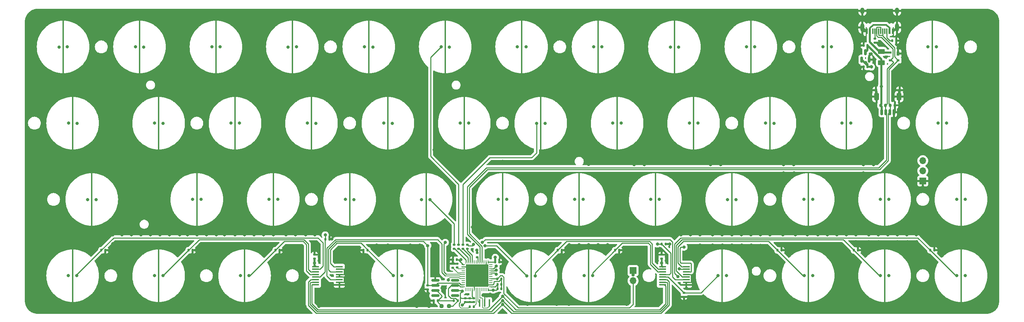
<source format=gbr>
%TF.GenerationSoftware,KiCad,Pcbnew,(7.0.0)*%
%TF.CreationDate,2024-05-04T00:17:19+02:00*%
%TF.ProjectId,minivan,6d696e69-7661-46e2-9e6b-696361645f70,rev?*%
%TF.SameCoordinates,Original*%
%TF.FileFunction,Copper,L4,Bot*%
%TF.FilePolarity,Positive*%
%FSLAX46Y46*%
G04 Gerber Fmt 4.6, Leading zero omitted, Abs format (unit mm)*
G04 Created by KiCad (PCBNEW (7.0.0)) date 2024-05-04 00:17:19*
%MOMM*%
%LPD*%
G01*
G04 APERTURE LIST*
G04 Aperture macros list*
%AMRoundRect*
0 Rectangle with rounded corners*
0 $1 Rounding radius*
0 $2 $3 $4 $5 $6 $7 $8 $9 X,Y pos of 4 corners*
0 Add a 4 corners polygon primitive as box body*
4,1,4,$2,$3,$4,$5,$6,$7,$8,$9,$2,$3,0*
0 Add four circle primitives for the rounded corners*
1,1,$1+$1,$2,$3*
1,1,$1+$1,$4,$5*
1,1,$1+$1,$6,$7*
1,1,$1+$1,$8,$9*
0 Add four rect primitives between the rounded corners*
20,1,$1+$1,$2,$3,$4,$5,0*
20,1,$1+$1,$4,$5,$6,$7,0*
20,1,$1+$1,$6,$7,$8,$9,0*
20,1,$1+$1,$8,$9,$2,$3,0*%
%AMFreePoly0*
4,1,17,0.124698,6.656366,0.180194,6.586777,0.200000,6.500000,0.200000,-6.500000,0.180194,-6.586777,0.124698,-6.656366,0.044504,-6.694986,-0.044504,-6.694986,-0.124698,-6.656366,-0.180194,-6.586777,-0.200000,-6.500000,-0.200000,6.500000,-0.180194,6.586777,-0.124698,6.656366,-0.044504,6.694986,0.044504,6.694986,0.124698,6.656366,0.124698,6.656366,$1*%
G04 Aperture macros list end*
%TA.AperFunction,SMDPad,CuDef*%
%ADD10FreePoly0,0.000000*%
%TD*%
%TA.AperFunction,SMDPad,CuDef*%
%ADD11FreePoly0,180.000000*%
%TD*%
%TA.AperFunction,ComponentPad*%
%ADD12R,1.700000X1.700000*%
%TD*%
%TA.AperFunction,ComponentPad*%
%ADD13O,1.700000X1.700000*%
%TD*%
%TA.AperFunction,SMDPad,CuDef*%
%ADD14RoundRect,0.140000X-0.170000X0.140000X-0.170000X-0.140000X0.170000X-0.140000X0.170000X0.140000X0*%
%TD*%
%TA.AperFunction,SMDPad,CuDef*%
%ADD15RoundRect,0.135000X-0.135000X-0.185000X0.135000X-0.185000X0.135000X0.185000X-0.135000X0.185000X0*%
%TD*%
%TA.AperFunction,SMDPad,CuDef*%
%ADD16RoundRect,0.135000X-0.185000X0.135000X-0.185000X-0.135000X0.185000X-0.135000X0.185000X0.135000X0*%
%TD*%
%TA.AperFunction,SMDPad,CuDef*%
%ADD17RoundRect,0.135000X0.135000X0.185000X-0.135000X0.185000X-0.135000X-0.185000X0.135000X-0.185000X0*%
%TD*%
%TA.AperFunction,SMDPad,CuDef*%
%ADD18R,0.400000X1.900000*%
%TD*%
%TA.AperFunction,SMDPad,CuDef*%
%ADD19RoundRect,0.062500X0.062500X-0.375000X0.062500X0.375000X-0.062500X0.375000X-0.062500X-0.375000X0*%
%TD*%
%TA.AperFunction,SMDPad,CuDef*%
%ADD20RoundRect,0.062500X0.375000X-0.062500X0.375000X0.062500X-0.375000X0.062500X-0.375000X-0.062500X0*%
%TD*%
%TA.AperFunction,SMDPad,CuDef*%
%ADD21R,5.600000X5.600000*%
%TD*%
%TA.AperFunction,SMDPad,CuDef*%
%ADD22R,1.778000X0.419100*%
%TD*%
%TA.AperFunction,SMDPad,CuDef*%
%ADD23RoundRect,0.150000X-0.150000X-0.625000X0.150000X-0.625000X0.150000X0.625000X-0.150000X0.625000X0*%
%TD*%
%TA.AperFunction,SMDPad,CuDef*%
%ADD24RoundRect,0.250000X-0.350000X-0.650000X0.350000X-0.650000X0.350000X0.650000X-0.350000X0.650000X0*%
%TD*%
%TA.AperFunction,SMDPad,CuDef*%
%ADD25R,0.700000X1.000000*%
%TD*%
%TA.AperFunction,SMDPad,CuDef*%
%ADD26R,0.700000X0.600000*%
%TD*%
%TA.AperFunction,SMDPad,CuDef*%
%ADD27RoundRect,0.250000X-0.625000X0.375000X-0.625000X-0.375000X0.625000X-0.375000X0.625000X0.375000X0*%
%TD*%
%TA.AperFunction,SMDPad,CuDef*%
%ADD28R,0.600000X1.450000*%
%TD*%
%TA.AperFunction,SMDPad,CuDef*%
%ADD29R,0.300000X1.450000*%
%TD*%
%TA.AperFunction,ComponentPad*%
%ADD30O,1.000000X1.600000*%
%TD*%
%TA.AperFunction,ComponentPad*%
%ADD31O,1.000000X2.100000*%
%TD*%
%TA.AperFunction,SMDPad,CuDef*%
%ADD32RoundRect,0.140000X0.170000X-0.140000X0.170000X0.140000X-0.170000X0.140000X-0.170000X-0.140000X0*%
%TD*%
%TA.AperFunction,SMDPad,CuDef*%
%ADD33RoundRect,0.150000X-0.825000X-0.150000X0.825000X-0.150000X0.825000X0.150000X-0.825000X0.150000X0*%
%TD*%
%TA.AperFunction,SMDPad,CuDef*%
%ADD34RoundRect,0.150000X0.150000X-0.587500X0.150000X0.587500X-0.150000X0.587500X-0.150000X-0.587500X0*%
%TD*%
%TA.AperFunction,SMDPad,CuDef*%
%ADD35RoundRect,0.140000X0.140000X0.170000X-0.140000X0.170000X-0.140000X-0.170000X0.140000X-0.170000X0*%
%TD*%
%TA.AperFunction,SMDPad,CuDef*%
%ADD36RoundRect,0.140000X-0.140000X-0.170000X0.140000X-0.170000X0.140000X0.170000X-0.140000X0.170000X0*%
%TD*%
%TA.AperFunction,SMDPad,CuDef*%
%ADD37RoundRect,0.135000X0.185000X-0.135000X0.185000X0.135000X-0.185000X0.135000X-0.185000X-0.135000X0*%
%TD*%
%TA.AperFunction,SMDPad,CuDef*%
%ADD38RoundRect,0.150000X-0.150000X-0.275000X0.150000X-0.275000X0.150000X0.275000X-0.150000X0.275000X0*%
%TD*%
%TA.AperFunction,SMDPad,CuDef*%
%ADD39RoundRect,0.175000X-0.175000X-0.225000X0.175000X-0.225000X0.175000X0.225000X-0.175000X0.225000X0*%
%TD*%
%TA.AperFunction,SMDPad,CuDef*%
%ADD40RoundRect,0.237500X0.250000X0.237500X-0.250000X0.237500X-0.250000X-0.237500X0.250000X-0.237500X0*%
%TD*%
%TA.AperFunction,ViaPad*%
%ADD41C,0.800000*%
%TD*%
%TA.AperFunction,Conductor*%
%ADD42C,0.250000*%
%TD*%
%TA.AperFunction,Conductor*%
%ADD43C,0.500000*%
%TD*%
%TA.AperFunction,Conductor*%
%ADD44C,0.381000*%
%TD*%
%TA.AperFunction,Conductor*%
%ADD45C,0.200000*%
%TD*%
G04 APERTURE END LIST*
D10*
%TO.P,SW_EC17,3,3*%
%TO.N,GND*%
X113506250Y-50006250D03*
%TD*%
%TO.P,SW_EC20,3,3*%
%TO.N,GND*%
X170656250Y-50006250D03*
%TD*%
%TO.P,SW_EC25,3,3*%
%TO.N,GND*%
X39687500Y-69056250D03*
%TD*%
D11*
%TO.P,SW_EC26,3,3*%
%TO.N,GND*%
X65881250Y-69056250D03*
%TD*%
%TO.P,SW_EC44,3,3*%
%TO.N,GND*%
X218281250Y-88106250D03*
%TD*%
D10*
%TO.P,SW_EC4,3,3*%
%TO.N,GND*%
X89693750Y-30956250D03*
%TD*%
%TO.P,SW_EC5,3,3*%
%TO.N,GND*%
X108743750Y-30956250D03*
%TD*%
%TO.P,SW_EC19,3,3*%
%TO.N,GND*%
X151606250Y-50006250D03*
%TD*%
D11*
%TO.P,SW_EC33,3,3*%
%TO.N,GND*%
X199231250Y-69056250D03*
%TD*%
D10*
%TO.P,SW_EC22,3,3*%
%TO.N,GND*%
X208756250Y-50006250D03*
%TD*%
%TO.P,SW_EC15,3,3*%
%TO.N,GND*%
X75406250Y-50006250D03*
%TD*%
%TO.P,SW_EC3,3,3*%
%TO.N,GND*%
X70643750Y-30956250D03*
%TD*%
D11*
%TO.P,SW_EC46,3,3*%
%TO.N,GND*%
X256381250Y-88106250D03*
%TD*%
D10*
%TO.P,SW_EC1,3,3*%
%TO.N,GND*%
X32543750Y-30956250D03*
%TD*%
D12*
%TO.P,SW1,1,A*%
%TO.N,VBAT*%
X174624999Y-86831249D03*
D13*
%TO.P,SW1,2,B*%
%TO.N,BOOT0*%
X174624999Y-89371249D03*
%TD*%
D11*
%TO.P,SW_EC29,3,3*%
%TO.N,GND*%
X123031250Y-69056250D03*
%TD*%
D10*
%TO.P,SW_EC13,3,3*%
%TO.N,GND*%
X34925000Y-50006250D03*
%TD*%
D11*
%TO.P,SW_EC28,3,3*%
%TO.N,GND*%
X103981250Y-69056250D03*
%TD*%
D10*
%TO.P,SW_EC31,3,3*%
%TO.N,GND*%
X161131250Y-69056250D03*
%TD*%
D11*
%TO.P,SW_EC32,3,3*%
%TO.N,GND*%
X180181250Y-69056250D03*
%TD*%
D10*
%TO.P,SW_EC10,3,3*%
%TO.N,GND*%
X203993750Y-30956250D03*
%TD*%
%TO.P,SW_EC37,3,3*%
%TO.N,GND*%
X34925000Y-88106250D03*
%TD*%
%TO.P,SW_EC23,3,3*%
%TO.N,GND*%
X227806250Y-50006250D03*
%TD*%
%TO.P,SW_EC36,3,3*%
%TO.N,GND*%
X256381250Y-69056250D03*
%TD*%
%TO.P,SW_EC24,3,3*%
%TO.N,GND*%
X251618750Y-50006250D03*
%TD*%
%TO.P,SW_EC14,3,3*%
%TO.N,GND*%
X56356250Y-50006250D03*
%TD*%
%TO.P,SW_EC6,3,3*%
%TO.N,GND*%
X127793750Y-30956250D03*
%TD*%
%TO.P,SW_EC30,3,3*%
%TO.N,GND*%
X142081250Y-69056250D03*
%TD*%
%TO.P,SW_EC11,3,3*%
%TO.N,GND*%
X223043750Y-30956250D03*
%TD*%
%TO.P,SW_EC7,3,3*%
%TO.N,GND*%
X146843750Y-30956250D03*
%TD*%
%TO.P,SW_EC8,3,3*%
%TO.N,GND*%
X165893750Y-30956250D03*
%TD*%
D11*
%TO.P,SW_EC43,3,3*%
%TO.N,GND*%
X196850000Y-88106250D03*
%TD*%
%TO.P,SW_EC35,3,3*%
%TO.N,GND*%
X237331250Y-69056250D03*
%TD*%
D10*
%TO.P,SW_EC41,3,3*%
%TO.N,GND*%
X149225000Y-88106250D03*
%TD*%
%TO.P,SW_EC42,3,3*%
%TO.N,GND*%
X163512500Y-88106250D03*
%TD*%
D11*
%TO.P,SW_EC34,3,3*%
%TO.N,GND*%
X218281250Y-69056250D03*
%TD*%
D10*
%TO.P,SW_EC39,3,3*%
%TO.N,GND*%
X77787500Y-88106250D03*
%TD*%
%TO.P,SW_EC18,3,3*%
%TO.N,GND*%
X132556250Y-50006250D03*
%TD*%
%TO.P,SW_EC21,3,3*%
%TO.N,GND*%
X189706250Y-50006250D03*
%TD*%
%TO.P,SW_EC16,3,3*%
%TO.N,GND*%
X94456250Y-50006250D03*
%TD*%
D11*
%TO.P,SW_EC27,3,3*%
%TO.N,GND*%
X84931250Y-69056250D03*
%TD*%
D10*
%TO.P,SW_EC38,3,3*%
%TO.N,GND*%
X56356250Y-88106250D03*
%TD*%
%TO.P,SW_EC9,3,3*%
%TO.N,GND*%
X184943750Y-30956250D03*
%TD*%
D11*
%TO.P,SW_EC45,3,3*%
%TO.N,GND*%
X237331250Y-88106250D03*
%TD*%
D10*
%TO.P,SW_EC2,3,3*%
%TO.N,GND*%
X51593750Y-30956250D03*
%TD*%
%TO.P,SW_EC12,3,3*%
%TO.N,GND*%
X249237500Y-30956250D03*
%TD*%
D11*
%TO.P,SW_EC40,3,3*%
%TO.N,GND*%
X115887500Y-88106250D03*
%TD*%
D14*
%TO.P,C10,1*%
%TO.N,VBAT*%
X133886072Y-93745973D03*
%TO.P,C10,2*%
%TO.N,GND*%
X133886072Y-94705973D03*
%TD*%
D15*
%TO.P,R14,1*%
%TO.N,COL1*%
X63832898Y-81756250D03*
%TO.P,R14,2*%
%TO.N,GND*%
X64852898Y-81756250D03*
%TD*%
%TO.P,R23,1*%
%TO.N,COL9*%
X210627500Y-81756250D03*
%TO.P,R23,2*%
%TO.N,GND*%
X211647500Y-81756250D03*
%TD*%
D16*
%TO.P,R5,1*%
%TO.N,ROW1*%
X132256250Y-80387058D03*
%TO.P,R5,2*%
%TO.N,Net-(U1-PB14)*%
X132256250Y-81407058D03*
%TD*%
D17*
%TO.P,R18,1*%
%TO.N,Net-(JP1-B)*%
X125922500Y-94362500D03*
%TO.P,R18,2*%
%TO.N,GND*%
X124902500Y-94362500D03*
%TD*%
D18*
%TO.P,Y1,1,1*%
%TO.N,XTAL1*%
X136401213Y-94917034D03*
%TO.P,Y1,2,2*%
%TO.N,GND*%
X137601213Y-94917034D03*
%TO.P,Y1,3,3*%
%TO.N,XTAL0*%
X138801213Y-94917034D03*
%TD*%
D15*
%TO.P,R25,1*%
%TO.N,COL11*%
X248727500Y-81746059D03*
%TO.P,R25,2*%
%TO.N,GND*%
X249747500Y-81746059D03*
%TD*%
D19*
%TO.P,U1,1,VBAT*%
%TO.N,VBAT*%
X138481250Y-91543750D03*
%TO.P,U1,2,PC13*%
%TO.N,SW1*%
X137981250Y-91543750D03*
%TO.P,U1,3,PC14*%
%TO.N,ENC1*%
X137481250Y-91543750D03*
%TO.P,U1,4,PC15*%
%TO.N,unconnected-(U1-PC15-Pad4)*%
X136981250Y-91543750D03*
%TO.P,U1,5,PH0*%
%TO.N,XTAL0*%
X136481250Y-91543750D03*
%TO.P,U1,6,PH1*%
%TO.N,XTAL1*%
X135981250Y-91543750D03*
%TO.P,U1,7,NRST*%
%TO.N,NRST*%
X135481250Y-91543750D03*
%TO.P,U1,8,VSSA*%
%TO.N,GND*%
X134981250Y-91543750D03*
%TO.P,U1,9,VREF+*%
%TO.N,VBAT*%
X134481250Y-91543750D03*
%TO.P,U1,10,PA0*%
%TO.N,unconnected-(U1-PA0-Pad10)*%
X133981250Y-91543750D03*
%TO.P,U1,11,PA1*%
%TO.N,ENC2*%
X133481250Y-91543750D03*
%TO.P,U1,12,PA2*%
%TO.N,SW2*%
X132981250Y-91543750D03*
D20*
%TO.P,U1,13,PA3*%
%TO.N,ADC*%
X132293750Y-90856250D03*
%TO.P,U1,14,PA4*%
%TO.N,APLEX_OUT_PIN_0*%
X132293750Y-90356250D03*
%TO.P,U1,15,PA5*%
%TO.N,unconnected-(U1-PA5-Pad15)*%
X132293750Y-89856250D03*
%TO.P,U1,16,PA6*%
%TO.N,unconnected-(U1-PA6-Pad16)*%
X132293750Y-89356250D03*
%TO.P,U1,17,PA7*%
%TO.N,ARGB_3V3*%
X132293750Y-88856250D03*
%TO.P,U1,18,PB0*%
%TO.N,APLEX_EN_PIN_0*%
X132293750Y-88356250D03*
%TO.P,U1,19,PB1*%
%TO.N,APLEX_EN_PIN_1*%
X132293750Y-87856250D03*
%TO.P,U1,20,PB2*%
%TO.N,BOOT1*%
X132293750Y-87356250D03*
%TO.P,U1,21,PB10*%
%TO.N,unconnected-(U1-PB10-Pad21)*%
X132293750Y-86856250D03*
%TO.P,U1,22,VCAP1*%
%TO.N,Net-(U1-VCAP1)*%
X132293750Y-86356250D03*
%TO.P,U1,23,VSS*%
%TO.N,GND*%
X132293750Y-85856250D03*
%TO.P,U1,24,VDD*%
%TO.N,VBAT*%
X132293750Y-85356250D03*
D19*
%TO.P,U1,25,PB12*%
%TO.N,Net-(U1-PB12)*%
X132981250Y-84668750D03*
%TO.P,U1,26,PB13*%
%TO.N,Net-(U1-PB13)*%
X133481250Y-84668750D03*
%TO.P,U1,27,PB14*%
%TO.N,Net-(U1-PB14)*%
X133981250Y-84668750D03*
%TO.P,U1,28,PB15*%
%TO.N,Net-(U1-PB15)*%
X134481250Y-84668750D03*
%TO.P,U1,29,PA8*%
%TO.N,unconnected-(U1-PA8-Pad29)*%
X134981250Y-84668750D03*
%TO.P,U1,30,PA9*%
%TO.N,unconnected-(U1-PA9-Pad30)*%
X135481250Y-84668750D03*
%TO.P,U1,31,PA10*%
%TO.N,Net-(U1-PA10)*%
X135981250Y-84668750D03*
%TO.P,U1,32,PA11*%
%TO.N,D-*%
X136481250Y-84668750D03*
%TO.P,U1,33,PA12*%
%TO.N,D+*%
X136981250Y-84668750D03*
%TO.P,U1,34,PA13*%
%TO.N,SWDIO*%
X137481250Y-84668750D03*
%TO.P,U1,35,VSS*%
%TO.N,GND*%
X137981250Y-84668750D03*
%TO.P,U1,36,VDD*%
%TO.N,VBAT*%
X138481250Y-84668750D03*
D20*
%TO.P,U1,37,PA14*%
%TO.N,SWCLK*%
X139168750Y-85356250D03*
%TO.P,U1,38,PA15*%
%TO.N,unconnected-(U1-PA15-Pad38)*%
X139168750Y-85856250D03*
%TO.P,U1,39,PB3*%
%TO.N,AMUX_SEL_2*%
X139168750Y-86356250D03*
%TO.P,U1,40,PB4*%
%TO.N,AMUX_SEL_1*%
X139168750Y-86856250D03*
%TO.P,U1,41,PB5*%
%TO.N,AMUX_SEL_0*%
X139168750Y-87356250D03*
%TO.P,U1,42,PB6*%
%TO.N,unconnected-(U1-PB6-Pad42)*%
X139168750Y-87856250D03*
%TO.P,U1,43,PB7*%
%TO.N,unconnected-(U1-PB7-Pad43)*%
X139168750Y-88356250D03*
%TO.P,U1,44,BOOT0*%
%TO.N,BOOT0*%
X139168750Y-88856250D03*
%TO.P,U1,45,PB8*%
%TO.N,unconnected-(U1-PB8-Pad45)*%
X139168750Y-89356250D03*
%TO.P,U1,46,PB9*%
%TO.N,unconnected-(U1-PB9-Pad46)*%
X139168750Y-89856250D03*
%TO.P,U1,47,VSS*%
%TO.N,GND*%
X139168750Y-90356250D03*
%TO.P,U1,48,VDD*%
%TO.N,VBAT*%
X139168750Y-90856250D03*
D21*
%TO.P,U1,49,VSS*%
%TO.N,GND*%
X135731249Y-88106249D03*
%TD*%
D14*
%TO.P,C16,1*%
%TO.N,VBAT*%
X132789679Y-93745973D03*
%TO.P,C16,2*%
%TO.N,GND*%
X132789679Y-94705973D03*
%TD*%
D12*
%TO.P,J4,1,Pin_1*%
%TO.N,GND*%
X246856249Y-64452499D03*
D13*
%TO.P,J4,2,Pin_2*%
%TO.N,ARGB_3V3*%
X246856249Y-61912499D03*
%TO.P,J4,3,Pin_3*%
%TO.N,+5V*%
X246856249Y-59372499D03*
%TD*%
D22*
%TO.P,U6,1,A4*%
%TO.N,COL9*%
X187918089Y-85832949D03*
%TO.P,U6,2,A6*%
%TO.N,COL11*%
X187918089Y-86483189D03*
%TO.P,U6,3,A*%
%TO.N,APLEX_OUT_PIN_0*%
X187918089Y-87133429D03*
%TO.P,U6,4,A7*%
%TO.N,GND*%
X187918089Y-87783669D03*
%TO.P,U6,5,A5*%
%TO.N,COL10*%
X187918089Y-88428829D03*
%TO.P,U6,6,~{E}*%
%TO.N,APLEX_EN_PIN_1*%
X187918089Y-89079069D03*
%TO.P,U6,7,VEE*%
%TO.N,GND*%
X187918089Y-89729309D03*
%TO.P,U6,8,GND*%
X187918089Y-90379549D03*
%TO.P,U6,9,S2*%
%TO.N,AMUX_SEL_2*%
X181969409Y-90379549D03*
%TO.P,U6,10,S1*%
%TO.N,AMUX_SEL_1*%
X181969409Y-89729309D03*
%TO.P,U6,11,S0*%
%TO.N,AMUX_SEL_0*%
X181969409Y-89079069D03*
%TO.P,U6,12,A3*%
%TO.N,COL8*%
X181969409Y-88428829D03*
%TO.P,U6,13,A0*%
%TO.N,COL7*%
X181969409Y-87783669D03*
%TO.P,U6,14,A1*%
%TO.N,COL6*%
X181969409Y-87133429D03*
%TO.P,U6,15,A2*%
%TO.N,COL5*%
X181969409Y-86483189D03*
%TO.P,U6,16,VCC*%
%TO.N,VBAT*%
X181969409Y-85832949D03*
%TD*%
D15*
%TO.P,R8,1*%
%TO.N,/CC2*%
X239202500Y-29368750D03*
%TO.P,R8,2*%
%TO.N,GND*%
X240222500Y-29368750D03*
%TD*%
D23*
%TO.P,J1,1,Pin_1*%
%TO.N,+5V*%
X236625000Y-47243750D03*
%TO.P,J1,2,Pin_2*%
%TO.N,D-*%
X237625000Y-47243750D03*
%TO.P,J1,3,Pin_3*%
%TO.N,D+*%
X238625000Y-47243750D03*
%TO.P,J1,4,Pin_4*%
%TO.N,GND*%
X239625000Y-47243750D03*
D24*
%TO.P,J1,MP,MountPin*%
X235325000Y-43368750D03*
X240925000Y-43368750D03*
%TD*%
D15*
%TO.P,R16,1*%
%TO.N,COL3*%
X97915000Y-78997940D03*
%TO.P,R16,2*%
%TO.N,GND*%
X98935000Y-78997940D03*
%TD*%
D25*
%TO.P,D1,1,GND*%
%TO.N,GND*%
X240710620Y-32587499D03*
D26*
%TO.P,D1,2,I/O1*%
%TO.N,D+*%
X240710620Y-34287499D03*
%TO.P,D1,3,I/O2*%
%TO.N,D-*%
X238710620Y-34287499D03*
%TO.P,D1,4,VCC*%
%TO.N,VCC*%
X238710620Y-32387499D03*
%TD*%
D22*
%TO.P,U4,1,A4*%
%TO.N,COL4*%
X101399339Y-85832949D03*
%TO.P,U4,2,A6*%
%TO.N,GND*%
X101399339Y-86483189D03*
%TO.P,U4,3,A*%
%TO.N,APLEX_OUT_PIN_0*%
X101399339Y-87133429D03*
%TO.P,U4,4,A7*%
%TO.N,GND*%
X101399339Y-87783669D03*
%TO.P,U4,5,A5*%
X101399339Y-88428829D03*
%TO.P,U4,6,~{E}*%
%TO.N,APLEX_EN_PIN_0*%
X101399339Y-89079069D03*
%TO.P,U4,7,VEE*%
%TO.N,GND*%
X101399339Y-89729309D03*
%TO.P,U4,8,GND*%
X101399339Y-90379549D03*
%TO.P,U4,9,S2*%
%TO.N,AMUX_SEL_2*%
X95450659Y-90379549D03*
%TO.P,U4,10,S1*%
%TO.N,AMUX_SEL_1*%
X95450659Y-89729309D03*
%TO.P,U4,11,S0*%
%TO.N,AMUX_SEL_0*%
X95450659Y-89079069D03*
%TO.P,U4,12,A3*%
%TO.N,COL3*%
X95450659Y-88428829D03*
%TO.P,U4,13,A0*%
%TO.N,COL2*%
X95450659Y-87783669D03*
%TO.P,U4,14,A1*%
%TO.N,COL1*%
X95450659Y-87133429D03*
%TO.P,U4,15,A2*%
%TO.N,COL0*%
X95450659Y-86483189D03*
%TO.P,U4,16,VCC*%
%TO.N,VBAT*%
X95450659Y-85832949D03*
%TD*%
D16*
%TO.P,R6,1*%
%TO.N,ROW2*%
X130056250Y-80387058D03*
%TO.P,R6,2*%
%TO.N,Net-(U1-PB12)*%
X130056250Y-81407058D03*
%TD*%
D15*
%TO.P,R20,1*%
%TO.N,COL6*%
X170146250Y-81756250D03*
%TO.P,R20,2*%
%TO.N,GND*%
X171166250Y-81756250D03*
%TD*%
D14*
%TO.P,C11,1*%
%TO.N,VBAT*%
X134889679Y-93753408D03*
%TO.P,C11,2*%
%TO.N,GND*%
X134889679Y-94713408D03*
%TD*%
D16*
%TO.P,R4,1*%
%TO.N,ROW0*%
X131156250Y-80387058D03*
%TO.P,R4,2*%
%TO.N,Net-(U1-PB13)*%
X131156250Y-81407058D03*
%TD*%
D15*
%TO.P,R11,1*%
%TO.N,BOOT0*%
X140777500Y-88900000D03*
%TO.P,R11,2*%
%TO.N,GND*%
X141797500Y-88900000D03*
%TD*%
D27*
%TO.P,F_USBC1,1*%
%TO.N,VCC*%
X236537500Y-32082528D03*
%TO.P,F_USBC1,2*%
%TO.N,+5V*%
X236537500Y-34882528D03*
%TD*%
D15*
%TO.P,R9,1*%
%TO.N,VBAT*%
X133883473Y-95832687D03*
%TO.P,R9,2*%
%TO.N,NRST*%
X134903473Y-95832687D03*
%TD*%
D28*
%TO.P,J3,A1,GND*%
%TO.N,GND*%
X232874749Y-27025749D03*
%TO.P,J3,A4,VBUS*%
%TO.N,VCC*%
X233674749Y-27025749D03*
D29*
%TO.P,J3,A5,CC1*%
%TO.N,/CC1*%
X234874749Y-27025749D03*
%TO.P,J3,A6,D+*%
%TO.N,D+*%
X235874749Y-27025749D03*
%TO.P,J3,A7,D-*%
%TO.N,D-*%
X236374749Y-27025749D03*
%TO.P,J3,A8,SBU1*%
%TO.N,unconnected-(J3-SBU1-PadA8)*%
X237374749Y-27025749D03*
D28*
%TO.P,J3,A9,VBUS*%
%TO.N,VCC*%
X238574749Y-27025749D03*
%TO.P,J3,A12,GND*%
%TO.N,GND*%
X239374749Y-27025749D03*
%TO.P,J3,B1,GND*%
X239374749Y-27025749D03*
%TO.P,J3,B4,VBUS*%
%TO.N,VCC*%
X238574749Y-27025749D03*
D29*
%TO.P,J3,B5,CC2*%
%TO.N,/CC2*%
X237874749Y-27025749D03*
%TO.P,J3,B6,D+*%
%TO.N,D+*%
X236874749Y-27025749D03*
%TO.P,J3,B7,D-*%
%TO.N,D-*%
X235374749Y-27025749D03*
%TO.P,J3,B8,SBU2*%
%TO.N,unconnected-(J3-SBU2-PadB8)*%
X234374749Y-27025749D03*
D28*
%TO.P,J3,B9,VBUS*%
%TO.N,VCC*%
X233674749Y-27025749D03*
%TO.P,J3,B12,GND*%
%TO.N,GND*%
X232874749Y-27025749D03*
D30*
%TO.P,J3,S1,SHIELD*%
X231804749Y-21930749D03*
D31*
X231804749Y-26110749D03*
D30*
X240444749Y-21930749D03*
D31*
X240444749Y-26110749D03*
%TD*%
D16*
%TO.P,R7,1*%
%TO.N,/CC1*%
X234950000Y-28858750D03*
%TO.P,R7,2*%
%TO.N,GND*%
X234950000Y-29878750D03*
%TD*%
D15*
%TO.P,R15,1*%
%TO.N,COL0*%
X42068750Y-81756250D03*
%TO.P,R15,2*%
%TO.N,GND*%
X43088750Y-81756250D03*
%TD*%
D32*
%TO.P,C1,1*%
%TO.N,Net-(U1-VCAP1)*%
X130775537Y-86080138D03*
%TO.P,C1,2*%
%TO.N,GND*%
X130775537Y-85120138D03*
%TD*%
D17*
%TO.P,R17,1*%
%TO.N,COL4*%
X108453663Y-81746059D03*
%TO.P,R17,2*%
%TO.N,GND*%
X107433663Y-81746059D03*
%TD*%
D33*
%TO.P,U5,1*%
%TO.N,N/C*%
X125318750Y-93092500D03*
%TO.P,U5,2,IN-*%
%TO.N,Net-(JP1-B)*%
X125318750Y-91822500D03*
%TO.P,U5,3,IN+*%
%TO.N,APLEX_OUT_PIN_0*%
X125318750Y-90552500D03*
%TO.P,U5,4,V-*%
%TO.N,GND*%
X125318750Y-89282500D03*
%TO.P,U5,5*%
%TO.N,N/C*%
X130268750Y-89282500D03*
%TO.P,U5,6,OUT*%
%TO.N,ADC*%
X130268750Y-90552500D03*
%TO.P,U5,7,V+*%
%TO.N,VBAT*%
X130268750Y-91822500D03*
%TO.P,U5,8*%
%TO.N,N/C*%
X130268750Y-93092500D03*
%TD*%
D15*
%TO.P,R24,1*%
%TO.N,COL10*%
X229677500Y-81756250D03*
%TO.P,R24,2*%
%TO.N,GND*%
X230697500Y-81756250D03*
%TD*%
D34*
%TO.P,U3,1,GND*%
%TO.N,GND*%
X233518750Y-34129972D03*
%TO.P,U3,2,VO*%
%TO.N,VBAT*%
X231618750Y-34129972D03*
%TO.P,U3,3,VI*%
%TO.N,+5V*%
X232568750Y-32254972D03*
%TD*%
D35*
%TO.P,C12,1*%
%TO.N,+5V*%
X233048750Y-30596511D03*
%TO.P,C12,2*%
%TO.N,GND*%
X232088750Y-30596511D03*
%TD*%
%TO.P,C13,1*%
%TO.N,VBAT*%
X233048750Y-35944924D03*
%TO.P,C13,2*%
%TO.N,GND*%
X232088750Y-35944924D03*
%TD*%
D15*
%TO.P,R19,1*%
%TO.N,COL7*%
X181766750Y-80168750D03*
%TO.P,R19,2*%
%TO.N,GND*%
X182786750Y-80168750D03*
%TD*%
D36*
%TO.P,C9,1*%
%TO.N,VBAT*%
X140819430Y-90289802D03*
%TO.P,C9,2*%
%TO.N,GND*%
X141779430Y-90289802D03*
%TD*%
D32*
%TO.P,C15,1*%
%TO.N,GND*%
X123451464Y-91501881D03*
%TO.P,C15,2*%
%TO.N,APLEX_OUT_PIN_0*%
X123451464Y-90541881D03*
%TD*%
D37*
%TO.P,R2,1*%
%TO.N,Net-(U1-PA10)*%
X135731250Y-83460000D03*
%TO.P,R2,2*%
%TO.N,VBAT*%
X135731250Y-82440000D03*
%TD*%
D15*
%TO.P,R21,1*%
%TO.N,COL5*%
X155858750Y-81756250D03*
%TO.P,R21,2*%
%TO.N,GND*%
X156878750Y-81756250D03*
%TD*%
D36*
%TO.P,C6,1*%
%TO.N,VBAT*%
X140830343Y-91336235D03*
%TO.P,C6,2*%
%TO.N,GND*%
X141790343Y-91336235D03*
%TD*%
D35*
%TO.P,C7,1*%
%TO.N,VBAT*%
X130686750Y-84105750D03*
%TO.P,C7,2*%
%TO.N,GND*%
X129726750Y-84105750D03*
%TD*%
D15*
%TO.P,R12,1*%
%TO.N,Net-(JP1-B)*%
X129948750Y-94362500D03*
%TO.P,R12,2*%
%TO.N,ADC*%
X130968750Y-94362500D03*
%TD*%
D36*
%TO.P,C8,1*%
%TO.N,VBAT*%
X140295000Y-84650000D03*
%TO.P,C8,2*%
%TO.N,GND*%
X141255000Y-84650000D03*
%TD*%
D16*
%TO.P,R10,1*%
%TO.N,GND*%
X129695761Y-85072261D03*
%TO.P,R10,2*%
%TO.N,BOOT1*%
X129695761Y-86092261D03*
%TD*%
D38*
%TO.P,J2,1,Pin_1*%
%TO.N,+5V*%
X236325000Y-45531250D03*
%TO.P,J2,2,Pin_2*%
%TO.N,D-*%
X237525000Y-45531250D03*
%TO.P,J2,3,Pin_3*%
%TO.N,D+*%
X238725000Y-45531250D03*
%TO.P,J2,4,Pin_4*%
%TO.N,GND*%
X239925000Y-45531250D03*
D39*
%TO.P,J2,MP,MountPin*%
X235175000Y-41756250D03*
X241075000Y-41756250D03*
%TD*%
D15*
%TO.P,R13,1*%
%TO.N,COL2*%
X85498750Y-81756250D03*
%TO.P,R13,2*%
%TO.N,GND*%
X86518750Y-81756250D03*
%TD*%
D16*
%TO.P,R3,1*%
%TO.N,ROW3*%
X133350000Y-80387058D03*
%TO.P,R3,2*%
%TO.N,Net-(U1-PB15)*%
X133350000Y-81407058D03*
%TD*%
D32*
%TO.P,C14,1*%
%TO.N,VBAT*%
X95250000Y-83823750D03*
%TO.P,C14,2*%
%TO.N,GND*%
X95250000Y-82863750D03*
%TD*%
%TO.P,C17,1*%
%TO.N,VBAT*%
X181768750Y-83823750D03*
%TO.P,C17,2*%
%TO.N,GND*%
X181768750Y-82863750D03*
%TD*%
D16*
%TO.P,R22,1*%
%TO.N,COL8*%
X187325000Y-92358750D03*
%TO.P,R22,2*%
%TO.N,GND*%
X187325000Y-93378750D03*
%TD*%
D40*
%TO.P,JP1,1,A*%
%TO.N,ADC*%
X128723442Y-95665357D03*
%TO.P,JP1,2,B*%
%TO.N,Net-(JP1-B)*%
X126898442Y-95665357D03*
%TD*%
D41*
%TO.N,GND*%
X163512500Y-60325000D03*
X232079101Y-62422552D03*
X214751726Y-62378906D03*
X212154802Y-62378906D03*
X193998156Y-62553489D03*
X232074097Y-60368645D03*
X234614097Y-60368645D03*
X212144369Y-60368645D03*
X214684369Y-60368645D03*
X193978888Y-60368645D03*
X196518888Y-60368645D03*
X174915971Y-60368645D03*
X177455971Y-60368645D03*
X174930520Y-62662604D03*
X208756250Y-84137500D03*
X213518750Y-34925000D03*
X176212500Y-77910991D03*
X125136076Y-81727152D03*
X132015779Y-95457416D03*
X136937750Y-40036750D03*
X173037500Y-95250000D03*
X126888049Y-77899450D03*
X78898750Y-59213750D03*
X125126750Y-87661750D03*
X194087750Y-37242750D03*
X99218750Y-26987500D03*
X123460707Y-92482735D03*
X194470829Y-75919027D03*
X124999750Y-56673750D03*
X117760750Y-56673750D03*
X59848750Y-59213750D03*
X123476752Y-94359981D03*
X89693750Y-92075000D03*
X99532015Y-78962836D03*
X261143750Y-50006250D03*
X113506250Y-77910991D03*
X206375000Y-77910991D03*
X49561510Y-77888255D03*
X143691140Y-77906913D03*
X231256939Y-30596360D03*
X99099351Y-37113712D03*
X61118750Y-30956250D03*
X100488750Y-56673750D03*
X137318750Y-30956250D03*
X187325000Y-94456250D03*
X120300750Y-59213750D03*
X38258750Y-37623750D03*
X123031250Y-77910991D03*
X125157047Y-84719443D03*
X191295829Y-75919027D03*
X100488750Y-59213750D03*
X120650000Y-77910991D03*
X46831250Y-88106250D03*
X233379178Y-76076854D03*
X191293750Y-80422750D03*
X239712500Y-60325000D03*
X118968576Y-40144777D03*
X208756250Y-73025000D03*
X65881250Y-53975000D03*
X210597750Y-39782750D03*
X231804750Y-23812500D03*
X215106250Y-80295750D03*
X59089321Y-80162806D03*
X242093750Y-46037500D03*
X65881250Y-46037500D03*
X120681750Y-95789750D03*
X44450000Y-84137500D03*
X210597750Y-37242750D03*
X199231250Y-46037500D03*
X179387500Y-77910991D03*
X25400000Y-88106250D03*
X142081250Y-56356250D03*
X208756250Y-92075000D03*
X148442445Y-77888600D03*
X214661750Y-59086750D03*
X225440436Y-77910991D03*
X137210823Y-92976677D03*
X99218750Y-77910991D03*
X211931250Y-77910991D03*
X56356250Y-69056250D03*
X142081250Y-46037500D03*
X42068750Y-34925000D03*
X118268750Y-30956250D03*
X106362500Y-77910991D03*
X173386750Y-37369750D03*
X65571922Y-81739530D03*
X230204178Y-76076854D03*
X212121750Y-56546750D03*
X151606250Y-73025000D03*
X223059186Y-77910991D03*
X156368750Y-26987500D03*
X128868472Y-77879253D03*
X187924829Y-91191435D03*
X101600000Y-77910991D03*
X250825000Y-81756250D03*
X128946837Y-75987294D03*
X176223695Y-75942514D03*
X99218750Y-34925000D03*
X206406750Y-80549750D03*
X118268750Y-77910991D03*
X80168750Y-80359065D03*
X235807249Y-79594881D03*
X144811750Y-56419750D03*
X186531250Y-77910991D03*
X180181250Y-50006250D03*
X165893750Y-77910991D03*
X135731250Y-88106250D03*
X82550000Y-80359065D03*
X232060750Y-59086750D03*
X113506250Y-80433020D03*
X110699589Y-80433020D03*
X61603280Y-80205970D03*
X239488250Y-41687750D03*
X40798750Y-37623750D03*
X43973750Y-56546750D03*
X239712500Y-56546750D03*
X230409750Y-39782750D03*
X232949750Y-39782750D03*
X46831250Y-50006250D03*
X150823695Y-77888600D03*
X220677936Y-77910991D03*
X126892878Y-75998489D03*
X51593750Y-56546750D03*
X118968576Y-36969777D03*
X191547750Y-39782750D03*
X194468750Y-77910991D03*
X115887500Y-77910991D03*
X96043750Y-92075000D03*
X163512500Y-59086750D03*
X134616535Y-75981791D03*
X163512500Y-56546750D03*
X113499670Y-75893233D03*
X56689824Y-80146014D03*
X141287500Y-77910991D03*
X150812500Y-76000000D03*
X123031250Y-56673750D03*
X135707578Y-77945669D03*
X170656250Y-77910991D03*
X233394249Y-79594881D03*
X161131250Y-50006250D03*
X178593750Y-92075000D03*
X59045165Y-75917585D03*
X220630750Y-80295750D03*
X194468750Y-80422750D03*
X175418750Y-30956250D03*
X40798750Y-40163750D03*
X246856250Y-92075000D03*
X84931250Y-77910991D03*
X88121686Y-77910991D03*
X213518750Y-26987500D03*
X77524167Y-37283120D03*
X76231750Y-80422750D03*
X242093750Y-53975000D03*
X235759186Y-77910991D03*
X75378901Y-75839565D03*
X25400000Y-46037500D03*
X235743750Y-30162500D03*
X44450000Y-92075000D03*
X95924351Y-37113712D03*
X150812500Y-80168750D03*
X117760750Y-59213750D03*
X155860750Y-37496750D03*
X43973750Y-59086750D03*
X43976563Y-81766946D03*
X177450750Y-56546750D03*
X225456750Y-80422750D03*
X123031250Y-59213750D03*
X153193750Y-80168750D03*
X30162500Y-73025000D03*
X234600750Y-59086750D03*
X191293750Y-77910991D03*
X92995626Y-77906913D03*
X80168750Y-30956250D03*
X144811750Y-59594750D03*
X54324010Y-77888255D03*
X113506250Y-69056250D03*
X168275000Y-77910991D03*
X57308750Y-40290750D03*
X189706250Y-69056250D03*
X89693750Y-84137500D03*
X49577824Y-80146014D03*
X158623000Y-95250000D03*
X240506249Y-79594881D03*
X128587500Y-84137500D03*
X48418750Y-56546750D03*
X82550000Y-77910991D03*
X106362500Y-88106250D03*
X193960750Y-59086750D03*
X183767493Y-80169237D03*
X95318266Y-76008587D03*
X157648554Y-81756250D03*
X193960750Y-56546750D03*
X170656250Y-69056250D03*
X136937750Y-37496750D03*
X168275000Y-80368750D03*
X71203501Y-80248211D03*
X87298305Y-81745554D03*
X258762500Y-26987500D03*
X191547750Y-37242750D03*
X120300750Y-56673750D03*
X177450750Y-59086750D03*
X146477604Y-77883754D03*
X57308750Y-37750750D03*
X59848750Y-37750750D03*
X61603280Y-77910990D03*
X230686766Y-80793560D03*
X163512500Y-77910991D03*
X175926750Y-39909750D03*
X108743750Y-77910991D03*
X142081250Y-59531250D03*
X258762500Y-34925000D03*
X70710920Y-77906913D03*
X148304250Y-95250000D03*
X176085500Y-95250000D03*
X158750000Y-80368750D03*
X106362500Y-81756250D03*
X84931250Y-50006250D03*
X44450000Y-50006250D03*
X174910750Y-59086750D03*
X211971414Y-75964904D03*
X215106250Y-77910991D03*
X42068750Y-26987500D03*
X30162500Y-65087500D03*
X110701782Y-75888732D03*
X203993750Y-77910991D03*
X47180260Y-77888255D03*
X240444750Y-23812500D03*
X42352866Y-77900892D03*
X243046249Y-79594881D03*
X95250000Y-81756250D03*
X165893750Y-80368750D03*
X230202936Y-77910991D03*
X233377936Y-77910991D03*
X123031250Y-50006250D03*
X54276824Y-80146014D03*
X81438750Y-56673750D03*
X103981250Y-46037500D03*
X138906250Y-77910991D03*
X121443750Y-80422750D03*
X81438750Y-59213750D03*
X68790501Y-80248211D03*
X155586195Y-77888600D03*
X155860750Y-40036750D03*
X68262500Y-84137500D03*
X95265436Y-77910991D03*
X80168750Y-77910991D03*
X136889542Y-75981791D03*
X92868750Y-95789750D03*
X246856250Y-73025000D03*
X127793750Y-91217750D03*
X173386750Y-39909750D03*
X78659615Y-80359065D03*
X61575438Y-75923528D03*
X194468750Y-30956250D03*
X80699167Y-40163750D03*
X184816750Y-95250000D03*
X161131250Y-56546750D03*
X155575000Y-95250000D03*
X161131250Y-77910991D03*
X142100027Y-84650000D03*
X215146414Y-75964904D03*
X59848750Y-40290750D03*
X115793576Y-36969777D03*
X97948750Y-59213750D03*
X180975000Y-95250000D03*
X51990824Y-80146014D03*
X94456250Y-73025000D03*
X208756250Y-65087500D03*
X51942760Y-77888255D03*
X25400000Y-53975000D03*
X158750000Y-77910991D03*
X41433750Y-56546750D03*
X161131250Y-80368750D03*
X174910750Y-56546750D03*
X110699589Y-77910645D03*
X103981250Y-53975000D03*
X204123726Y-80412010D03*
X123094750Y-40163750D03*
X196500750Y-59086750D03*
X96343750Y-95789750D03*
X181768750Y-77910991D03*
X240710416Y-31234374D03*
X75406250Y-69056250D03*
X196881750Y-80422750D03*
X232060750Y-56546750D03*
X153193750Y-76000000D03*
X223043750Y-80295750D03*
X72754961Y-77909893D03*
X246856250Y-65881250D03*
X199231250Y-77910991D03*
X59848750Y-56673750D03*
X44908995Y-80123969D03*
X65881250Y-88106250D03*
X218281250Y-50006250D03*
X80699167Y-37283120D03*
X156368750Y-34925000D03*
X242902936Y-77910991D03*
X134397750Y-40036750D03*
X201612500Y-77910991D03*
X97948750Y-56673750D03*
X62388750Y-56673750D03*
X230182731Y-79594881D03*
X246856250Y-84137500D03*
X66706750Y-80295750D03*
X213137750Y-37242750D03*
X211965968Y-80314427D03*
X163512500Y-80368750D03*
X213137750Y-39782750D03*
X63567170Y-77906913D03*
X72781802Y-75856359D03*
X49212500Y-69056250D03*
X240521686Y-77910991D03*
X122840750Y-36988750D03*
X212669250Y-81756250D03*
X77524167Y-40163750D03*
X123729750Y-95789750D03*
X245332249Y-79594881D03*
X168275000Y-76000000D03*
X196500750Y-56546750D03*
X208756250Y-77910991D03*
X95924351Y-40288712D03*
X238140436Y-77910991D03*
X68329670Y-77906913D03*
X44900435Y-77899450D03*
X75406250Y-77910991D03*
X119085160Y-80433020D03*
X90502936Y-77910991D03*
X151606250Y-65087500D03*
X218109592Y-77906913D03*
X175926750Y-37369750D03*
X153204945Y-77888600D03*
X188912500Y-77910991D03*
X194087750Y-39782750D03*
X147351750Y-56546750D03*
X181768750Y-81756250D03*
X125380750Y-40163750D03*
X153320750Y-40036750D03*
X227806250Y-88106250D03*
X134397750Y-37496750D03*
X234600750Y-56546750D03*
X212121750Y-59086750D03*
X92989701Y-76008587D03*
X38258750Y-40163750D03*
X241300000Y-29368750D03*
X77787500Y-77910991D03*
X172243750Y-81756250D03*
X98298000Y-89947750D03*
X165893750Y-76000000D03*
X184150000Y-77910991D03*
X247665436Y-77910991D03*
X201707750Y-80422750D03*
X78898750Y-56673750D03*
X115793576Y-40144777D03*
X103981250Y-77910991D03*
X72852573Y-80269505D03*
X233975432Y-32724568D03*
X125412500Y-77910991D03*
X94456250Y-65087500D03*
X68262500Y-92075000D03*
X47164824Y-80146014D03*
X230409750Y-37242750D03*
X41433750Y-59086750D03*
X199231250Y-53975000D03*
X214661750Y-56546750D03*
X65948420Y-77906913D03*
X196850000Y-77910991D03*
X227806250Y-69056250D03*
X239503951Y-43656250D03*
X227821686Y-77910991D03*
X101123750Y-91598750D03*
X62388750Y-59213750D03*
X59073007Y-77905047D03*
X199294750Y-80422750D03*
X173037500Y-77910991D03*
X146474314Y-76065659D03*
X56705260Y-77888255D03*
X99099351Y-40288712D03*
X245284186Y-77910991D03*
%TO.N,ROW0*%
X126837694Y-30930313D03*
X107679906Y-30954609D03*
X88583031Y-31008123D03*
X183938865Y-30966536D03*
X221975902Y-30956249D03*
X69649268Y-30956249D03*
X31588616Y-30976022D03*
X164808968Y-30956250D03*
X145797394Y-30956249D03*
X202910974Y-30957890D03*
X248123423Y-30923308D03*
X50559884Y-30956249D03*
%TO.N,COL0*%
X36026707Y-50029304D03*
X33571330Y-30941440D03*
X35976475Y-88087317D03*
X40799053Y-69123773D03*
%TO.N,COL1*%
X52660754Y-30982186D03*
X57466603Y-88095963D03*
X57449712Y-50017777D03*
X64823209Y-69040599D03*
%TO.N,COL2*%
X83909432Y-69038958D03*
X78859548Y-88088958D03*
X76505195Y-50006250D03*
X71646391Y-30956249D03*
%TO.N,COL3*%
X90735774Y-30930313D03*
X95585935Y-50029304D03*
X97885826Y-77932972D03*
X102881182Y-69049245D03*
%TO.N,COL4*%
X114882974Y-88070026D03*
X121918692Y-69101118D03*
X109806712Y-30971900D03*
X114620725Y-50021899D03*
%TO.N,COL5*%
X128834817Y-30982186D03*
X133662880Y-50006249D03*
X143108946Y-69014663D03*
X150232488Y-88163486D03*
%TO.N,ROW1*%
X188686073Y-49988959D03*
X150566382Y-50021900D03*
X169550580Y-49965904D03*
X112493918Y-50004608D03*
X207643854Y-50000486D03*
X74378388Y-49988959D03*
X131536073Y-49988958D03*
X226739964Y-49988959D03*
X250629874Y-49967545D03*
X93459128Y-50012013D03*
X33899900Y-50012013D03*
X55322905Y-50000486D03*
%TO.N,COL6*%
X162170357Y-69057890D03*
X152693189Y-50039191D03*
X147924201Y-30956249D03*
X164531034Y-88106250D03*
%TO.N,COL7*%
X179040036Y-69038958D03*
X171677387Y-49983195D03*
X166832028Y-30930313D03*
X180689250Y-80168750D03*
%TO.N,COL8*%
X195828623Y-88073308D03*
X185987861Y-30992473D03*
X190812880Y-50006250D03*
X198195423Y-69073541D03*
%TO.N,COL9*%
X217306383Y-88083595D03*
X217261073Y-69038959D03*
X204985907Y-30923308D03*
X209770661Y-50017777D03*
%TO.N,COL10*%
X224115677Y-30956249D03*
X236292020Y-69038959D03*
X236241909Y-88088958D03*
X228866771Y-50006250D03*
%TO.N,COL11*%
X257469229Y-69048565D03*
X185837607Y-88354570D03*
X255280942Y-88081274D03*
X250250230Y-30940599D03*
X186118250Y-86356864D03*
X252756681Y-49984836D03*
%TO.N,ROW2*%
X86036239Y-69056249D03*
X219387880Y-69056250D03*
X124045499Y-69118409D03*
X160043550Y-69040599D03*
X181166843Y-69056249D03*
X140982139Y-68997372D03*
X200322230Y-69090832D03*
X66950016Y-69057890D03*
X255342422Y-69031274D03*
X238418827Y-69056250D03*
X105007989Y-69066536D03*
X38672246Y-69106482D03*
%TO.N,ROW3*%
X238368716Y-88106249D03*
X76732741Y-88071667D03*
X137692488Y-80624941D03*
X257407749Y-88098565D03*
X148105681Y-88146195D03*
X134882550Y-80325227D03*
X33849668Y-88070026D03*
X117009781Y-88087317D03*
X162404227Y-88088959D03*
X55339796Y-88078672D03*
X197955430Y-88090599D03*
X219433190Y-88100886D03*
%TO.N,VBAT*%
X132071975Y-91966482D03*
X140283777Y-83538954D03*
X174625000Y-87921747D03*
X95250000Y-84931250D03*
X139748557Y-91690518D03*
X135723750Y-81763464D03*
X131730750Y-84105750D03*
X181768750Y-84931250D03*
X234038883Y-35956233D03*
%TO.N,+5V*%
X236537500Y-40798750D03*
%TO.N,APLEX_OUT_PIN_0*%
X123451464Y-80588964D03*
X187325000Y-80962500D03*
%TO.N,APLEX_EN_PIN_1*%
X137073750Y-79810491D03*
X127803750Y-79810491D03*
%TO.N,AMUX_SEL_2*%
X140493750Y-85725000D03*
X142081250Y-93273096D03*
%TO.N,AMUX_SEL_1*%
X142081250Y-94297694D03*
X140506298Y-86737051D03*
%TO.N,AMUX_SEL_0*%
X140484508Y-87736316D03*
X142081250Y-95297197D03*
%TO.N,ARGB_3V3*%
X128587500Y-89183000D03*
%TD*%
D42*
%TO.N,D+*%
X136981250Y-80762932D02*
X136981250Y-84668750D01*
X138270000Y-61568750D02*
X133800000Y-66038750D01*
X238250000Y-59392646D02*
X236073896Y-61568750D01*
X238250000Y-47618750D02*
X238250000Y-59392646D01*
X133800000Y-77581682D02*
X136981250Y-80762932D01*
X238625000Y-47243750D02*
X238250000Y-47618750D01*
X236073896Y-61568750D02*
X138270000Y-61568750D01*
X133800000Y-66038750D02*
X133800000Y-77581682D01*
%TO.N,D-*%
X237800000Y-47418750D02*
X237625000Y-47243750D01*
X237800000Y-59206250D02*
X237800000Y-47418750D01*
X138083604Y-61118750D02*
X235887500Y-61118750D01*
X235887500Y-61118750D02*
X237800000Y-59206250D01*
X133350000Y-65852354D02*
X138083604Y-61118750D01*
X133350000Y-77768078D02*
X133350000Y-65852354D01*
X136481250Y-80899328D02*
X133350000Y-77768078D01*
X136481250Y-84668750D02*
X136481250Y-80899328D01*
%TO.N,GND*%
X141797500Y-91329078D02*
X141790343Y-91336235D01*
D43*
X183767006Y-80168750D02*
X183767493Y-80169237D01*
X235460000Y-29878750D02*
X235743750Y-30162500D01*
X211647500Y-81756250D02*
X212669250Y-81756250D01*
X232719750Y-27025750D02*
X231804750Y-26110750D01*
D42*
X102613340Y-88503830D02*
X102538340Y-88428830D01*
X129695761Y-85072261D02*
X129695761Y-84136739D01*
D43*
X231707576Y-35944924D02*
X230409750Y-37242750D01*
X86518750Y-81756250D02*
X87086250Y-81756250D01*
X231804750Y-26110750D02*
X231804750Y-21930750D01*
D42*
X139931250Y-89693750D02*
X139931250Y-90079258D01*
X102613340Y-87708670D02*
X102538340Y-87783670D01*
X141797500Y-88900000D02*
X141152500Y-89545000D01*
X139168750Y-90356250D02*
X137981250Y-90356250D01*
X189057090Y-89729310D02*
X189132090Y-89654310D01*
X101399340Y-91323160D02*
X101123750Y-91598750D01*
D43*
X234950000Y-29878750D02*
X235460000Y-29878750D01*
X232088750Y-35944924D02*
X231707576Y-35944924D01*
D42*
X137601214Y-94917035D02*
X137601214Y-93367068D01*
D43*
X87086250Y-81756250D02*
X87287609Y-81756250D01*
X233518750Y-33181250D02*
X233975432Y-32724568D01*
D42*
X101399340Y-89729310D02*
X102538340Y-89729310D01*
X102538340Y-88428830D02*
X101399340Y-88428830D01*
X187918090Y-90379550D02*
X187918090Y-91184696D01*
X128619250Y-84105750D02*
X128587500Y-84137500D01*
D43*
X240222500Y-29368750D02*
X241300000Y-29368750D01*
X98935000Y-78997940D02*
X99496911Y-78997940D01*
X232874750Y-27025750D02*
X232719750Y-27025750D01*
X250814809Y-81746059D02*
X250825000Y-81756250D01*
D44*
X181768750Y-82863750D02*
X181768750Y-81756250D01*
D42*
X189132090Y-87894280D02*
X189021480Y-87783670D01*
X189132090Y-89654310D02*
X189132090Y-87894280D01*
D43*
X187325000Y-93378750D02*
X187325000Y-94456250D01*
X240444750Y-26110750D02*
X240444750Y-21930750D01*
D42*
X134981250Y-88856250D02*
X135731250Y-88106250D01*
X129695761Y-84136739D02*
X129726750Y-84105750D01*
X101399340Y-89729310D02*
X101399340Y-90379550D01*
X187918090Y-89729310D02*
X189057090Y-89729310D01*
X131858242Y-85906250D02*
X133531250Y-85906250D01*
X102538340Y-87783670D02*
X101399340Y-87783670D01*
D43*
X171166250Y-81756250D02*
X172243750Y-81756250D01*
X141255000Y-84650000D02*
X142100027Y-84650000D01*
X123451464Y-92473492D02*
X123460707Y-92482735D01*
X230697500Y-81756250D02*
X230697500Y-80804294D01*
D45*
X129743638Y-85120138D02*
X129695761Y-85072261D01*
D42*
X101399340Y-87783670D02*
X101399340Y-88428830D01*
X137981250Y-84668750D02*
X137981250Y-85856250D01*
D43*
X235175000Y-41756250D02*
X235175000Y-43218750D01*
X240710621Y-32587500D02*
X240710621Y-31234579D01*
X239529750Y-27025750D02*
X240444750Y-26110750D01*
X241075000Y-41756250D02*
X241075000Y-43218750D01*
X239374750Y-27025750D02*
X239529750Y-27025750D01*
D42*
X129726750Y-84105750D02*
X128619250Y-84105750D01*
D43*
X182786750Y-80168750D02*
X183767006Y-80168750D01*
X123479271Y-94362500D02*
X123476752Y-94359981D01*
X99496911Y-78997940D02*
X99532015Y-78962836D01*
X43088750Y-81756250D02*
X43965867Y-81756250D01*
D42*
X137981250Y-90356250D02*
X135731250Y-88106250D01*
D43*
X249747500Y-81746059D02*
X250814809Y-81746059D01*
X123451464Y-91501881D02*
X123451464Y-92473492D01*
D42*
X102613340Y-86558190D02*
X102613340Y-87708670D01*
X189021480Y-87783670D02*
X187918090Y-87783670D01*
X132789679Y-94705973D02*
X132767222Y-94705973D01*
D43*
X239925000Y-46943750D02*
X239625000Y-47243750D01*
X235175000Y-43218750D02*
X235325000Y-43368750D01*
D42*
X137601214Y-93367068D02*
X137210823Y-92976677D01*
X141797500Y-88900000D02*
X141797500Y-91329078D01*
D43*
X65555202Y-81756250D02*
X65571922Y-81739530D01*
X87287609Y-81756250D02*
X87298305Y-81745554D01*
D42*
X133531250Y-85906250D02*
X135731250Y-88106250D01*
X102538340Y-86483190D02*
X102613340Y-86558190D01*
X139654258Y-90356250D02*
X139168750Y-90356250D01*
D45*
X130775537Y-85120138D02*
X129743638Y-85120138D01*
D42*
X132789679Y-94705973D02*
X134882244Y-94705973D01*
X102613340Y-89654310D02*
X102613340Y-88503830D01*
D43*
X241075000Y-43218750D02*
X240925000Y-43368750D01*
X156878750Y-81756250D02*
X157648554Y-81756250D01*
D42*
X187918090Y-90379550D02*
X187918090Y-89729310D01*
D44*
X95250000Y-82863750D02*
X95250000Y-81756250D01*
D43*
X240710621Y-31234579D02*
X240710416Y-31234374D01*
X230697500Y-80804294D02*
X230686766Y-80793560D01*
D42*
X132767222Y-94705973D02*
X132015779Y-95457416D01*
D43*
X107433663Y-81746059D02*
X106372691Y-81746059D01*
X106372691Y-81746059D02*
X106362500Y-81756250D01*
D42*
X134882244Y-94705973D02*
X134889679Y-94713408D01*
D43*
X43965867Y-81756250D02*
X43976563Y-81766946D01*
D42*
X139931250Y-90079258D02*
X139654258Y-90356250D01*
D43*
X231257090Y-30596511D02*
X231256939Y-30596360D01*
X239925000Y-45531250D02*
X239925000Y-46943750D01*
D42*
X137981250Y-85856250D02*
X135731250Y-88106250D01*
D43*
X124902500Y-94362500D02*
X123479271Y-94362500D01*
D42*
X141152500Y-89545000D02*
X140080000Y-89545000D01*
X101399340Y-90379550D02*
X101399340Y-91323160D01*
X140080000Y-89545000D02*
X139931250Y-89693750D01*
X134981250Y-91543750D02*
X134981250Y-88856250D01*
D43*
X232088750Y-30596511D02*
X231257090Y-30596511D01*
X64852898Y-81756250D02*
X65555202Y-81756250D01*
X233518750Y-34129972D02*
X233518750Y-33181250D01*
D42*
X102538340Y-89729310D02*
X102613340Y-89654310D01*
X101399340Y-86483190D02*
X102538340Y-86483190D01*
X187918090Y-91184696D02*
X187924829Y-91191435D01*
%TO.N,ROW0*%
X124181250Y-58300000D02*
X131156250Y-65275000D01*
X124181250Y-58300000D02*
X124181250Y-33586757D01*
X131156250Y-65275000D02*
X131156250Y-80387058D01*
X124181250Y-33586757D02*
X126837694Y-30930313D01*
%TO.N,COL0*%
X45189009Y-78635991D02*
X96098491Y-78635991D01*
X42068750Y-81756250D02*
X45189009Y-78635991D01*
X96098491Y-78635991D02*
X97364537Y-79902037D01*
X35976475Y-87848525D02*
X35976475Y-88087317D01*
X42068750Y-81756250D02*
X35976475Y-87848525D01*
X97364537Y-85667623D02*
X96548970Y-86483190D01*
X96548970Y-86483190D02*
X95450660Y-86483190D01*
X97364537Y-79902037D02*
X97364537Y-85667623D01*
%TO.N,COL1*%
X66476575Y-79085991D02*
X92579741Y-79085991D01*
X93662500Y-80168750D02*
X92579741Y-79085991D01*
X57466603Y-88095963D02*
X66476575Y-79085991D01*
X94277180Y-87133430D02*
X93662500Y-86518750D01*
X57466603Y-88095963D02*
X63806316Y-81756250D01*
X95450660Y-87133430D02*
X94277180Y-87133430D01*
X63806316Y-81756250D02*
X63832898Y-81756250D01*
X93662500Y-86518750D02*
X93662500Y-80168750D01*
%TO.N,COL2*%
X94133670Y-87783670D02*
X95450660Y-87783670D01*
X87719009Y-79535991D02*
X92393345Y-79535991D01*
X78859548Y-88088958D02*
X79166042Y-88088958D01*
X93212500Y-86862500D02*
X94133670Y-87783670D01*
X93212500Y-80355146D02*
X93212500Y-86862500D01*
X79166042Y-88088958D02*
X85498750Y-81756250D01*
X92393345Y-79535991D02*
X93212500Y-80355146D01*
X85498750Y-81756250D02*
X87719009Y-79535991D01*
%TO.N,COL3*%
X96554050Y-88428830D02*
X97814537Y-87168343D01*
X95450660Y-88428830D02*
X96554050Y-88428830D01*
X97915000Y-78997940D02*
X97814537Y-79098403D01*
X97915000Y-77962146D02*
X97885826Y-77932972D01*
X97814537Y-79098403D02*
X97814537Y-87168343D01*
X97915000Y-78997940D02*
X97915000Y-77962146D01*
%TO.N,COL4*%
X106798939Y-79985991D02*
X100806250Y-79985991D01*
X114882974Y-88070026D02*
X106798939Y-79985991D01*
X100012024Y-85832950D02*
X101399340Y-85832950D01*
X99164537Y-84985463D02*
X100012024Y-85832950D01*
X99164537Y-84985463D02*
X99164537Y-81627704D01*
X99164537Y-81627704D02*
X100806250Y-79985991D01*
%TO.N,COL5*%
X179387500Y-80168750D02*
X179387500Y-84931250D01*
X150232488Y-87382512D02*
X155858750Y-81756250D01*
X155858750Y-81756250D02*
X158079009Y-79535991D01*
X158079009Y-79535991D02*
X178754741Y-79535991D01*
X178754741Y-79535991D02*
X179387500Y-80168750D01*
X150232488Y-88163486D02*
X150232488Y-87382512D01*
X180939440Y-86483190D02*
X181969410Y-86483190D01*
X179387500Y-84931250D02*
X180939440Y-86483190D01*
%TO.N,ROW1*%
X138909250Y-58615750D02*
X132256250Y-65268750D01*
X150566382Y-50021900D02*
X150566382Y-57396118D01*
X132256250Y-65268750D02*
X132256250Y-80387058D01*
X150566382Y-57396118D02*
X149346750Y-58615750D01*
X149346750Y-58615750D02*
X138909250Y-58615750D01*
%TO.N,COL6*%
X164531034Y-88106250D02*
X164531034Y-87371466D01*
X170146250Y-81756250D02*
X171916509Y-79985991D01*
X178937500Y-80512500D02*
X178937500Y-85240520D01*
X171916509Y-79985991D02*
X178410991Y-79985991D01*
X178410991Y-79985991D02*
X178937500Y-80512500D01*
X178937500Y-85240520D02*
X180830410Y-87133430D01*
X180830410Y-87133430D02*
X181969410Y-87133430D01*
X164531034Y-87371466D02*
X170146250Y-81756250D01*
%TO.N,COL7*%
X184043750Y-82445750D02*
X184043750Y-87418750D01*
X180689250Y-80168750D02*
X181766750Y-80168750D01*
X184043750Y-87418750D02*
X183678830Y-87783670D01*
X181766750Y-80168750D02*
X184043750Y-82445750D01*
X183678830Y-87783670D02*
X181969410Y-87783670D01*
%TO.N,COL8*%
X183395080Y-88428830D02*
X181969410Y-88428830D01*
X191543181Y-92358750D02*
X187325000Y-92358750D01*
X195828623Y-88073308D02*
X191543181Y-92358750D01*
X187325000Y-92358750D02*
X183395080Y-88428830D01*
%TO.N,COL9*%
X185843750Y-84931250D02*
X186745450Y-85832950D01*
X217306383Y-88083595D02*
X216954845Y-88083595D01*
X185843750Y-80856250D02*
X185843750Y-84931250D01*
X208407241Y-79535991D02*
X187164009Y-79535991D01*
X186745450Y-85832950D02*
X187918090Y-85832950D01*
X210627500Y-81756250D02*
X208407241Y-79535991D01*
X187164009Y-79535991D02*
X185843750Y-80856250D01*
X216954845Y-88083595D02*
X210627500Y-81756250D01*
%TO.N,COL10*%
X187918090Y-88428830D02*
X186937172Y-88428830D01*
X185393750Y-80512500D02*
X186820259Y-79085991D01*
X236241909Y-88088958D02*
X236010208Y-88088958D01*
X186820259Y-79085991D02*
X227007241Y-79085991D01*
X185393750Y-86885408D02*
X185393750Y-80512500D01*
X236010208Y-88088958D02*
X229677500Y-81756250D01*
X229677500Y-81756250D02*
X227007241Y-79085991D01*
X186937172Y-88428830D02*
X185393750Y-86885408D01*
%TO.N,COL11*%
X184943750Y-87460713D02*
X185837607Y-88354570D01*
X187918090Y-86483190D02*
X186244576Y-86483190D01*
X184943750Y-80168750D02*
X184943750Y-87460713D01*
X255062715Y-88081274D02*
X248727500Y-81746059D01*
X186476509Y-78635991D02*
X245617432Y-78635991D01*
X245617432Y-78635991D02*
X248727500Y-81746059D01*
X186476509Y-78635991D02*
X184943750Y-80168750D01*
X186244576Y-86483190D02*
X186118250Y-86356864D01*
X255280942Y-88081274D02*
X255062715Y-88081274D01*
%TO.N,ROW2*%
X130056250Y-75129160D02*
X127476045Y-72548955D01*
X130056250Y-80387058D02*
X130056250Y-75129160D01*
X124045499Y-69118409D02*
X127476045Y-72548955D01*
%TO.N,ROW3*%
X134594518Y-80613259D02*
X134882550Y-80325227D01*
X140584427Y-80624941D02*
X137692488Y-80624941D01*
X133576201Y-80613259D02*
X134594518Y-80613259D01*
X148105681Y-88146195D02*
X140584427Y-80624941D01*
X133350000Y-80387058D02*
X133576201Y-80613259D01*
D45*
%TO.N,Net-(U1-VCAP1)*%
X132293750Y-86356250D02*
X131051649Y-86356250D01*
X131051649Y-86356250D02*
X130775537Y-86080138D01*
D42*
%TO.N,VBAT*%
X131291279Y-95723195D02*
X131291279Y-95010509D01*
D43*
X174625000Y-86831250D02*
X174625000Y-87921747D01*
D44*
X181768750Y-85632290D02*
X181768750Y-84931250D01*
D42*
X131927993Y-91822500D02*
X132071975Y-91966482D01*
X140476060Y-91690518D02*
X139748557Y-91690518D01*
D44*
X181969410Y-85832950D02*
X181768750Y-85632290D01*
D43*
X135731250Y-81770964D02*
X135723750Y-81763464D01*
D42*
X131568750Y-92469707D02*
X132071975Y-91966482D01*
X130268750Y-91822500D02*
X131927993Y-91822500D01*
D45*
X131749334Y-96181250D02*
X131291279Y-95723195D01*
D42*
X140830343Y-91336235D02*
X140476060Y-91690518D01*
X131568750Y-93468750D02*
X131568750Y-93439251D01*
D43*
X231618750Y-34129972D02*
X233048750Y-35559972D01*
D42*
X138500000Y-84650000D02*
X138481250Y-84668750D01*
X134889679Y-93753408D02*
X132797114Y-93753408D01*
D45*
X133534910Y-96181250D02*
X131749334Y-96181250D01*
D43*
X95441350Y-85823640D02*
X95450660Y-85823640D01*
D42*
X131568750Y-94733038D02*
X131568750Y-93439251D01*
D43*
X233048750Y-35559972D02*
X233048750Y-35944924D01*
D42*
X131568750Y-92469707D02*
X131568750Y-93439251D01*
X132293750Y-85356250D02*
X131043250Y-84105750D01*
X131291279Y-95010509D02*
X131568750Y-94733038D01*
D43*
X135731250Y-82440000D02*
X135731250Y-81770964D01*
X233048750Y-35944924D02*
X234027574Y-35944924D01*
D42*
X131043250Y-84105750D02*
X130686750Y-84105750D01*
D43*
X95250000Y-83823750D02*
X95250000Y-85632290D01*
D42*
X140830343Y-91336235D02*
X140830343Y-90300715D01*
X134481250Y-91543750D02*
X134481250Y-93344979D01*
X95250000Y-84931250D02*
X95250000Y-83823750D01*
X140819430Y-90289802D02*
X140252982Y-90856250D01*
X140830343Y-90300715D02*
X140819430Y-90289802D01*
X132797114Y-93753408D02*
X132789679Y-93745973D01*
X139748557Y-91690518D02*
X138628018Y-91690518D01*
D44*
X181768750Y-83823750D02*
X181768750Y-84931250D01*
D43*
X234027574Y-35944924D02*
X234038883Y-35956233D01*
D42*
X131845973Y-93745973D02*
X131568750Y-93468750D01*
D43*
X140283777Y-83538954D02*
X140283777Y-84638777D01*
D45*
X133883473Y-95832687D02*
X133534910Y-96181250D01*
D42*
X140295000Y-84650000D02*
X138500000Y-84650000D01*
X134481250Y-93344979D02*
X134889679Y-93753408D01*
D43*
X95250000Y-85632290D02*
X95441350Y-85823640D01*
X140283777Y-84638777D02*
X140295000Y-84650000D01*
D42*
X138628018Y-91690518D02*
X138481250Y-91543750D01*
X132789679Y-93745973D02*
X131845973Y-93745973D01*
X140252982Y-90856250D02*
X139168750Y-90856250D01*
X130686750Y-84105750D02*
X131730750Y-84105750D01*
D43*
%TO.N,+5V*%
X236537500Y-45318750D02*
X236325000Y-45531250D01*
X236537500Y-34882528D02*
X236537500Y-40798750D01*
X236537500Y-40798750D02*
X236537500Y-45243750D01*
X236537500Y-34085261D02*
X233048750Y-30596511D01*
X236625000Y-47243750D02*
X236625000Y-45831250D01*
X233048750Y-30596511D02*
X233048750Y-31774972D01*
X233048750Y-31774972D02*
X232568750Y-32254972D01*
X236625000Y-45831250D02*
X236325000Y-45531250D01*
X236537500Y-34882528D02*
X236537500Y-34085261D01*
D42*
%TO.N,APLEX_OUT_PIN_0*%
X125318750Y-90552500D02*
X123462083Y-90552500D01*
X132293750Y-90356250D02*
X131719251Y-90356250D01*
X98714537Y-86629217D02*
X99218750Y-87133430D01*
X189132090Y-87058430D02*
X189057090Y-87133430D01*
X123451464Y-90541881D02*
X123451464Y-80588964D01*
X187325000Y-80962500D02*
X186531250Y-80962500D01*
X100619854Y-79535991D02*
X122398491Y-79535991D01*
X186531250Y-80962500D02*
X186293750Y-81200000D01*
X189057090Y-87133430D02*
X187918090Y-87133430D01*
X188912500Y-84931250D02*
X189132090Y-85150840D01*
X98714537Y-81441308D02*
X98714537Y-86629217D01*
X100619854Y-79535991D02*
X98714537Y-81441308D01*
X99218750Y-87133430D02*
X101399340Y-87133430D01*
X131270501Y-89907500D02*
X125963750Y-89907500D01*
X123451464Y-80588964D02*
X122398491Y-79535991D01*
X125963750Y-89907500D02*
X125318750Y-90552500D01*
X186293750Y-84693750D02*
X186531250Y-84931250D01*
X189132090Y-85150840D02*
X189132090Y-87058430D01*
X131719251Y-90356250D02*
X131270501Y-89907500D01*
X123462083Y-90552500D02*
X123451464Y-90541881D01*
X186531250Y-84931250D02*
X188912500Y-84931250D01*
X186293750Y-81200000D02*
X186293750Y-84693750D01*
D43*
%TO.N,VCC*%
X236006528Y-32082528D02*
X236537500Y-32082528D01*
D44*
X238574750Y-26223330D02*
X238574750Y-27025750D01*
X237751420Y-25400000D02*
X238574750Y-26223330D01*
X233674750Y-26223330D02*
X234498080Y-25400000D01*
D43*
X236842472Y-32387500D02*
X238710621Y-32387500D01*
X233674750Y-27025750D02*
X233674750Y-29750750D01*
X236537500Y-32082528D02*
X236842472Y-32387500D01*
D44*
X233674750Y-27025750D02*
X233674750Y-26223330D01*
D43*
X233674750Y-29750750D02*
X236006528Y-32082528D01*
D44*
X234498080Y-25400000D02*
X237751420Y-25400000D01*
D42*
%TO.N,ADC*%
X129246999Y-93717500D02*
X128587500Y-93058001D01*
X128587500Y-91281250D02*
X129316250Y-90552500D01*
X129316250Y-90552500D02*
X130268750Y-90552500D01*
X128587500Y-93058001D02*
X128587500Y-91281250D01*
X130968750Y-94362500D02*
X129665893Y-95665357D01*
X132293750Y-90856250D02*
X131547559Y-90856250D01*
X130323750Y-93717500D02*
X129246999Y-93717500D01*
X130968750Y-94362500D02*
X130323750Y-93717500D01*
X131243809Y-90552500D02*
X130268750Y-90552500D01*
X131547559Y-90856250D02*
X131243809Y-90552500D01*
X129665893Y-95665357D02*
X128723442Y-95665357D01*
%TO.N,Net-(JP1-B)*%
X125922500Y-94362500D02*
X129948750Y-94362500D01*
X125922500Y-94689415D02*
X126898442Y-95665357D01*
X125695501Y-91822500D02*
X127000000Y-93126999D01*
X127000000Y-93285000D02*
X125922500Y-94362500D01*
X125318750Y-91822500D02*
X125695501Y-91822500D01*
X125922500Y-94362500D02*
X125922500Y-94689415D01*
X127000000Y-93126999D02*
X127000000Y-93285000D01*
%TO.N,Net-(U1-PA10)*%
X135981250Y-83710000D02*
X135731250Y-83460000D01*
X135981250Y-84668750D02*
X135981250Y-83710000D01*
%TO.N,Net-(U1-PB13)*%
X133481250Y-83602596D02*
X131285712Y-81407058D01*
X131285712Y-81407058D02*
X131156250Y-81407058D01*
X133481250Y-84668750D02*
X133481250Y-83602596D01*
%TO.N,Net-(U1-PB14)*%
X133981250Y-83132058D02*
X132256250Y-81407058D01*
X133981250Y-84668750D02*
X133981250Y-83132058D01*
%TO.N,Net-(U1-PB15)*%
X134481250Y-84668750D02*
X134481250Y-82956453D01*
X133350000Y-81825203D02*
X133350000Y-81407058D01*
X134481250Y-82956453D02*
X133350000Y-81825203D01*
D45*
%TO.N,NRST*%
X135547500Y-91610000D02*
X135481250Y-91543750D01*
X134903473Y-95832687D02*
X135547500Y-95188660D01*
X135547500Y-95188660D02*
X135547500Y-91610000D01*
%TO.N,BOOT1*%
X132293750Y-87356250D02*
X130959750Y-87356250D01*
X130959750Y-87356250D02*
X129695761Y-86092261D01*
D42*
%TO.N,BOOT0*%
X140777500Y-88888077D02*
X141026538Y-88639038D01*
X173718750Y-96156250D02*
X174625000Y-95250000D01*
X142395343Y-92561884D02*
X145989709Y-96156250D01*
X142395343Y-88463347D02*
X142395343Y-92561884D01*
X141559327Y-88106250D02*
X142038246Y-88106250D01*
X141026538Y-88639038D02*
X141559327Y-88106250D01*
X140809326Y-88856250D02*
X141026538Y-88639038D01*
X174625000Y-95250000D02*
X174625000Y-89371250D01*
X142038246Y-88106250D02*
X142395343Y-88463347D01*
X145989709Y-96156250D02*
X173718750Y-96156250D01*
X139168750Y-88856250D02*
X140809326Y-88856250D01*
D45*
%TO.N,XTAL0*%
X138801214Y-94917035D02*
X138801214Y-95667035D01*
X137101214Y-93867035D02*
X136896679Y-93662500D01*
X137101214Y-96043750D02*
X137101214Y-93867035D01*
X136481250Y-93618750D02*
X136481250Y-91543750D01*
X138301214Y-96167035D02*
X137224499Y-96167035D01*
X137224499Y-96167035D02*
X137101214Y-96043750D01*
X138801214Y-95667035D02*
X138301214Y-96167035D01*
X136896679Y-93662500D02*
X136525000Y-93662500D01*
X136525000Y-93662500D02*
X136481250Y-93618750D01*
%TO.N,XTAL1*%
X135981250Y-94497071D02*
X136401214Y-94917035D01*
X135981250Y-91543750D02*
X135981250Y-94497071D01*
D42*
%TO.N,APLEX_EN_PIN_0*%
X127000000Y-87312500D02*
X127000000Y-80168750D01*
X98264537Y-81254912D02*
X98264537Y-88124857D01*
X100433458Y-79085991D02*
X98264537Y-81254912D01*
D45*
X132293750Y-88356250D02*
X131578003Y-88356250D01*
D42*
X127000000Y-87312500D02*
X127843750Y-88156250D01*
D45*
X131578003Y-88356250D02*
X131378003Y-88156250D01*
D42*
X127000000Y-80168750D02*
X125917241Y-79085991D01*
X100433458Y-79085991D02*
X125917241Y-79085991D01*
D45*
X131378003Y-88156250D02*
X127843750Y-88156250D01*
D42*
X98264537Y-88124857D02*
X99218750Y-89079070D01*
X99218750Y-89079070D02*
X101399340Y-89079070D01*
%TO.N,APLEX_EN_PIN_1*%
X127450000Y-87126104D02*
X127450000Y-80164241D01*
X184493750Y-79718750D02*
X184493750Y-88450000D01*
D45*
X131543689Y-87756250D02*
X128080146Y-87756250D01*
D42*
X137798250Y-79085991D02*
X183860991Y-79085991D01*
X183860991Y-79085991D02*
X184493750Y-79718750D01*
X184493750Y-88450000D02*
X185123320Y-89079570D01*
D45*
X132293750Y-87856250D02*
X131643689Y-87856250D01*
D42*
X127450000Y-87126104D02*
X128055146Y-87731250D01*
X185123320Y-89079570D02*
X185737500Y-89079570D01*
D45*
X128080146Y-87756250D02*
X127450000Y-87126104D01*
D42*
X185737500Y-89079570D02*
X185738000Y-89079070D01*
X128055146Y-87731250D02*
X128080146Y-87731250D01*
X127450000Y-80164241D02*
X127803750Y-79810491D01*
X137798250Y-79085991D02*
X137073750Y-79810491D01*
X185738000Y-89079070D02*
X187918090Y-89079070D01*
D45*
X131643689Y-87856250D02*
X131543689Y-87756250D01*
D42*
%TO.N,D-*%
X236349750Y-25975750D02*
X236374750Y-26000750D01*
X235399750Y-25975750D02*
X236349750Y-25975750D01*
X235374750Y-28187146D02*
X235753177Y-28565573D01*
X235374750Y-27025750D02*
X235374750Y-26000750D01*
X239385621Y-33612500D02*
X238710621Y-34287500D01*
X235753177Y-28565573D02*
X236559031Y-28565573D01*
X237924030Y-36437695D02*
X239574613Y-34787113D01*
X235374750Y-26000750D02*
X235399750Y-25975750D01*
X239385621Y-31392163D02*
X239385621Y-33612500D01*
X237525000Y-45531250D02*
X237525000Y-47143750D01*
X235374750Y-27025750D02*
X235374750Y-28187146D01*
X236374750Y-26000750D02*
X236374750Y-27025750D01*
X239075000Y-34287500D02*
X238710621Y-34287500D01*
X237525000Y-45531250D02*
X237924030Y-45132220D01*
X237924030Y-45132220D02*
X237924030Y-36437695D01*
X236559031Y-28565573D02*
X239385621Y-31392163D01*
X239574613Y-34787113D02*
X239075000Y-34287500D01*
X237525000Y-47143750D02*
X237625000Y-47243750D01*
%TO.N,D+*%
X235899750Y-28075750D02*
X235874750Y-28050750D01*
X236849750Y-28075750D02*
X235899750Y-28075750D01*
X236849750Y-28219896D02*
X239835621Y-31205767D01*
X236874750Y-27025750D02*
X236874750Y-28050750D01*
X239835621Y-31205767D02*
X239835621Y-33412500D01*
X236874750Y-28050750D02*
X236849750Y-28075750D01*
X240710621Y-34287500D02*
X238374030Y-36624091D01*
X238725000Y-45531250D02*
X238725000Y-47143750D01*
X238374030Y-45180280D02*
X238725000Y-45531250D01*
X238725000Y-47143750D02*
X238625000Y-47243750D01*
X238374030Y-36624091D02*
X238374030Y-45180280D01*
X236849750Y-28075750D02*
X236849750Y-28219896D01*
X239835621Y-33412500D02*
X240710621Y-34287500D01*
X235874750Y-28050750D02*
X235874750Y-27025750D01*
%TO.N,AMUX_SEL_2*%
X95450660Y-90379550D02*
X94564200Y-90379550D01*
X182454550Y-90379550D02*
X181969410Y-90379550D01*
X181206250Y-96606250D02*
X182733410Y-95079090D01*
X96043750Y-96606250D02*
X94562500Y-95125000D01*
X182733410Y-95079090D02*
X182733410Y-90658410D01*
X182733410Y-90658410D02*
X182454550Y-90379550D01*
X139168750Y-86356250D02*
X139862500Y-86356250D01*
X96043750Y-96606250D02*
X138748096Y-96606250D01*
X94562500Y-95125000D02*
X94562500Y-90381250D01*
X142081250Y-93273096D02*
X145414404Y-96606250D01*
X139862500Y-86356250D02*
X140493750Y-85725000D01*
X138748096Y-96606250D02*
X142081250Y-93273096D01*
X94564200Y-90379550D02*
X94562500Y-90381250D01*
X145414404Y-96606250D02*
X181206250Y-96606250D01*
%TO.N,AMUX_SEL_1*%
X144865608Y-97056250D02*
X181392646Y-97056250D01*
X140387099Y-86856250D02*
X140506298Y-86737051D01*
X142107052Y-94297694D02*
X144865608Y-97056250D01*
X142055448Y-94297694D02*
X142081250Y-94297694D01*
X95450660Y-89729310D02*
X94311660Y-89729310D01*
X94112500Y-89928470D02*
X94112500Y-95311396D01*
X181969410Y-89729310D02*
X183067720Y-89729310D01*
X95857354Y-97056250D02*
X139296892Y-97056250D01*
X139296892Y-97056250D02*
X142055448Y-94297694D01*
X142107052Y-94297694D02*
X142081250Y-94297694D01*
X94112500Y-95311396D02*
X95857354Y-97056250D01*
X94311660Y-89729310D02*
X94112500Y-89928470D01*
X183183410Y-95265486D02*
X181392646Y-97056250D01*
X139168750Y-86856250D02*
X140387099Y-86856250D01*
X183067720Y-89729310D02*
X183183410Y-89845000D01*
X183183410Y-89845000D02*
X183183410Y-95265486D01*
%TO.N,AMUX_SEL_0*%
X94277180Y-89079070D02*
X95450660Y-89079070D01*
X140104442Y-87356250D02*
X140484508Y-87736316D01*
X95670958Y-97506250D02*
X139872197Y-97506250D01*
X93662500Y-95497792D02*
X93662500Y-89693750D01*
X94311660Y-89079070D02*
X93662500Y-89728230D01*
X144290303Y-97506250D02*
X142081250Y-95297197D01*
X95450660Y-89079070D02*
X94311660Y-89079070D01*
X144290303Y-97506250D02*
X181579042Y-97506250D01*
X183108410Y-89079070D02*
X183633410Y-89604070D01*
X181969410Y-89079070D02*
X183108410Y-89079070D01*
X183633410Y-89604070D02*
X183633410Y-95451882D01*
X95670958Y-97506250D02*
X93662500Y-95497792D01*
X93662500Y-89693750D02*
X94277180Y-89079070D01*
X139872197Y-97506250D02*
X142081250Y-95297197D01*
X183633410Y-95451882D02*
X181579042Y-97506250D01*
X139168750Y-87356250D02*
X140104442Y-87356250D01*
D45*
%TO.N,ARGB_3V3*%
X128587500Y-89183000D02*
X128587500Y-88900000D01*
X131513236Y-88856250D02*
X132293750Y-88856250D01*
X131438236Y-88781250D02*
X131513236Y-88856250D01*
X128587500Y-88900000D02*
X128931250Y-88556250D01*
X131212317Y-88556250D02*
X131437317Y-88781250D01*
X131437317Y-88781250D02*
X131438236Y-88781250D01*
X128931250Y-88556250D02*
X131212317Y-88556250D01*
D42*
%TO.N,/CC1*%
X234950000Y-28858750D02*
X234874750Y-28783500D01*
X234874750Y-28783500D02*
X234874750Y-27025750D01*
%TO.N,/CC2*%
X237874750Y-28608500D02*
X238635000Y-29368750D01*
X237874750Y-27025750D02*
X237874750Y-28608500D01*
X238635000Y-29368750D02*
X239202500Y-29368750D01*
%TO.N,Net-(U1-PB12)*%
X132981250Y-84668750D02*
X132981250Y-84202596D01*
X130185712Y-81407058D02*
X130056250Y-81407058D01*
X132981250Y-84202596D02*
X130185712Y-81407058D01*
%TD*%
%TA.AperFunction,Conductor*%
%TO.N,GND*%
G36*
X230742750Y-21448363D02*
G01*
X230788137Y-21493750D01*
X230804750Y-21555750D01*
X230804750Y-21664424D01*
X230808200Y-21677299D01*
X230821076Y-21680750D01*
X232788424Y-21680750D01*
X232801299Y-21677299D01*
X232804750Y-21664424D01*
X232804750Y-21583180D01*
X232804432Y-21576909D01*
X232803556Y-21568293D01*
X232815593Y-21501140D01*
X232861329Y-21450518D01*
X232926920Y-21431750D01*
X239320750Y-21431750D01*
X239382750Y-21448363D01*
X239428137Y-21493750D01*
X239444750Y-21555750D01*
X239444750Y-21664424D01*
X239448200Y-21677299D01*
X239461076Y-21680750D01*
X241428424Y-21680750D01*
X241441299Y-21677299D01*
X241444750Y-21664424D01*
X241444750Y-21583180D01*
X241444432Y-21576909D01*
X241443556Y-21568293D01*
X241455593Y-21501140D01*
X241501329Y-21450518D01*
X241566920Y-21431750D01*
X262728002Y-21431750D01*
X262734492Y-21431919D01*
X262864614Y-21438741D01*
X263064124Y-21449948D01*
X263076537Y-21451277D01*
X263231491Y-21475821D01*
X263232488Y-21475985D01*
X263404282Y-21505176D01*
X263415547Y-21507636D01*
X263572038Y-21549570D01*
X263573877Y-21550082D01*
X263736394Y-21596904D01*
X263746487Y-21600288D01*
X263899451Y-21659006D01*
X263902372Y-21660172D01*
X264056633Y-21724070D01*
X264065453Y-21728137D01*
X264212336Y-21802979D01*
X264216022Y-21804936D01*
X264361162Y-21885153D01*
X264368716Y-21889685D01*
X264507461Y-21979788D01*
X264511646Y-21982630D01*
X264646507Y-22078319D01*
X264652727Y-22083037D01*
X264781540Y-22187348D01*
X264786126Y-22191250D01*
X264883556Y-22278320D01*
X264909201Y-22301238D01*
X264914255Y-22306016D01*
X265031482Y-22423243D01*
X265036260Y-22428297D01*
X265146243Y-22551367D01*
X265150148Y-22555956D01*
X265254453Y-22684760D01*
X265259187Y-22691002D01*
X265336150Y-22799470D01*
X265354845Y-22825818D01*
X265357710Y-22830037D01*
X265447813Y-22968782D01*
X265452345Y-22976336D01*
X265532562Y-23121476D01*
X265534519Y-23125162D01*
X265609361Y-23272045D01*
X265613438Y-23280887D01*
X265677297Y-23435053D01*
X265678500Y-23438069D01*
X265737209Y-23591008D01*
X265740598Y-23601117D01*
X265787373Y-23763467D01*
X265787967Y-23765600D01*
X265829853Y-23921912D01*
X265832326Y-23933235D01*
X265861484Y-24104834D01*
X265861709Y-24106207D01*
X265886219Y-24260947D01*
X265887551Y-24273391D01*
X265898752Y-24472779D01*
X265898777Y-24473242D01*
X265905580Y-24603007D01*
X265905750Y-24609499D01*
X265905750Y-94453001D01*
X265905580Y-94459493D01*
X265898777Y-94589256D01*
X265898752Y-94589719D01*
X265887551Y-94789107D01*
X265886219Y-94801551D01*
X265861709Y-94956291D01*
X265861484Y-94957664D01*
X265832326Y-95129263D01*
X265829853Y-95140586D01*
X265787992Y-95296807D01*
X265787373Y-95299031D01*
X265740598Y-95461381D01*
X265737209Y-95471490D01*
X265678500Y-95624429D01*
X265677297Y-95627445D01*
X265613438Y-95781611D01*
X265609361Y-95790453D01*
X265534519Y-95937336D01*
X265532562Y-95941022D01*
X265452345Y-96086162D01*
X265447813Y-96093716D01*
X265357710Y-96232461D01*
X265354845Y-96236680D01*
X265259209Y-96371467D01*
X265254445Y-96377748D01*
X265150150Y-96506540D01*
X265146243Y-96511131D01*
X265036260Y-96634201D01*
X265031482Y-96639255D01*
X264914255Y-96756482D01*
X264909201Y-96761260D01*
X264786131Y-96871243D01*
X264781540Y-96875150D01*
X264652748Y-96979445D01*
X264646467Y-96984209D01*
X264511680Y-97079845D01*
X264507461Y-97082710D01*
X264368716Y-97172813D01*
X264361162Y-97177345D01*
X264216022Y-97257562D01*
X264212336Y-97259519D01*
X264065453Y-97334361D01*
X264056611Y-97338438D01*
X263902445Y-97402297D01*
X263899429Y-97403500D01*
X263746490Y-97462209D01*
X263736381Y-97465598D01*
X263574031Y-97512373D01*
X263571846Y-97512981D01*
X263439597Y-97548418D01*
X263415586Y-97554853D01*
X263404263Y-97557326D01*
X263232664Y-97586484D01*
X263231291Y-97586709D01*
X263076551Y-97611219D01*
X263064107Y-97612551D01*
X262864719Y-97623752D01*
X262864256Y-97623777D01*
X262734493Y-97630580D01*
X262728001Y-97630750D01*
X182638494Y-97630750D01*
X182582199Y-97617235D01*
X182538176Y-97579635D01*
X182516021Y-97526148D01*
X182520563Y-97468432D01*
X182550813Y-97419069D01*
X183265147Y-96704735D01*
X184020721Y-95949160D01*
X184028891Y-95941726D01*
X184035287Y-95937668D01*
X184081328Y-95888638D01*
X184083945Y-95885936D01*
X184103530Y-95866353D01*
X184105995Y-95863174D01*
X184113577Y-95854298D01*
X184120793Y-95846614D01*
X184143472Y-95822464D01*
X184153123Y-95804905D01*
X184163800Y-95788652D01*
X184176083Y-95772818D01*
X184193428Y-95732734D01*
X184198561Y-95722253D01*
X184219607Y-95683974D01*
X184224589Y-95664566D01*
X184230892Y-95646158D01*
X184238847Y-95627778D01*
X184245681Y-95584626D01*
X184248043Y-95573220D01*
X184258910Y-95530901D01*
X184258910Y-95510865D01*
X184260437Y-95491467D01*
X184262349Y-95479395D01*
X184262348Y-95479395D01*
X184263570Y-95471686D01*
X184259460Y-95428206D01*
X184258910Y-95416537D01*
X184258910Y-93631340D01*
X186515605Y-93631340D01*
X186516180Y-93642606D01*
X186550417Y-93760450D01*
X186556565Y-93774657D01*
X186630291Y-93899321D01*
X186639782Y-93911557D01*
X186742192Y-94013967D01*
X186754428Y-94023458D01*
X186879092Y-94097184D01*
X186893299Y-94103332D01*
X187033787Y-94144148D01*
X187046191Y-94146414D01*
X187057901Y-94147335D01*
X187071293Y-94144671D01*
X187075000Y-94131529D01*
X187575000Y-94131529D01*
X187578706Y-94144671D01*
X187592098Y-94147335D01*
X187603808Y-94146414D01*
X187616212Y-94144148D01*
X187756700Y-94103332D01*
X187770907Y-94097184D01*
X187895571Y-94023458D01*
X187907807Y-94013967D01*
X188010217Y-93911557D01*
X188019708Y-93899321D01*
X188093434Y-93774657D01*
X188099582Y-93760450D01*
X188133819Y-93642606D01*
X188134394Y-93631340D01*
X188123415Y-93628750D01*
X187591326Y-93628750D01*
X187578450Y-93632200D01*
X187575000Y-93645076D01*
X187575000Y-94131529D01*
X187075000Y-94131529D01*
X187075000Y-93645076D01*
X187071549Y-93632200D01*
X187058674Y-93628750D01*
X186526585Y-93628750D01*
X186515605Y-93631340D01*
X184258910Y-93631340D01*
X184258910Y-90476612D01*
X184272425Y-90420317D01*
X184310025Y-90376294D01*
X184363512Y-90354139D01*
X184421228Y-90358681D01*
X184470590Y-90388930D01*
X185487045Y-91405386D01*
X186468181Y-92386522D01*
X186495061Y-92426750D01*
X186504500Y-92474202D01*
X186504500Y-92555506D01*
X186504500Y-92555530D01*
X186504501Y-92557930D01*
X186507335Y-92593954D01*
X186509101Y-92600032D01*
X186509102Y-92600038D01*
X186528724Y-92667576D01*
X186552131Y-92748143D01*
X186556098Y-92754851D01*
X186556103Y-92754862D01*
X186586418Y-92806121D01*
X186603686Y-92869241D01*
X186586419Y-92932361D01*
X186556564Y-92982843D01*
X186550417Y-92997049D01*
X186516180Y-93114893D01*
X186515605Y-93126159D01*
X186526585Y-93128750D01*
X187064591Y-93128750D01*
X187070953Y-93128999D01*
X187070955Y-93128963D01*
X187073375Y-93129057D01*
X187075819Y-93129250D01*
X187574180Y-93129249D01*
X187576596Y-93129058D01*
X187579038Y-93128963D01*
X187579039Y-93128999D01*
X187585392Y-93128750D01*
X188123415Y-93128750D01*
X188134394Y-93126159D01*
X188133803Y-93114578D01*
X188148206Y-93049940D01*
X188193822Y-93001934D01*
X188257641Y-92984250D01*
X191465406Y-92984250D01*
X191476461Y-92984771D01*
X191483848Y-92986423D01*
X191551053Y-92984311D01*
X191554949Y-92984250D01*
X191578629Y-92984250D01*
X191582531Y-92984250D01*
X191586494Y-92983749D01*
X191598144Y-92982830D01*
X191641808Y-92981459D01*
X191661042Y-92975869D01*
X191680098Y-92971924D01*
X191699973Y-92969414D01*
X191740576Y-92953337D01*
X191751631Y-92949552D01*
X191793571Y-92937368D01*
X191810810Y-92927172D01*
X191828284Y-92918612D01*
X191839655Y-92914110D01*
X191839657Y-92914108D01*
X191846913Y-92911236D01*
X191882250Y-92885561D01*
X191892005Y-92879153D01*
X191929601Y-92856920D01*
X191943765Y-92842755D01*
X191958560Y-92830118D01*
X191974768Y-92818344D01*
X192002609Y-92784688D01*
X192010460Y-92776059D01*
X192040136Y-92746383D01*
X192095721Y-92714291D01*
X192159909Y-92714291D01*
X192211959Y-92744343D01*
X192212613Y-92743637D01*
X192588963Y-93091533D01*
X192588972Y-93091541D01*
X192590753Y-93093187D01*
X192995154Y-93411991D01*
X193206579Y-93553260D01*
X193342927Y-93644365D01*
X193423321Y-93698082D01*
X193872614Y-93949699D01*
X194340264Y-94165288D01*
X194823387Y-94343522D01*
X195319006Y-94483301D01*
X195824063Y-94583763D01*
X196335445Y-94644289D01*
X196850000Y-94664506D01*
X197364555Y-94644289D01*
X197875937Y-94583763D01*
X198380994Y-94483301D01*
X198876613Y-94343522D01*
X199359736Y-94165288D01*
X199827386Y-93949699D01*
X200276679Y-93698082D01*
X200704846Y-93411991D01*
X201109247Y-93093187D01*
X201487387Y-92743637D01*
X201836937Y-92365497D01*
X202155741Y-91961096D01*
X202441832Y-91532929D01*
X202693449Y-91083636D01*
X202909038Y-90615986D01*
X203087272Y-90132863D01*
X203227051Y-89637244D01*
X203327513Y-89132187D01*
X203388039Y-88620805D01*
X203408256Y-88106250D01*
X207150801Y-88106250D01*
X207151183Y-88111104D01*
X207168627Y-88332755D01*
X207170567Y-88357398D01*
X207171702Y-88362127D01*
X207171703Y-88362131D01*
X207228239Y-88597624D01*
X207228241Y-88597632D01*
X207229377Y-88602361D01*
X207325784Y-88835109D01*
X207328331Y-88839266D01*
X207328332Y-88839267D01*
X207454867Y-89045754D01*
X207454872Y-89045761D01*
X207457414Y-89049909D01*
X207460574Y-89053608D01*
X207460577Y-89053613D01*
X207535411Y-89141232D01*
X207621026Y-89241474D01*
X207624726Y-89244634D01*
X207796017Y-89390931D01*
X207812591Y-89405086D01*
X207816741Y-89407629D01*
X207816745Y-89407632D01*
X207895105Y-89455651D01*
X208027391Y-89536716D01*
X208260139Y-89633123D01*
X208505102Y-89691933D01*
X208693368Y-89706750D01*
X208816687Y-89706750D01*
X208819132Y-89706750D01*
X209007398Y-89691933D01*
X209252361Y-89633123D01*
X209485109Y-89536716D01*
X209699909Y-89405086D01*
X209891474Y-89241474D01*
X210055086Y-89049909D01*
X210186716Y-88835109D01*
X210283123Y-88602361D01*
X210341933Y-88357398D01*
X210361699Y-88106250D01*
X210341933Y-87855102D01*
X210283123Y-87610139D01*
X210186716Y-87377391D01*
X210103872Y-87242202D01*
X210057632Y-87166745D01*
X210057629Y-87166741D01*
X210055086Y-87162591D01*
X210049243Y-87155750D01*
X209921829Y-87006567D01*
X209891474Y-86971026D01*
X209870755Y-86953330D01*
X209703613Y-86810577D01*
X209703608Y-86810574D01*
X209699909Y-86807414D01*
X209695761Y-86804872D01*
X209695754Y-86804867D01*
X209489267Y-86678332D01*
X209489266Y-86678331D01*
X209485109Y-86675784D01*
X209252361Y-86579377D01*
X209247632Y-86578241D01*
X209247624Y-86578239D01*
X209012131Y-86521703D01*
X209012127Y-86521702D01*
X209007398Y-86520567D01*
X209002545Y-86520185D01*
X208821566Y-86505941D01*
X208821551Y-86505940D01*
X208819132Y-86505750D01*
X208693368Y-86505750D01*
X208690949Y-86505940D01*
X208690933Y-86505941D01*
X208509954Y-86520185D01*
X208509952Y-86520185D01*
X208505102Y-86520567D01*
X208500374Y-86521701D01*
X208500368Y-86521703D01*
X208264875Y-86578239D01*
X208264863Y-86578242D01*
X208260139Y-86579377D01*
X208255642Y-86581239D01*
X208255638Y-86581241D01*
X208031895Y-86673918D01*
X208031890Y-86673920D01*
X208027391Y-86675784D01*
X208023238Y-86678328D01*
X208023232Y-86678332D01*
X207816745Y-86804867D01*
X207816732Y-86804876D01*
X207812591Y-86807414D01*
X207808896Y-86810569D01*
X207808886Y-86810577D01*
X207624726Y-86967865D01*
X207624719Y-86967871D01*
X207621026Y-86971026D01*
X207617871Y-86974719D01*
X207617865Y-86974726D01*
X207460577Y-87158886D01*
X207460569Y-87158896D01*
X207457414Y-87162591D01*
X207454876Y-87166732D01*
X207454867Y-87166745D01*
X207328332Y-87373232D01*
X207328328Y-87373238D01*
X207325784Y-87377391D01*
X207323920Y-87381890D01*
X207323918Y-87381895D01*
X207231241Y-87605638D01*
X207229377Y-87610139D01*
X207228242Y-87614863D01*
X207228239Y-87614875D01*
X207171703Y-87850368D01*
X207171701Y-87850374D01*
X207170567Y-87855102D01*
X207170185Y-87859952D01*
X207170185Y-87859954D01*
X207160802Y-87979174D01*
X207150801Y-88106250D01*
X203408256Y-88106250D01*
X203388039Y-87591695D01*
X203327513Y-87080313D01*
X203306520Y-86974772D01*
X204225395Y-86974772D01*
X204225924Y-86980481D01*
X204241169Y-87145004D01*
X204244599Y-87182013D01*
X204250161Y-87201560D01*
X204299986Y-87376681D01*
X204299989Y-87376689D01*
X204301556Y-87382196D01*
X204304108Y-87387322D01*
X204304110Y-87387326D01*
X204391772Y-87563375D01*
X204391774Y-87563379D01*
X204394327Y-87568505D01*
X204428374Y-87613591D01*
X204516294Y-87730017D01*
X204516299Y-87730022D01*
X204519752Y-87734595D01*
X204546446Y-87758930D01*
X204669325Y-87870949D01*
X204669328Y-87870951D01*
X204673561Y-87874810D01*
X204678428Y-87877823D01*
X204678430Y-87877825D01*
X204715756Y-87900936D01*
X204850515Y-87984376D01*
X205044589Y-88059560D01*
X205249174Y-88097804D01*
X205451573Y-88097804D01*
X205457302Y-88097804D01*
X205661887Y-88059560D01*
X205855961Y-87984376D01*
X206032915Y-87874810D01*
X206186724Y-87734595D01*
X206312149Y-87568505D01*
X206404920Y-87382196D01*
X206461877Y-87182013D01*
X206481081Y-86974772D01*
X206461877Y-86767531D01*
X206407170Y-86575256D01*
X206406489Y-86572862D01*
X206406488Y-86572860D01*
X206404920Y-86567348D01*
X206319247Y-86395293D01*
X206314703Y-86386168D01*
X206314702Y-86386167D01*
X206312149Y-86381039D01*
X206228439Y-86270189D01*
X206190181Y-86219526D01*
X206190177Y-86219522D01*
X206186724Y-86214949D01*
X206124426Y-86158157D01*
X206037150Y-86078594D01*
X206037145Y-86078590D01*
X206032915Y-86074734D01*
X206028049Y-86071721D01*
X206028045Y-86071718D01*
X205860832Y-85968184D01*
X205860831Y-85968183D01*
X205855961Y-85965168D01*
X205850623Y-85963100D01*
X205850619Y-85963098D01*
X205667234Y-85892055D01*
X205667229Y-85892053D01*
X205661887Y-85889984D01*
X205616406Y-85881482D01*
X205462931Y-85852792D01*
X205462928Y-85852791D01*
X205457302Y-85851740D01*
X205249174Y-85851740D01*
X205243548Y-85852791D01*
X205243544Y-85852792D01*
X205050226Y-85888930D01*
X205050223Y-85888930D01*
X205044589Y-85889984D01*
X205039248Y-85892052D01*
X205039241Y-85892055D01*
X204855856Y-85963098D01*
X204855847Y-85963102D01*
X204850515Y-85965168D01*
X204845648Y-85968181D01*
X204845643Y-85968184D01*
X204678430Y-86071718D01*
X204678421Y-86071724D01*
X204673561Y-86074734D01*
X204669335Y-86078586D01*
X204669325Y-86078594D01*
X204523992Y-86211083D01*
X204523987Y-86211087D01*
X204519752Y-86214949D01*
X204516303Y-86219515D01*
X204516294Y-86219526D01*
X204407298Y-86363862D01*
X204394327Y-86381039D01*
X204391777Y-86386159D01*
X204391772Y-86386168D01*
X204304110Y-86562217D01*
X204304106Y-86562225D01*
X204301556Y-86567348D01*
X204299990Y-86572851D01*
X204299986Y-86572862D01*
X204255109Y-86730591D01*
X204244599Y-86767531D01*
X204244070Y-86773236D01*
X204244070Y-86773238D01*
X204226659Y-86961127D01*
X204225395Y-86974772D01*
X203306520Y-86974772D01*
X203227051Y-86575256D01*
X203087272Y-86079637D01*
X202909038Y-85596514D01*
X202693449Y-85128864D01*
X202441832Y-84679571D01*
X202436879Y-84672159D01*
X202227768Y-84359200D01*
X202155741Y-84251404D01*
X201836937Y-83847003D01*
X201835291Y-83845222D01*
X201835283Y-83845213D01*
X201489037Y-83470648D01*
X201489035Y-83470646D01*
X201487387Y-83468863D01*
X201435217Y-83420637D01*
X201111036Y-83120966D01*
X201111023Y-83120955D01*
X201109247Y-83119313D01*
X200704846Y-82800509D01*
X200642159Y-82758623D01*
X200278700Y-82515768D01*
X200278693Y-82515763D01*
X200276679Y-82514418D01*
X199964102Y-82339366D01*
X199829513Y-82263992D01*
X199829509Y-82263990D01*
X199827386Y-82262801D01*
X199721259Y-82213876D01*
X199361928Y-82048222D01*
X199361916Y-82048217D01*
X199359736Y-82047212D01*
X199347435Y-82042674D01*
X199083381Y-81945259D01*
X198876613Y-81868978D01*
X198874283Y-81868321D01*
X198874265Y-81868315D01*
X198383342Y-81729861D01*
X198383337Y-81729859D01*
X198380994Y-81729199D01*
X198378613Y-81728725D01*
X198378599Y-81728722D01*
X197878327Y-81629212D01*
X197878317Y-81629210D01*
X197875937Y-81628737D01*
X197873527Y-81628451D01*
X197873516Y-81628450D01*
X197366990Y-81568499D01*
X197366984Y-81568498D01*
X197364555Y-81568211D01*
X197362121Y-81568115D01*
X197362104Y-81568114D01*
X196852443Y-81548090D01*
X196850000Y-81547994D01*
X196847557Y-81548090D01*
X196337895Y-81568114D01*
X196337876Y-81568115D01*
X196335445Y-81568211D01*
X196333017Y-81568498D01*
X196333009Y-81568499D01*
X195826483Y-81628450D01*
X195826468Y-81628452D01*
X195824063Y-81628737D01*
X195821686Y-81629209D01*
X195821672Y-81629212D01*
X195321400Y-81728722D01*
X195321380Y-81728726D01*
X195319006Y-81729199D01*
X195316668Y-81729858D01*
X195316657Y-81729861D01*
X194825734Y-81868315D01*
X194825708Y-81868323D01*
X194823387Y-81868978D01*
X194821110Y-81869817D01*
X194821107Y-81869819D01*
X194342526Y-82046377D01*
X194342514Y-82046381D01*
X194340264Y-82047212D01*
X194338091Y-82048213D01*
X194338071Y-82048222D01*
X193874819Y-82261784D01*
X193874809Y-82261789D01*
X193872614Y-82262801D01*
X193870500Y-82263984D01*
X193870486Y-82263992D01*
X193425447Y-82513227D01*
X193425439Y-82513231D01*
X193423321Y-82514418D01*
X193421317Y-82515756D01*
X193421299Y-82515768D01*
X192997185Y-82799151D01*
X192997169Y-82799162D01*
X192995154Y-82800509D01*
X192993248Y-82802011D01*
X192993235Y-82802021D01*
X192592664Y-83117806D01*
X192592656Y-83117812D01*
X192590753Y-83119313D01*
X192588986Y-83120945D01*
X192588963Y-83120966D01*
X192214398Y-83467212D01*
X192214385Y-83467224D01*
X192212613Y-83468863D01*
X192210974Y-83470635D01*
X192210962Y-83470648D01*
X191864716Y-83845213D01*
X191864695Y-83845236D01*
X191863063Y-83847003D01*
X191861562Y-83848906D01*
X191861556Y-83848914D01*
X191545771Y-84249485D01*
X191545761Y-84249498D01*
X191544259Y-84251404D01*
X191542912Y-84253419D01*
X191542901Y-84253435D01*
X191259518Y-84677549D01*
X191259506Y-84677567D01*
X191258168Y-84679571D01*
X191256981Y-84681689D01*
X191256977Y-84681697D01*
X191007742Y-85126736D01*
X191007734Y-85126750D01*
X191006551Y-85128864D01*
X191005539Y-85131059D01*
X191005534Y-85131069D01*
X190791972Y-85594321D01*
X190791963Y-85594341D01*
X190790962Y-85596514D01*
X190790131Y-85598764D01*
X190790127Y-85598776D01*
X190615649Y-86071718D01*
X190612728Y-86079637D01*
X190612073Y-86081958D01*
X190612065Y-86081984D01*
X190473834Y-86572117D01*
X190472949Y-86575256D01*
X190472476Y-86577630D01*
X190472472Y-86577650D01*
X190372962Y-87077922D01*
X190372959Y-87077936D01*
X190372487Y-87080313D01*
X190372202Y-87082718D01*
X190372200Y-87082733D01*
X190312545Y-87586757D01*
X190311961Y-87591695D01*
X190311865Y-87594126D01*
X190311864Y-87594145D01*
X190294673Y-88031699D01*
X190291744Y-88106250D01*
X190291840Y-88108693D01*
X190311864Y-88618354D01*
X190311865Y-88618371D01*
X190311961Y-88620805D01*
X190312248Y-88623234D01*
X190312249Y-88623240D01*
X190364466Y-89064423D01*
X190372487Y-89132187D01*
X190372960Y-89134567D01*
X190372962Y-89134577D01*
X190472472Y-89634849D01*
X190472475Y-89634863D01*
X190472949Y-89637244D01*
X190473609Y-89639587D01*
X190473611Y-89639592D01*
X190612065Y-90130515D01*
X190612071Y-90130533D01*
X190612728Y-90132863D01*
X190688109Y-90337191D01*
X190772418Y-90565722D01*
X190790962Y-90615986D01*
X190791967Y-90618166D01*
X190791972Y-90618178D01*
X191001544Y-91072774D01*
X191006551Y-91083636D01*
X191007740Y-91085759D01*
X191007742Y-91085763D01*
X191064718Y-91187500D01*
X191258168Y-91532929D01*
X191259520Y-91534952D01*
X191259521Y-91534954D01*
X191263130Y-91540355D01*
X191283881Y-91603162D01*
X191269390Y-91667701D01*
X191223781Y-91715608D01*
X191160031Y-91733250D01*
X187962958Y-91733250D01*
X187899837Y-91715982D01*
X187771108Y-91639852D01*
X187771106Y-91639851D01*
X187764393Y-91635881D01*
X187756900Y-91633704D01*
X187616292Y-91592853D01*
X187616285Y-91592851D01*
X187610204Y-91591085D01*
X187603893Y-91590588D01*
X187603886Y-91590587D01*
X187576615Y-91588441D01*
X187576600Y-91588440D01*
X187574181Y-91588250D01*
X187571736Y-91588250D01*
X187490453Y-91588250D01*
X187443000Y-91578811D01*
X187402772Y-91551931D01*
X187151622Y-91300781D01*
X187121372Y-91251418D01*
X187116830Y-91193702D01*
X187138985Y-91140215D01*
X187183008Y-91102615D01*
X187239303Y-91089100D01*
X187692214Y-91089100D01*
X187705089Y-91085649D01*
X187708540Y-91072774D01*
X188127640Y-91072774D01*
X188131090Y-91085649D01*
X188143966Y-91089100D01*
X188851608Y-91089100D01*
X188858204Y-91088746D01*
X188906757Y-91083526D01*
X188921731Y-91079988D01*
X189040867Y-91035552D01*
X189056279Y-91027137D01*
X189157182Y-90951601D01*
X189169591Y-90939192D01*
X189245127Y-90838289D01*
X189253542Y-90822877D01*
X189297978Y-90703741D01*
X189301516Y-90688767D01*
X189306736Y-90640214D01*
X189307090Y-90633618D01*
X189307090Y-90605426D01*
X189303639Y-90592550D01*
X189290764Y-90589100D01*
X188143966Y-90589100D01*
X188131090Y-90592550D01*
X188127640Y-90605426D01*
X188127640Y-91072774D01*
X187708540Y-91072774D01*
X187708540Y-90605426D01*
X187705089Y-90592550D01*
X187692214Y-90589100D01*
X186545413Y-90589100D01*
X186531380Y-90592860D01*
X186467194Y-90592860D01*
X186411607Y-90560766D01*
X185767092Y-89916251D01*
X185736842Y-89866888D01*
X185732300Y-89809172D01*
X185754455Y-89755685D01*
X185798478Y-89718085D01*
X185854773Y-89704570D01*
X186405090Y-89704570D01*
X186467090Y-89721183D01*
X186512477Y-89766570D01*
X186529090Y-89828570D01*
X186529090Y-89983378D01*
X186529443Y-89989979D01*
X186534947Y-90041176D01*
X186534947Y-90067682D01*
X186529443Y-90118880D01*
X186529090Y-90125482D01*
X186529090Y-90153674D01*
X186532540Y-90166549D01*
X186545416Y-90170000D01*
X187692214Y-90170000D01*
X187705089Y-90166549D01*
X187708540Y-90153674D01*
X187708540Y-89913120D01*
X187725153Y-89851120D01*
X187770540Y-89805733D01*
X187832539Y-89789120D01*
X187921899Y-89789119D01*
X188010537Y-89789119D01*
X188065380Y-89801906D01*
X188108912Y-89837632D01*
X188132154Y-89888927D01*
X188130312Y-89945211D01*
X188127640Y-89955183D01*
X188127640Y-90153674D01*
X188131090Y-90166549D01*
X188143966Y-90170000D01*
X189290764Y-90170000D01*
X189303639Y-90166549D01*
X189307090Y-90153674D01*
X189307090Y-90125482D01*
X189306736Y-90118885D01*
X189301232Y-90067684D01*
X189301233Y-90041174D01*
X189306735Y-89989992D01*
X189307090Y-89983378D01*
X189307090Y-89955186D01*
X189303639Y-89942310D01*
X189290764Y-89938860D01*
X189146205Y-89938860D01*
X189086778Y-89923692D01*
X189041890Y-89881900D01*
X189022521Y-89823707D01*
X189033410Y-89763349D01*
X189071894Y-89715594D01*
X189157535Y-89651482D01*
X189157535Y-89651481D01*
X189164636Y-89646166D01*
X189225640Y-89564674D01*
X189255405Y-89536294D01*
X189292815Y-89519210D01*
X189303639Y-89516309D01*
X189307090Y-89503434D01*
X189307090Y-89475242D01*
X189306735Y-89468631D01*
X189301484Y-89419789D01*
X189301484Y-89393285D01*
X189307590Y-89336493D01*
X189307589Y-88821648D01*
X189301736Y-88767199D01*
X189301737Y-88740691D01*
X189303378Y-88725425D01*
X189307590Y-88686253D01*
X189307589Y-88171408D01*
X189301757Y-88117155D01*
X189301758Y-88090649D01*
X189306735Y-88044350D01*
X189307090Y-88037738D01*
X189307090Y-88009546D01*
X189303639Y-87996668D01*
X189297568Y-87995042D01*
X189260160Y-87977958D01*
X189230397Y-87949579D01*
X189205471Y-87916282D01*
X189182320Y-87861718D01*
X189187140Y-87802642D01*
X189218829Y-87752553D01*
X189270145Y-87722894D01*
X189307480Y-87712048D01*
X189324719Y-87701852D01*
X189342193Y-87693292D01*
X189353564Y-87688790D01*
X189353566Y-87688788D01*
X189360822Y-87685916D01*
X189396159Y-87660241D01*
X189405914Y-87653833D01*
X189443510Y-87631600D01*
X189457677Y-87617432D01*
X189472465Y-87604802D01*
X189488677Y-87593024D01*
X189514254Y-87562104D01*
X189528975Y-87547383D01*
X189533967Y-87544216D01*
X189580026Y-87495167D01*
X189582641Y-87492468D01*
X189602210Y-87472901D01*
X189604675Y-87469722D01*
X189612257Y-87460846D01*
X189642152Y-87429012D01*
X189651803Y-87411453D01*
X189662480Y-87395200D01*
X189674763Y-87379366D01*
X189692116Y-87339262D01*
X189697248Y-87328791D01*
X189714525Y-87297365D01*
X189714525Y-87297364D01*
X189718287Y-87290522D01*
X189723267Y-87271121D01*
X189729571Y-87252711D01*
X189731212Y-87248920D01*
X189737528Y-87234326D01*
X189744362Y-87191171D01*
X189746728Y-87179751D01*
X189750200Y-87166232D01*
X189757590Y-87137449D01*
X189757590Y-87117413D01*
X189759115Y-87098027D01*
X189762250Y-87078234D01*
X189758140Y-87034754D01*
X189757590Y-87023085D01*
X189757590Y-85228612D01*
X189758110Y-85217559D01*
X189759762Y-85210173D01*
X189757651Y-85142985D01*
X189757590Y-85139091D01*
X189757590Y-85115385D01*
X189757590Y-85111490D01*
X189757088Y-85107521D01*
X189756170Y-85095864D01*
X189755044Y-85060013D01*
X189754799Y-85052213D01*
X189749210Y-85032980D01*
X189745264Y-85013923D01*
X189743731Y-85001784D01*
X189742754Y-84994048D01*
X189726672Y-84953431D01*
X189722893Y-84942391D01*
X189712885Y-84907942D01*
X189712883Y-84907939D01*
X189710708Y-84900450D01*
X189706737Y-84893736D01*
X189706735Y-84893731D01*
X189700511Y-84883208D01*
X189691948Y-84865730D01*
X189684576Y-84847108D01*
X189679992Y-84840799D01*
X189679989Y-84840793D01*
X189658907Y-84811777D01*
X189652491Y-84802010D01*
X189634233Y-84771136D01*
X189634230Y-84771132D01*
X189630260Y-84764419D01*
X189616096Y-84750255D01*
X189603458Y-84735458D01*
X189596274Y-84725569D01*
X189596268Y-84725563D01*
X189591684Y-84719253D01*
X189558036Y-84691417D01*
X189549395Y-84683554D01*
X189409786Y-84543945D01*
X189402342Y-84535764D01*
X189398286Y-84529373D01*
X189349275Y-84483348D01*
X189346478Y-84480637D01*
X189329727Y-84463886D01*
X189326971Y-84461130D01*
X189323790Y-84458662D01*
X189314914Y-84451080D01*
X189288769Y-84426528D01*
X189288767Y-84426526D01*
X189283082Y-84421188D01*
X189276249Y-84417432D01*
X189276243Y-84417427D01*
X189265525Y-84411535D01*
X189249266Y-84400856D01*
X189239595Y-84393354D01*
X189239592Y-84393352D01*
X189233436Y-84388577D01*
X189226279Y-84385479D01*
X189226276Y-84385478D01*
X189193349Y-84371228D01*
X189182863Y-84366091D01*
X189151432Y-84348812D01*
X189151423Y-84348808D01*
X189144592Y-84345053D01*
X189137035Y-84343112D01*
X189137031Y-84343111D01*
X189125188Y-84340070D01*
X189106784Y-84333769D01*
X189095557Y-84328910D01*
X189095550Y-84328908D01*
X189088396Y-84325812D01*
X189080692Y-84324591D01*
X189080690Y-84324591D01*
X189045259Y-84318979D01*
X189033824Y-84316611D01*
X188999071Y-84307688D01*
X188999063Y-84307687D01*
X188991519Y-84305750D01*
X188983723Y-84305750D01*
X188971483Y-84305750D01*
X188952097Y-84304224D01*
X188932304Y-84301090D01*
X188924538Y-84301824D01*
X188924535Y-84301824D01*
X188888824Y-84305200D01*
X188877155Y-84305750D01*
X187043250Y-84305750D01*
X186981250Y-84289137D01*
X186935863Y-84243750D01*
X186919250Y-84181750D01*
X186919250Y-81950000D01*
X186931329Y-81896617D01*
X186965214Y-81853634D01*
X187014303Y-81829426D01*
X187069031Y-81828710D01*
X187230354Y-81863000D01*
X187413143Y-81863000D01*
X187419646Y-81863000D01*
X187604803Y-81823644D01*
X187777730Y-81746651D01*
X187930871Y-81635388D01*
X188057533Y-81494716D01*
X188152179Y-81330784D01*
X188210674Y-81150756D01*
X188230460Y-80962500D01*
X188216948Y-80833938D01*
X188211353Y-80780704D01*
X188211352Y-80780703D01*
X188210674Y-80774244D01*
X188152179Y-80594216D01*
X188057533Y-80430284D01*
X188022631Y-80391522D01*
X188001869Y-80368463D01*
X187974587Y-80318837D01*
X187972215Y-80262256D01*
X187995249Y-80210521D01*
X188038884Y-80174423D01*
X188094019Y-80161491D01*
X208096789Y-80161491D01*
X208144242Y-80170930D01*
X208184470Y-80197810D01*
X209820681Y-81834022D01*
X209847561Y-81874250D01*
X209857000Y-81921702D01*
X209857000Y-82003006D01*
X209857000Y-82003030D01*
X209857001Y-82005430D01*
X209859835Y-82041454D01*
X209861601Y-82047532D01*
X209861602Y-82047538D01*
X209899377Y-82177558D01*
X209904631Y-82195643D01*
X209908601Y-82202356D01*
X209908602Y-82202358D01*
X209961710Y-82292158D01*
X209986365Y-82333848D01*
X210099902Y-82447385D01*
X210238107Y-82529119D01*
X210392296Y-82573915D01*
X210428319Y-82576750D01*
X210512047Y-82576749D01*
X210559499Y-82586188D01*
X210599728Y-82613068D01*
X212614721Y-84628061D01*
X212643376Y-84672823D01*
X212650658Y-84725471D01*
X212635230Y-84776328D01*
X212471493Y-85068702D01*
X212444412Y-85117060D01*
X212437801Y-85128864D01*
X212436789Y-85131059D01*
X212436784Y-85131069D01*
X212223222Y-85594321D01*
X212223213Y-85594341D01*
X212222212Y-85596514D01*
X212221381Y-85598764D01*
X212221377Y-85598776D01*
X212046899Y-86071718D01*
X212043978Y-86079637D01*
X212043323Y-86081958D01*
X212043315Y-86081984D01*
X211905084Y-86572117D01*
X211904199Y-86575256D01*
X211903726Y-86577630D01*
X211903722Y-86577650D01*
X211804212Y-87077922D01*
X211804209Y-87077936D01*
X211803737Y-87080313D01*
X211803452Y-87082718D01*
X211803450Y-87082733D01*
X211743795Y-87586757D01*
X211743211Y-87591695D01*
X211743115Y-87594126D01*
X211743114Y-87594145D01*
X211725923Y-88031699D01*
X211722994Y-88106250D01*
X211723090Y-88108693D01*
X211743114Y-88618354D01*
X211743115Y-88618371D01*
X211743211Y-88620805D01*
X211743498Y-88623234D01*
X211743499Y-88623240D01*
X211795716Y-89064423D01*
X211803737Y-89132187D01*
X211804210Y-89134567D01*
X211804212Y-89134577D01*
X211903722Y-89634849D01*
X211903725Y-89634863D01*
X211904199Y-89637244D01*
X211904859Y-89639587D01*
X211904861Y-89639592D01*
X212043315Y-90130515D01*
X212043321Y-90130533D01*
X212043978Y-90132863D01*
X212119359Y-90337191D01*
X212203668Y-90565722D01*
X212222212Y-90615986D01*
X212223217Y-90618166D01*
X212223222Y-90618178D01*
X212432794Y-91072774D01*
X212437801Y-91083636D01*
X212438990Y-91085759D01*
X212438992Y-91085763D01*
X212495968Y-91187500D01*
X212689418Y-91532929D01*
X212690763Y-91534943D01*
X212690768Y-91534950D01*
X212935970Y-91901922D01*
X212975509Y-91961096D01*
X213294313Y-92365497D01*
X213295957Y-92367275D01*
X213295966Y-92367286D01*
X213547479Y-92639370D01*
X213643863Y-92743637D01*
X213645648Y-92745287D01*
X214020213Y-93091533D01*
X214020222Y-93091541D01*
X214022003Y-93093187D01*
X214426404Y-93411991D01*
X214637829Y-93553260D01*
X214774177Y-93644365D01*
X214854571Y-93698082D01*
X215303864Y-93949699D01*
X215771514Y-94165288D01*
X216254637Y-94343522D01*
X216750256Y-94483301D01*
X217255313Y-94583763D01*
X217766695Y-94644289D01*
X218281250Y-94664506D01*
X218795805Y-94644289D01*
X219307187Y-94583763D01*
X219812244Y-94483301D01*
X220307863Y-94343522D01*
X220790986Y-94165288D01*
X221258636Y-93949699D01*
X221707929Y-93698082D01*
X222136096Y-93411991D01*
X222540497Y-93093187D01*
X222918637Y-92743637D01*
X223268187Y-92365497D01*
X223586991Y-91961096D01*
X223873082Y-91532929D01*
X224124699Y-91083636D01*
X224340288Y-90615986D01*
X224518522Y-90132863D01*
X224658301Y-89637244D01*
X224758763Y-89132187D01*
X224819289Y-88620805D01*
X224839506Y-88106250D01*
X224819289Y-87591695D01*
X224758763Y-87080313D01*
X224658301Y-86575256D01*
X224518522Y-86079637D01*
X224340288Y-85596514D01*
X224124699Y-85128864D01*
X223873082Y-84679571D01*
X223868129Y-84672159D01*
X223659018Y-84359200D01*
X223586991Y-84251404D01*
X223268187Y-83847003D01*
X223266541Y-83845222D01*
X223266533Y-83845213D01*
X222920287Y-83470648D01*
X222920285Y-83470646D01*
X222918637Y-83468863D01*
X222866467Y-83420637D01*
X222542286Y-83120966D01*
X222542273Y-83120955D01*
X222540497Y-83119313D01*
X222136096Y-82800509D01*
X222073409Y-82758623D01*
X221709950Y-82515768D01*
X221709943Y-82515763D01*
X221707929Y-82514418D01*
X221395352Y-82339366D01*
X221260763Y-82263992D01*
X221260759Y-82263990D01*
X221258636Y-82262801D01*
X221152509Y-82213876D01*
X220793178Y-82048222D01*
X220793166Y-82048217D01*
X220790986Y-82047212D01*
X220778685Y-82042674D01*
X220514631Y-81945259D01*
X220307863Y-81868978D01*
X220305533Y-81868321D01*
X220305515Y-81868315D01*
X219814592Y-81729861D01*
X219814587Y-81729859D01*
X219812244Y-81729199D01*
X219809863Y-81728725D01*
X219809849Y-81728722D01*
X219309577Y-81629212D01*
X219309567Y-81629210D01*
X219307187Y-81628737D01*
X219304777Y-81628451D01*
X219304766Y-81628450D01*
X218798240Y-81568499D01*
X218798234Y-81568498D01*
X218795805Y-81568211D01*
X218793371Y-81568115D01*
X218793354Y-81568114D01*
X218283693Y-81548090D01*
X218281250Y-81547994D01*
X218278807Y-81548090D01*
X217769145Y-81568114D01*
X217769126Y-81568115D01*
X217766695Y-81568211D01*
X217764267Y-81568498D01*
X217764259Y-81568499D01*
X217257733Y-81628450D01*
X217257718Y-81628452D01*
X217255313Y-81628737D01*
X217252936Y-81629209D01*
X217252922Y-81629212D01*
X216752650Y-81728722D01*
X216752630Y-81728726D01*
X216750256Y-81729199D01*
X216747918Y-81729858D01*
X216747907Y-81729861D01*
X216256984Y-81868315D01*
X216256958Y-81868323D01*
X216254637Y-81868978D01*
X216252360Y-81869817D01*
X216252357Y-81869819D01*
X215773776Y-82046377D01*
X215773764Y-82046381D01*
X215771514Y-82047212D01*
X215769341Y-82048213D01*
X215769321Y-82048222D01*
X215306069Y-82261784D01*
X215306059Y-82261789D01*
X215303864Y-82262801D01*
X215301750Y-82263984D01*
X215301736Y-82263992D01*
X214856697Y-82513227D01*
X214856689Y-82513231D01*
X214854571Y-82514418D01*
X214852567Y-82515756D01*
X214852549Y-82515768D01*
X214428435Y-82799151D01*
X214428419Y-82799162D01*
X214426404Y-82800509D01*
X214424498Y-82802011D01*
X214424485Y-82802021D01*
X214023914Y-83117806D01*
X214023906Y-83117812D01*
X214022003Y-83119313D01*
X214020236Y-83120945D01*
X214020213Y-83120966D01*
X213645658Y-83467203D01*
X213645648Y-83467212D01*
X213643863Y-83468863D01*
X213642215Y-83470646D01*
X213642209Y-83470652D01*
X213530060Y-83591973D01*
X213474221Y-83626695D01*
X213408481Y-83627986D01*
X213351323Y-83595482D01*
X212276489Y-82520648D01*
X212244395Y-82465061D01*
X212244395Y-82400873D01*
X212276489Y-82345286D01*
X212282717Y-82339057D01*
X212292208Y-82326821D01*
X212365934Y-82202157D01*
X212372082Y-82187950D01*
X212412898Y-82047462D01*
X212415164Y-82035058D01*
X212416085Y-82023348D01*
X212413421Y-82009956D01*
X212400279Y-82006250D01*
X211813453Y-82006250D01*
X211766000Y-81996811D01*
X211725772Y-81969931D01*
X211434318Y-81678477D01*
X211407438Y-81638249D01*
X211397999Y-81590796D01*
X211397999Y-81509493D01*
X211397999Y-81507070D01*
X211397808Y-81504653D01*
X211397713Y-81502212D01*
X211397749Y-81502210D01*
X211397500Y-81495858D01*
X211397500Y-81489924D01*
X211897500Y-81489924D01*
X211900950Y-81502799D01*
X211913826Y-81506250D01*
X212400279Y-81506250D01*
X212413421Y-81502543D01*
X212416085Y-81489151D01*
X212415164Y-81477441D01*
X212412898Y-81465037D01*
X212372082Y-81324549D01*
X212365934Y-81310342D01*
X212292208Y-81185678D01*
X212282717Y-81173442D01*
X212180307Y-81071032D01*
X212168071Y-81061541D01*
X212043407Y-80987815D01*
X212029200Y-80981667D01*
X211911356Y-80947430D01*
X211900090Y-80946855D01*
X211897500Y-80957835D01*
X211897500Y-81489924D01*
X211397500Y-81489924D01*
X211397500Y-80957835D01*
X211394909Y-80946855D01*
X211383643Y-80947430D01*
X211265799Y-80981667D01*
X211251593Y-80987814D01*
X211201111Y-81017669D01*
X211137991Y-81034936D01*
X211074871Y-81017668D01*
X211023612Y-80987353D01*
X211023601Y-80987348D01*
X211016893Y-80983381D01*
X211000299Y-80978560D01*
X210868792Y-80940353D01*
X210868785Y-80940351D01*
X210862704Y-80938585D01*
X210856393Y-80938088D01*
X210856386Y-80938087D01*
X210829115Y-80935941D01*
X210829100Y-80935940D01*
X210826681Y-80935750D01*
X210824236Y-80935750D01*
X210742953Y-80935750D01*
X210695500Y-80926311D01*
X210655272Y-80899431D01*
X209679013Y-79923172D01*
X209648763Y-79873809D01*
X209644221Y-79816093D01*
X209666376Y-79762606D01*
X209710399Y-79725006D01*
X209766694Y-79711491D01*
X226696789Y-79711491D01*
X226744242Y-79720930D01*
X226784470Y-79747810D01*
X228870681Y-81834022D01*
X228897561Y-81874250D01*
X228907000Y-81921702D01*
X228907000Y-82003006D01*
X228907000Y-82003030D01*
X228907001Y-82005430D01*
X228909835Y-82041454D01*
X228911601Y-82047532D01*
X228911602Y-82047538D01*
X228949377Y-82177558D01*
X228954631Y-82195643D01*
X228958601Y-82202356D01*
X228958602Y-82202358D01*
X229011710Y-82292158D01*
X229036365Y-82333848D01*
X229149902Y-82447385D01*
X229288107Y-82529119D01*
X229442296Y-82573915D01*
X229478319Y-82576750D01*
X229562047Y-82576749D01*
X229609499Y-82586188D01*
X229649728Y-82613068D01*
X231664721Y-84628061D01*
X231693376Y-84672823D01*
X231700658Y-84725471D01*
X231685230Y-84776328D01*
X231521493Y-85068702D01*
X231494412Y-85117060D01*
X231487801Y-85128864D01*
X231486789Y-85131059D01*
X231486784Y-85131069D01*
X231273222Y-85594321D01*
X231273213Y-85594341D01*
X231272212Y-85596514D01*
X231271381Y-85598764D01*
X231271377Y-85598776D01*
X231096899Y-86071718D01*
X231093978Y-86079637D01*
X231093323Y-86081958D01*
X231093315Y-86081984D01*
X230955084Y-86572117D01*
X230954199Y-86575256D01*
X230953726Y-86577630D01*
X230953722Y-86577650D01*
X230854212Y-87077922D01*
X230854209Y-87077936D01*
X230853737Y-87080313D01*
X230853452Y-87082718D01*
X230853450Y-87082733D01*
X230793795Y-87586757D01*
X230793211Y-87591695D01*
X230793115Y-87594126D01*
X230793114Y-87594145D01*
X230775923Y-88031699D01*
X230772994Y-88106250D01*
X230773090Y-88108693D01*
X230793114Y-88618354D01*
X230793115Y-88618371D01*
X230793211Y-88620805D01*
X230793498Y-88623234D01*
X230793499Y-88623240D01*
X230845716Y-89064423D01*
X230853737Y-89132187D01*
X230854210Y-89134567D01*
X230854212Y-89134577D01*
X230953722Y-89634849D01*
X230953725Y-89634863D01*
X230954199Y-89637244D01*
X230954859Y-89639587D01*
X230954861Y-89639592D01*
X231093315Y-90130515D01*
X231093321Y-90130533D01*
X231093978Y-90132863D01*
X231169359Y-90337191D01*
X231253668Y-90565722D01*
X231272212Y-90615986D01*
X231273217Y-90618166D01*
X231273222Y-90618178D01*
X231482794Y-91072774D01*
X231487801Y-91083636D01*
X231488990Y-91085759D01*
X231488992Y-91085763D01*
X231545968Y-91187500D01*
X231739418Y-91532929D01*
X231740763Y-91534943D01*
X231740768Y-91534950D01*
X231985970Y-91901922D01*
X232025509Y-91961096D01*
X232344313Y-92365497D01*
X232345957Y-92367275D01*
X232345966Y-92367286D01*
X232597479Y-92639370D01*
X232693863Y-92743637D01*
X232695648Y-92745287D01*
X233070213Y-93091533D01*
X233070222Y-93091541D01*
X233072003Y-93093187D01*
X233476404Y-93411991D01*
X233687829Y-93553260D01*
X233824177Y-93644365D01*
X233904571Y-93698082D01*
X234353864Y-93949699D01*
X234821514Y-94165288D01*
X235304637Y-94343522D01*
X235800256Y-94483301D01*
X236305313Y-94583763D01*
X236816695Y-94644289D01*
X237331250Y-94664506D01*
X237845805Y-94644289D01*
X238357187Y-94583763D01*
X238862244Y-94483301D01*
X239357863Y-94343522D01*
X239840986Y-94165288D01*
X240308636Y-93949699D01*
X240757929Y-93698082D01*
X241186096Y-93411991D01*
X241590497Y-93093187D01*
X241968637Y-92743637D01*
X242318187Y-92365497D01*
X242636991Y-91961096D01*
X242923082Y-91532929D01*
X243174699Y-91083636D01*
X243390288Y-90615986D01*
X243568522Y-90132863D01*
X243708301Y-89637244D01*
X243808763Y-89132187D01*
X243869289Y-88620805D01*
X243889506Y-88106250D01*
X245250801Y-88106250D01*
X245251183Y-88111104D01*
X245268627Y-88332755D01*
X245270567Y-88357398D01*
X245271702Y-88362127D01*
X245271703Y-88362131D01*
X245328239Y-88597624D01*
X245328241Y-88597632D01*
X245329377Y-88602361D01*
X245425784Y-88835109D01*
X245428331Y-88839266D01*
X245428332Y-88839267D01*
X245554867Y-89045754D01*
X245554872Y-89045761D01*
X245557414Y-89049909D01*
X245560574Y-89053608D01*
X245560577Y-89053613D01*
X245635411Y-89141232D01*
X245721026Y-89241474D01*
X245724726Y-89244634D01*
X245896017Y-89390931D01*
X245912591Y-89405086D01*
X245916741Y-89407629D01*
X245916745Y-89407632D01*
X245995105Y-89455651D01*
X246127391Y-89536716D01*
X246360139Y-89633123D01*
X246605102Y-89691933D01*
X246793368Y-89706750D01*
X246916687Y-89706750D01*
X246919132Y-89706750D01*
X247107398Y-89691933D01*
X247352361Y-89633123D01*
X247585109Y-89536716D01*
X247799909Y-89405086D01*
X247991474Y-89241474D01*
X248155086Y-89049909D01*
X248286716Y-88835109D01*
X248383123Y-88602361D01*
X248441933Y-88357398D01*
X248461699Y-88106250D01*
X248441933Y-87855102D01*
X248383123Y-87610139D01*
X248286716Y-87377391D01*
X248203872Y-87242202D01*
X248157632Y-87166745D01*
X248157629Y-87166741D01*
X248155086Y-87162591D01*
X248149243Y-87155750D01*
X248021829Y-87006567D01*
X247991474Y-86971026D01*
X247970755Y-86953330D01*
X247803613Y-86810577D01*
X247803608Y-86810574D01*
X247799909Y-86807414D01*
X247795761Y-86804872D01*
X247795754Y-86804867D01*
X247589267Y-86678332D01*
X247589266Y-86678331D01*
X247585109Y-86675784D01*
X247352361Y-86579377D01*
X247347632Y-86578241D01*
X247347624Y-86578239D01*
X247112131Y-86521703D01*
X247112127Y-86521702D01*
X247107398Y-86520567D01*
X247102545Y-86520185D01*
X246921566Y-86505941D01*
X246921551Y-86505940D01*
X246919132Y-86505750D01*
X246793368Y-86505750D01*
X246790949Y-86505940D01*
X246790933Y-86505941D01*
X246609954Y-86520185D01*
X246609952Y-86520185D01*
X246605102Y-86520567D01*
X246600374Y-86521701D01*
X246600368Y-86521703D01*
X246364875Y-86578239D01*
X246364863Y-86578242D01*
X246360139Y-86579377D01*
X246355642Y-86581239D01*
X246355638Y-86581241D01*
X246131895Y-86673918D01*
X246131890Y-86673920D01*
X246127391Y-86675784D01*
X246123238Y-86678328D01*
X246123232Y-86678332D01*
X245916745Y-86804867D01*
X245916732Y-86804876D01*
X245912591Y-86807414D01*
X245908896Y-86810569D01*
X245908886Y-86810577D01*
X245724726Y-86967865D01*
X245724719Y-86967871D01*
X245721026Y-86971026D01*
X245717871Y-86974719D01*
X245717865Y-86974726D01*
X245560577Y-87158886D01*
X245560569Y-87158896D01*
X245557414Y-87162591D01*
X245554876Y-87166732D01*
X245554867Y-87166745D01*
X245428332Y-87373232D01*
X245428328Y-87373238D01*
X245425784Y-87377391D01*
X245423920Y-87381890D01*
X245423918Y-87381895D01*
X245331241Y-87605638D01*
X245329377Y-87610139D01*
X245328242Y-87614863D01*
X245328239Y-87614875D01*
X245271703Y-87850368D01*
X245271701Y-87850374D01*
X245270567Y-87855102D01*
X245270185Y-87859952D01*
X245270185Y-87859954D01*
X245260802Y-87979174D01*
X245250801Y-88106250D01*
X243889506Y-88106250D01*
X243869289Y-87591695D01*
X243808763Y-87080313D01*
X243708301Y-86575256D01*
X243568522Y-86079637D01*
X243390288Y-85596514D01*
X243174699Y-85128864D01*
X242923082Y-84679571D01*
X242918129Y-84672159D01*
X242709018Y-84359200D01*
X242636991Y-84251404D01*
X242318187Y-83847003D01*
X242316541Y-83845222D01*
X242316533Y-83845213D01*
X241970287Y-83470648D01*
X241970285Y-83470646D01*
X241968637Y-83468863D01*
X241916467Y-83420637D01*
X241592286Y-83120966D01*
X241592273Y-83120955D01*
X241590497Y-83119313D01*
X241186096Y-82800509D01*
X241123409Y-82758623D01*
X240759950Y-82515768D01*
X240759943Y-82515763D01*
X240757929Y-82514418D01*
X240445352Y-82339366D01*
X240310763Y-82263992D01*
X240310759Y-82263990D01*
X240308636Y-82262801D01*
X240202509Y-82213876D01*
X239843178Y-82048222D01*
X239843166Y-82048217D01*
X239840986Y-82047212D01*
X239828685Y-82042674D01*
X239564631Y-81945259D01*
X239357863Y-81868978D01*
X239355533Y-81868321D01*
X239355515Y-81868315D01*
X238864592Y-81729861D01*
X238864587Y-81729859D01*
X238862244Y-81729199D01*
X238859863Y-81728725D01*
X238859849Y-81728722D01*
X238359577Y-81629212D01*
X238359567Y-81629210D01*
X238357187Y-81628737D01*
X238354777Y-81628451D01*
X238354766Y-81628450D01*
X237848240Y-81568499D01*
X237848234Y-81568498D01*
X237845805Y-81568211D01*
X237843371Y-81568115D01*
X237843354Y-81568114D01*
X237333693Y-81548090D01*
X237331250Y-81547994D01*
X237328807Y-81548090D01*
X236819145Y-81568114D01*
X236819126Y-81568115D01*
X236816695Y-81568211D01*
X236814267Y-81568498D01*
X236814259Y-81568499D01*
X236307733Y-81628450D01*
X236307718Y-81628452D01*
X236305313Y-81628737D01*
X236302936Y-81629209D01*
X236302922Y-81629212D01*
X235802650Y-81728722D01*
X235802630Y-81728726D01*
X235800256Y-81729199D01*
X235797918Y-81729858D01*
X235797907Y-81729861D01*
X235306984Y-81868315D01*
X235306958Y-81868323D01*
X235304637Y-81868978D01*
X235302360Y-81869817D01*
X235302357Y-81869819D01*
X234823776Y-82046377D01*
X234823764Y-82046381D01*
X234821514Y-82047212D01*
X234819341Y-82048213D01*
X234819321Y-82048222D01*
X234356069Y-82261784D01*
X234356059Y-82261789D01*
X234353864Y-82262801D01*
X234351750Y-82263984D01*
X234351736Y-82263992D01*
X233906697Y-82513227D01*
X233906689Y-82513231D01*
X233904571Y-82514418D01*
X233902567Y-82515756D01*
X233902549Y-82515768D01*
X233478435Y-82799151D01*
X233478419Y-82799162D01*
X233476404Y-82800509D01*
X233474498Y-82802011D01*
X233474485Y-82802021D01*
X233073914Y-83117806D01*
X233073906Y-83117812D01*
X233072003Y-83119313D01*
X233070236Y-83120945D01*
X233070213Y-83120966D01*
X232695658Y-83467203D01*
X232695648Y-83467212D01*
X232693863Y-83468863D01*
X232692215Y-83470646D01*
X232692209Y-83470652D01*
X232580060Y-83591973D01*
X232524221Y-83626695D01*
X232458481Y-83627986D01*
X232401323Y-83595482D01*
X231326489Y-82520648D01*
X231294395Y-82465061D01*
X231294395Y-82400873D01*
X231326489Y-82345286D01*
X231332717Y-82339057D01*
X231342208Y-82326821D01*
X231415934Y-82202157D01*
X231422082Y-82187950D01*
X231462898Y-82047462D01*
X231465164Y-82035058D01*
X231466085Y-82023348D01*
X231463421Y-82009956D01*
X231450279Y-82006250D01*
X230863453Y-82006250D01*
X230816000Y-81996811D01*
X230775772Y-81969931D01*
X230484318Y-81678477D01*
X230457438Y-81638249D01*
X230447999Y-81590796D01*
X230447999Y-81509493D01*
X230447999Y-81507070D01*
X230447808Y-81504653D01*
X230447713Y-81502212D01*
X230447749Y-81502210D01*
X230447500Y-81495858D01*
X230447500Y-81489924D01*
X230947500Y-81489924D01*
X230950950Y-81502799D01*
X230963826Y-81506250D01*
X231450279Y-81506250D01*
X231463421Y-81502543D01*
X231466085Y-81489151D01*
X231465164Y-81477441D01*
X231462898Y-81465037D01*
X231422082Y-81324549D01*
X231415934Y-81310342D01*
X231342208Y-81185678D01*
X231332717Y-81173442D01*
X231230307Y-81071032D01*
X231218071Y-81061541D01*
X231093407Y-80987815D01*
X231079200Y-80981667D01*
X230961356Y-80947430D01*
X230950090Y-80946855D01*
X230947500Y-80957835D01*
X230947500Y-81489924D01*
X230447500Y-81489924D01*
X230447500Y-80957835D01*
X230444909Y-80946855D01*
X230433643Y-80947430D01*
X230315799Y-80981667D01*
X230301593Y-80987814D01*
X230251111Y-81017669D01*
X230187991Y-81034936D01*
X230124871Y-81017668D01*
X230073612Y-80987353D01*
X230073601Y-80987348D01*
X230066893Y-80983381D01*
X230050299Y-80978560D01*
X229918792Y-80940353D01*
X229918785Y-80940351D01*
X229912704Y-80938585D01*
X229906393Y-80938088D01*
X229906386Y-80938087D01*
X229879115Y-80935941D01*
X229879100Y-80935940D01*
X229876681Y-80935750D01*
X229874236Y-80935750D01*
X229792953Y-80935750D01*
X229745500Y-80926311D01*
X229705272Y-80899431D01*
X228279013Y-79473172D01*
X228248763Y-79423809D01*
X228244221Y-79366093D01*
X228266376Y-79312606D01*
X228310399Y-79275006D01*
X228366694Y-79261491D01*
X245306980Y-79261491D01*
X245354433Y-79270930D01*
X245394661Y-79297810D01*
X247920681Y-81823831D01*
X247947561Y-81864059D01*
X247957000Y-81911511D01*
X247957000Y-81992815D01*
X247957000Y-81992839D01*
X247957001Y-81995239D01*
X247957190Y-81997653D01*
X247957191Y-81997655D01*
X247959151Y-82022576D01*
X247959835Y-82031263D01*
X247961601Y-82037341D01*
X247961602Y-82037347D01*
X248002396Y-82177759D01*
X248004631Y-82185452D01*
X248008601Y-82192165D01*
X248008602Y-82192167D01*
X248050375Y-82262801D01*
X248086365Y-82323657D01*
X248199902Y-82437194D01*
X248338107Y-82518928D01*
X248492296Y-82563724D01*
X248528319Y-82566559D01*
X248612047Y-82566558D01*
X248659499Y-82575997D01*
X248699728Y-82602877D01*
X250718378Y-84621527D01*
X250747033Y-84666289D01*
X250754315Y-84718937D01*
X250738887Y-84769797D01*
X250538977Y-85126762D01*
X250538965Y-85126785D01*
X250537801Y-85128864D01*
X250536795Y-85131045D01*
X250536792Y-85131052D01*
X250323222Y-85594321D01*
X250323213Y-85594341D01*
X250322212Y-85596514D01*
X250321381Y-85598764D01*
X250321377Y-85598776D01*
X250146899Y-86071718D01*
X250143978Y-86079637D01*
X250143323Y-86081958D01*
X250143315Y-86081984D01*
X250005084Y-86572117D01*
X250004199Y-86575256D01*
X250003726Y-86577630D01*
X250003722Y-86577650D01*
X249904212Y-87077922D01*
X249904209Y-87077936D01*
X249903737Y-87080313D01*
X249903452Y-87082718D01*
X249903450Y-87082733D01*
X249843795Y-87586757D01*
X249843211Y-87591695D01*
X249843115Y-87594126D01*
X249843114Y-87594145D01*
X249825923Y-88031699D01*
X249822994Y-88106250D01*
X249823090Y-88108693D01*
X249843114Y-88618354D01*
X249843115Y-88618371D01*
X249843211Y-88620805D01*
X249843498Y-88623234D01*
X249843499Y-88623240D01*
X249895716Y-89064423D01*
X249903737Y-89132187D01*
X249904210Y-89134567D01*
X249904212Y-89134577D01*
X250003722Y-89634849D01*
X250003725Y-89634863D01*
X250004199Y-89637244D01*
X250004859Y-89639587D01*
X250004861Y-89639592D01*
X250143315Y-90130515D01*
X250143321Y-90130533D01*
X250143978Y-90132863D01*
X250219359Y-90337191D01*
X250303668Y-90565722D01*
X250322212Y-90615986D01*
X250323217Y-90618166D01*
X250323222Y-90618178D01*
X250532794Y-91072774D01*
X250537801Y-91083636D01*
X250538990Y-91085759D01*
X250538992Y-91085763D01*
X250595968Y-91187500D01*
X250789418Y-91532929D01*
X250790763Y-91534943D01*
X250790768Y-91534950D01*
X251035970Y-91901922D01*
X251075509Y-91961096D01*
X251394313Y-92365497D01*
X251395957Y-92367275D01*
X251395966Y-92367286D01*
X251647479Y-92639370D01*
X251743863Y-92743637D01*
X251745648Y-92745287D01*
X252120213Y-93091533D01*
X252120222Y-93091541D01*
X252122003Y-93093187D01*
X252526404Y-93411991D01*
X252737829Y-93553260D01*
X252874177Y-93644365D01*
X252954571Y-93698082D01*
X253403864Y-93949699D01*
X253871514Y-94165288D01*
X254354637Y-94343522D01*
X254850256Y-94483301D01*
X255355313Y-94583763D01*
X255866695Y-94644289D01*
X256381250Y-94664506D01*
X256895805Y-94644289D01*
X257407187Y-94583763D01*
X257912244Y-94483301D01*
X258407863Y-94343522D01*
X258890986Y-94165288D01*
X259358636Y-93949699D01*
X259807929Y-93698082D01*
X260236096Y-93411991D01*
X260640497Y-93093187D01*
X261018637Y-92743637D01*
X261368187Y-92365497D01*
X261686991Y-91961096D01*
X261973082Y-91532929D01*
X262224699Y-91083636D01*
X262440288Y-90615986D01*
X262618522Y-90132863D01*
X262758301Y-89637244D01*
X262858763Y-89132187D01*
X262919289Y-88620805D01*
X262939506Y-88106250D01*
X262919289Y-87591695D01*
X262858763Y-87080313D01*
X262758301Y-86575256D01*
X262618522Y-86079637D01*
X262440288Y-85596514D01*
X262224699Y-85128864D01*
X261973082Y-84679571D01*
X261968129Y-84672159D01*
X261759018Y-84359200D01*
X261686991Y-84251404D01*
X261368187Y-83847003D01*
X261366541Y-83845222D01*
X261366533Y-83845213D01*
X261020287Y-83470648D01*
X261020285Y-83470646D01*
X261018637Y-83468863D01*
X260966467Y-83420637D01*
X260642286Y-83120966D01*
X260642273Y-83120955D01*
X260640497Y-83119313D01*
X260236096Y-82800509D01*
X260173409Y-82758623D01*
X259809950Y-82515768D01*
X259809943Y-82515763D01*
X259807929Y-82514418D01*
X259495352Y-82339366D01*
X259360763Y-82263992D01*
X259360759Y-82263990D01*
X259358636Y-82262801D01*
X259252509Y-82213876D01*
X258893178Y-82048222D01*
X258893166Y-82048217D01*
X258890986Y-82047212D01*
X258878685Y-82042674D01*
X258614631Y-81945259D01*
X258407863Y-81868978D01*
X258405533Y-81868321D01*
X258405515Y-81868315D01*
X257914592Y-81729861D01*
X257914587Y-81729859D01*
X257912244Y-81729199D01*
X257909863Y-81728725D01*
X257909849Y-81728722D01*
X257409577Y-81629212D01*
X257409567Y-81629210D01*
X257407187Y-81628737D01*
X257404777Y-81628451D01*
X257404766Y-81628450D01*
X256898240Y-81568499D01*
X256898234Y-81568498D01*
X256895805Y-81568211D01*
X256893371Y-81568115D01*
X256893354Y-81568114D01*
X256383693Y-81548090D01*
X256381250Y-81547994D01*
X256378807Y-81548090D01*
X255869145Y-81568114D01*
X255869126Y-81568115D01*
X255866695Y-81568211D01*
X255864267Y-81568498D01*
X255864259Y-81568499D01*
X255357733Y-81628450D01*
X255357718Y-81628452D01*
X255355313Y-81628737D01*
X255352936Y-81629209D01*
X255352922Y-81629212D01*
X254852650Y-81728722D01*
X254852630Y-81728726D01*
X254850256Y-81729199D01*
X254847918Y-81729858D01*
X254847907Y-81729861D01*
X254356984Y-81868315D01*
X254356958Y-81868323D01*
X254354637Y-81868978D01*
X254352360Y-81869817D01*
X254352357Y-81869819D01*
X253873776Y-82046377D01*
X253873764Y-82046381D01*
X253871514Y-82047212D01*
X253869341Y-82048213D01*
X253869321Y-82048222D01*
X253406069Y-82261784D01*
X253406059Y-82261789D01*
X253403864Y-82262801D01*
X253401750Y-82263984D01*
X253401736Y-82263992D01*
X252956697Y-82513227D01*
X252956689Y-82513231D01*
X252954571Y-82514418D01*
X252952567Y-82515756D01*
X252952549Y-82515768D01*
X252528435Y-82799151D01*
X252528419Y-82799162D01*
X252526404Y-82800509D01*
X252524498Y-82802011D01*
X252524485Y-82802021D01*
X252123914Y-83117806D01*
X252123906Y-83117812D01*
X252122003Y-83119313D01*
X252120236Y-83120945D01*
X252120213Y-83120966D01*
X251745658Y-83467203D01*
X251745648Y-83467212D01*
X251743863Y-83468863D01*
X251742224Y-83470635D01*
X251742209Y-83470651D01*
X251634955Y-83586678D01*
X251579117Y-83621400D01*
X251513376Y-83622691D01*
X251456218Y-83590187D01*
X250534553Y-82668522D01*
X250376487Y-82510455D01*
X250344393Y-82454866D01*
X250344396Y-82390676D01*
X250376495Y-82335087D01*
X250382725Y-82328857D01*
X250392206Y-82316634D01*
X250465934Y-82191966D01*
X250472082Y-82177759D01*
X250512898Y-82037271D01*
X250515164Y-82024867D01*
X250516085Y-82013157D01*
X250513421Y-81999765D01*
X250500279Y-81996059D01*
X249913453Y-81996059D01*
X249866000Y-81986620D01*
X249825772Y-81959740D01*
X249534318Y-81668286D01*
X249507438Y-81628058D01*
X249497999Y-81580605D01*
X249497999Y-81499302D01*
X249497999Y-81496879D01*
X249497808Y-81494462D01*
X249497713Y-81492021D01*
X249497749Y-81492019D01*
X249497500Y-81485667D01*
X249497500Y-81479733D01*
X249997500Y-81479733D01*
X250000950Y-81492608D01*
X250013826Y-81496059D01*
X250500279Y-81496059D01*
X250513421Y-81492352D01*
X250516085Y-81478960D01*
X250515164Y-81467250D01*
X250512898Y-81454846D01*
X250472082Y-81314358D01*
X250465934Y-81300151D01*
X250392208Y-81175487D01*
X250382717Y-81163251D01*
X250280307Y-81060841D01*
X250268071Y-81051350D01*
X250143407Y-80977624D01*
X250129200Y-80971476D01*
X250011356Y-80937239D01*
X250000090Y-80936664D01*
X249997500Y-80947644D01*
X249997500Y-81479733D01*
X249497500Y-81479733D01*
X249497500Y-80947644D01*
X249494909Y-80936664D01*
X249483643Y-80937239D01*
X249365799Y-80971476D01*
X249351593Y-80977623D01*
X249301111Y-81007478D01*
X249237991Y-81024745D01*
X249174871Y-81007477D01*
X249123612Y-80977162D01*
X249123601Y-80977157D01*
X249116893Y-80973190D01*
X249109400Y-80971013D01*
X248968792Y-80930162D01*
X248968785Y-80930160D01*
X248962704Y-80928394D01*
X248956393Y-80927897D01*
X248956386Y-80927896D01*
X248929115Y-80925750D01*
X248929100Y-80925749D01*
X248926681Y-80925559D01*
X248924236Y-80925559D01*
X248842953Y-80925559D01*
X248795500Y-80916120D01*
X248755272Y-80889240D01*
X246114718Y-78248686D01*
X246107274Y-78240505D01*
X246103218Y-78234114D01*
X246054207Y-78188089D01*
X246051410Y-78185378D01*
X246034659Y-78168627D01*
X246031903Y-78165871D01*
X246028722Y-78163403D01*
X246019846Y-78155821D01*
X245993701Y-78131269D01*
X245993699Y-78131267D01*
X245988014Y-78125929D01*
X245981181Y-78122173D01*
X245981175Y-78122168D01*
X245970457Y-78116276D01*
X245954198Y-78105597D01*
X245944527Y-78098095D01*
X245944524Y-78098093D01*
X245938368Y-78093318D01*
X245931211Y-78090220D01*
X245931208Y-78090219D01*
X245898281Y-78075969D01*
X245887795Y-78070832D01*
X245856364Y-78053553D01*
X245856355Y-78053549D01*
X245849524Y-78049794D01*
X245841967Y-78047853D01*
X245841963Y-78047852D01*
X245830120Y-78044811D01*
X245811716Y-78038510D01*
X245800489Y-78033651D01*
X245800482Y-78033649D01*
X245793328Y-78030553D01*
X245785624Y-78029332D01*
X245785622Y-78029332D01*
X245750191Y-78023720D01*
X245738756Y-78021352D01*
X245704003Y-78012429D01*
X245703995Y-78012428D01*
X245696451Y-78010491D01*
X245688655Y-78010491D01*
X245676415Y-78010491D01*
X245657029Y-78008965D01*
X245637236Y-78005831D01*
X245629470Y-78006565D01*
X245629467Y-78006565D01*
X245593756Y-78009941D01*
X245582087Y-78010491D01*
X186554284Y-78010491D01*
X186543228Y-78009969D01*
X186535842Y-78008318D01*
X186528054Y-78008562D01*
X186528047Y-78008562D01*
X186468622Y-78010430D01*
X186464728Y-78010491D01*
X186437159Y-78010491D01*
X186433303Y-78010977D01*
X186433300Y-78010978D01*
X186433244Y-78010985D01*
X186433171Y-78010994D01*
X186421553Y-78011908D01*
X186385674Y-78013036D01*
X186385673Y-78013036D01*
X186377882Y-78013281D01*
X186370397Y-78015455D01*
X186370393Y-78015456D01*
X186358634Y-78018872D01*
X186339596Y-78022814D01*
X186327458Y-78024348D01*
X186327450Y-78024349D01*
X186319717Y-78025327D01*
X186312469Y-78028196D01*
X186312463Y-78028198D01*
X186279106Y-78041404D01*
X186268063Y-78045185D01*
X186233609Y-78055196D01*
X186233603Y-78055198D01*
X186226119Y-78057373D01*
X186219407Y-78061342D01*
X186219405Y-78061343D01*
X186208873Y-78067571D01*
X186191413Y-78076125D01*
X186180028Y-78080633D01*
X186180022Y-78080635D01*
X186172777Y-78083505D01*
X186166472Y-78088085D01*
X186166464Y-78088090D01*
X186137441Y-78109176D01*
X186127683Y-78115586D01*
X186096805Y-78133848D01*
X186096799Y-78133852D01*
X186090089Y-78137821D01*
X186084576Y-78143332D01*
X186084569Y-78143339D01*
X186075919Y-78151989D01*
X186061136Y-78164615D01*
X186051235Y-78171808D01*
X186051225Y-78171817D01*
X186044922Y-78176397D01*
X186039953Y-78182402D01*
X186039950Y-78182406D01*
X186017081Y-78210050D01*
X186009220Y-78218688D01*
X185031430Y-79196477D01*
X184975843Y-79228571D01*
X184911655Y-79228571D01*
X184856068Y-79196477D01*
X184358277Y-78698686D01*
X184350833Y-78690505D01*
X184346777Y-78684114D01*
X184297766Y-78638089D01*
X184294969Y-78635378D01*
X184278218Y-78618627D01*
X184275462Y-78615871D01*
X184272281Y-78613403D01*
X184263405Y-78605821D01*
X184237260Y-78581269D01*
X184237258Y-78581267D01*
X184231573Y-78575929D01*
X184224740Y-78572173D01*
X184224734Y-78572168D01*
X184214016Y-78566276D01*
X184197757Y-78555597D01*
X184188086Y-78548095D01*
X184188083Y-78548093D01*
X184181927Y-78543318D01*
X184174770Y-78540220D01*
X184174767Y-78540219D01*
X184141840Y-78525969D01*
X184131354Y-78520832D01*
X184099923Y-78503553D01*
X184099914Y-78503549D01*
X184093083Y-78499794D01*
X184085526Y-78497853D01*
X184085522Y-78497852D01*
X184073679Y-78494811D01*
X184055275Y-78488510D01*
X184044048Y-78483651D01*
X184044041Y-78483649D01*
X184036887Y-78480553D01*
X184029183Y-78479332D01*
X184029181Y-78479332D01*
X183993750Y-78473720D01*
X183982315Y-78471352D01*
X183947562Y-78462429D01*
X183947554Y-78462428D01*
X183940010Y-78460491D01*
X183932214Y-78460491D01*
X183919974Y-78460491D01*
X183900588Y-78458965D01*
X183880795Y-78455831D01*
X183873029Y-78456565D01*
X183873026Y-78456565D01*
X183837315Y-78459941D01*
X183825646Y-78460491D01*
X137876025Y-78460491D01*
X137864969Y-78459969D01*
X137857583Y-78458318D01*
X137849795Y-78458562D01*
X137849788Y-78458562D01*
X137790363Y-78460430D01*
X137786469Y-78460491D01*
X137758900Y-78460491D01*
X137755044Y-78460977D01*
X137755041Y-78460978D01*
X137754985Y-78460985D01*
X137754912Y-78460994D01*
X137743294Y-78461908D01*
X137707415Y-78463036D01*
X137707414Y-78463036D01*
X137699623Y-78463281D01*
X137692138Y-78465455D01*
X137692134Y-78465456D01*
X137680375Y-78468872D01*
X137661337Y-78472814D01*
X137649199Y-78474348D01*
X137649191Y-78474349D01*
X137641458Y-78475327D01*
X137634210Y-78478196D01*
X137634204Y-78478198D01*
X137600847Y-78491404D01*
X137589804Y-78495185D01*
X137555350Y-78505196D01*
X137555344Y-78505198D01*
X137547860Y-78507373D01*
X137541148Y-78511342D01*
X137541146Y-78511343D01*
X137530614Y-78517571D01*
X137513154Y-78526125D01*
X137501769Y-78530633D01*
X137501763Y-78530635D01*
X137494518Y-78533505D01*
X137488213Y-78538085D01*
X137488205Y-78538090D01*
X137459182Y-78559176D01*
X137449424Y-78565586D01*
X137418546Y-78583848D01*
X137418540Y-78583852D01*
X137411830Y-78587821D01*
X137406317Y-78593332D01*
X137406310Y-78593339D01*
X137397660Y-78601989D01*
X137382877Y-78614615D01*
X137372976Y-78621808D01*
X137372966Y-78621817D01*
X137366663Y-78626397D01*
X137361694Y-78632402D01*
X137361691Y-78632406D01*
X137338822Y-78660050D01*
X137330961Y-78668688D01*
X137125976Y-78873674D01*
X137085751Y-78900552D01*
X137038298Y-78909991D01*
X136979104Y-78909991D01*
X136972745Y-78911342D01*
X136972741Y-78911343D01*
X136800309Y-78947994D01*
X136800302Y-78947996D01*
X136793947Y-78949347D01*
X136788012Y-78951989D01*
X136788004Y-78951992D01*
X136626957Y-79023696D01*
X136626952Y-79023698D01*
X136621020Y-79026340D01*
X136615766Y-79030156D01*
X136615761Y-79030160D01*
X136473138Y-79133782D01*
X136467879Y-79137603D01*
X136447584Y-79160141D01*
X136391690Y-79195749D01*
X136325438Y-79197484D01*
X136267756Y-79164848D01*
X134461819Y-77358910D01*
X134434939Y-77318682D01*
X134425500Y-77271229D01*
X134425500Y-69056250D01*
X135522994Y-69056250D01*
X135523090Y-69058693D01*
X135543114Y-69568354D01*
X135543115Y-69568371D01*
X135543211Y-69570805D01*
X135543498Y-69573234D01*
X135543499Y-69573240D01*
X135593998Y-69999909D01*
X135603737Y-70082187D01*
X135604210Y-70084567D01*
X135604212Y-70084577D01*
X135703722Y-70584849D01*
X135703725Y-70584863D01*
X135704199Y-70587244D01*
X135704859Y-70589587D01*
X135704861Y-70589592D01*
X135843315Y-71080515D01*
X135843321Y-71080533D01*
X135843978Y-71082863D01*
X136022212Y-71565986D01*
X136023217Y-71568166D01*
X136023222Y-71568178D01*
X136236784Y-72031430D01*
X136237801Y-72033636D01*
X136489418Y-72482929D01*
X136490763Y-72484943D01*
X136490768Y-72484950D01*
X136637111Y-72703968D01*
X136775509Y-72911096D01*
X137094313Y-73315497D01*
X137095957Y-73317275D01*
X137095966Y-73317286D01*
X137411439Y-73658561D01*
X137443863Y-73693637D01*
X137445648Y-73695287D01*
X137820213Y-74041533D01*
X137820222Y-74041541D01*
X137822003Y-74043187D01*
X138226404Y-74361991D01*
X138654571Y-74648082D01*
X139103864Y-74899699D01*
X139571514Y-75115288D01*
X140054637Y-75293522D01*
X140550256Y-75433301D01*
X141055313Y-75533763D01*
X141566695Y-75594289D01*
X142081250Y-75614506D01*
X142595805Y-75594289D01*
X143107187Y-75533763D01*
X143612244Y-75433301D01*
X144107863Y-75293522D01*
X144590986Y-75115288D01*
X145058636Y-74899699D01*
X145507929Y-74648082D01*
X145936096Y-74361991D01*
X146340497Y-74043187D01*
X146718637Y-73693637D01*
X147068187Y-73315497D01*
X147386991Y-72911096D01*
X147673082Y-72482929D01*
X147924699Y-72033636D01*
X148140288Y-71565986D01*
X148318522Y-71082863D01*
X148458301Y-70587244D01*
X148558763Y-70082187D01*
X148619289Y-69570805D01*
X148639506Y-69056250D01*
X150000801Y-69056250D01*
X150020567Y-69307398D01*
X150021702Y-69312127D01*
X150021703Y-69312131D01*
X150078239Y-69547624D01*
X150078241Y-69547632D01*
X150079377Y-69552361D01*
X150175784Y-69785109D01*
X150178331Y-69789266D01*
X150178332Y-69789267D01*
X150304867Y-69995754D01*
X150304872Y-69995761D01*
X150307414Y-69999909D01*
X150310574Y-70003608D01*
X150310577Y-70003613D01*
X150375618Y-70079766D01*
X150471026Y-70191474D01*
X150662591Y-70355086D01*
X150666741Y-70357629D01*
X150666745Y-70357632D01*
X150778550Y-70426146D01*
X150877391Y-70486716D01*
X151110139Y-70583123D01*
X151355102Y-70641933D01*
X151543368Y-70656750D01*
X151666687Y-70656750D01*
X151669132Y-70656750D01*
X151857398Y-70641933D01*
X152102361Y-70583123D01*
X152335109Y-70486716D01*
X152549909Y-70355086D01*
X152741474Y-70191474D01*
X152905086Y-69999909D01*
X153036716Y-69785109D01*
X153133123Y-69552361D01*
X153191933Y-69307398D01*
X153211699Y-69056250D01*
X154572994Y-69056250D01*
X154573090Y-69058693D01*
X154593114Y-69568354D01*
X154593115Y-69568371D01*
X154593211Y-69570805D01*
X154593498Y-69573234D01*
X154593499Y-69573240D01*
X154643998Y-69999909D01*
X154653737Y-70082187D01*
X154654210Y-70084567D01*
X154654212Y-70084577D01*
X154753722Y-70584849D01*
X154753725Y-70584863D01*
X154754199Y-70587244D01*
X154754859Y-70589587D01*
X154754861Y-70589592D01*
X154893315Y-71080515D01*
X154893321Y-71080533D01*
X154893978Y-71082863D01*
X155072212Y-71565986D01*
X155073217Y-71568166D01*
X155073222Y-71568178D01*
X155286784Y-72031430D01*
X155287801Y-72033636D01*
X155539418Y-72482929D01*
X155540763Y-72484943D01*
X155540768Y-72484950D01*
X155687111Y-72703968D01*
X155825509Y-72911096D01*
X156144313Y-73315497D01*
X156145957Y-73317275D01*
X156145966Y-73317286D01*
X156461439Y-73658561D01*
X156493863Y-73693637D01*
X156495648Y-73695287D01*
X156870213Y-74041533D01*
X156870222Y-74041541D01*
X156872003Y-74043187D01*
X157276404Y-74361991D01*
X157704571Y-74648082D01*
X158153864Y-74899699D01*
X158621514Y-75115288D01*
X159104637Y-75293522D01*
X159600256Y-75433301D01*
X160105313Y-75533763D01*
X160616695Y-75594289D01*
X161131250Y-75614506D01*
X161645805Y-75594289D01*
X162157187Y-75533763D01*
X162662244Y-75433301D01*
X163157863Y-75293522D01*
X163640986Y-75115288D01*
X164108636Y-74899699D01*
X164557929Y-74648082D01*
X164986096Y-74361991D01*
X165390497Y-74043187D01*
X165768637Y-73693637D01*
X166118187Y-73315497D01*
X166436991Y-72911096D01*
X166723082Y-72482929D01*
X166974699Y-72033636D01*
X167190288Y-71565986D01*
X167368522Y-71082863D01*
X167508301Y-70587244D01*
X167608763Y-70082187D01*
X167669289Y-69570805D01*
X167689506Y-69056250D01*
X173622994Y-69056250D01*
X173623090Y-69058693D01*
X173643114Y-69568354D01*
X173643115Y-69568371D01*
X173643211Y-69570805D01*
X173643498Y-69573234D01*
X173643499Y-69573240D01*
X173693998Y-69999909D01*
X173703737Y-70082187D01*
X173704210Y-70084567D01*
X173704212Y-70084577D01*
X173803722Y-70584849D01*
X173803725Y-70584863D01*
X173804199Y-70587244D01*
X173804859Y-70589587D01*
X173804861Y-70589592D01*
X173943315Y-71080515D01*
X173943321Y-71080533D01*
X173943978Y-71082863D01*
X174122212Y-71565986D01*
X174123217Y-71568166D01*
X174123222Y-71568178D01*
X174336784Y-72031430D01*
X174337801Y-72033636D01*
X174589418Y-72482929D01*
X174590763Y-72484943D01*
X174590768Y-72484950D01*
X174737111Y-72703968D01*
X174875509Y-72911096D01*
X175194313Y-73315497D01*
X175195957Y-73317275D01*
X175195966Y-73317286D01*
X175511439Y-73658561D01*
X175543863Y-73693637D01*
X175545648Y-73695287D01*
X175920213Y-74041533D01*
X175920222Y-74041541D01*
X175922003Y-74043187D01*
X176326404Y-74361991D01*
X176754571Y-74648082D01*
X177203864Y-74899699D01*
X177671514Y-75115288D01*
X178154637Y-75293522D01*
X178650256Y-75433301D01*
X179155313Y-75533763D01*
X179666695Y-75594289D01*
X180181250Y-75614506D01*
X180695805Y-75594289D01*
X181207187Y-75533763D01*
X181712244Y-75433301D01*
X182207863Y-75293522D01*
X182690986Y-75115288D01*
X183158636Y-74899699D01*
X183607929Y-74648082D01*
X184036096Y-74361991D01*
X184440497Y-74043187D01*
X184818637Y-73693637D01*
X185168187Y-73315497D01*
X185486991Y-72911096D01*
X185773082Y-72482929D01*
X186024699Y-72033636D01*
X186240288Y-71565986D01*
X186418522Y-71082863D01*
X186558301Y-70587244D01*
X186658763Y-70082187D01*
X186719289Y-69570805D01*
X186739506Y-69056250D01*
X192672994Y-69056250D01*
X192673090Y-69058693D01*
X192693114Y-69568354D01*
X192693115Y-69568371D01*
X192693211Y-69570805D01*
X192693498Y-69573234D01*
X192693499Y-69573240D01*
X192743998Y-69999909D01*
X192753737Y-70082187D01*
X192754210Y-70084567D01*
X192754212Y-70084577D01*
X192853722Y-70584849D01*
X192853725Y-70584863D01*
X192854199Y-70587244D01*
X192854859Y-70589587D01*
X192854861Y-70589592D01*
X192993315Y-71080515D01*
X192993321Y-71080533D01*
X192993978Y-71082863D01*
X193172212Y-71565986D01*
X193173217Y-71568166D01*
X193173222Y-71568178D01*
X193386784Y-72031430D01*
X193387801Y-72033636D01*
X193639418Y-72482929D01*
X193640763Y-72484943D01*
X193640768Y-72484950D01*
X193787111Y-72703968D01*
X193925509Y-72911096D01*
X194244313Y-73315497D01*
X194245957Y-73317275D01*
X194245966Y-73317286D01*
X194561439Y-73658561D01*
X194593863Y-73693637D01*
X194595648Y-73695287D01*
X194970213Y-74041533D01*
X194970222Y-74041541D01*
X194972003Y-74043187D01*
X195376404Y-74361991D01*
X195804571Y-74648082D01*
X196253864Y-74899699D01*
X196721514Y-75115288D01*
X197204637Y-75293522D01*
X197700256Y-75433301D01*
X198205313Y-75533763D01*
X198716695Y-75594289D01*
X199231250Y-75614506D01*
X199745805Y-75594289D01*
X200257187Y-75533763D01*
X200762244Y-75433301D01*
X201257863Y-75293522D01*
X201740986Y-75115288D01*
X202208636Y-74899699D01*
X202657929Y-74648082D01*
X203086096Y-74361991D01*
X203490497Y-74043187D01*
X203868637Y-73693637D01*
X204218187Y-73315497D01*
X204536991Y-72911096D01*
X204823082Y-72482929D01*
X205074699Y-72033636D01*
X205290288Y-71565986D01*
X205468522Y-71082863D01*
X205608301Y-70587244D01*
X205708763Y-70082187D01*
X205769289Y-69570805D01*
X205789506Y-69056250D01*
X207150801Y-69056250D01*
X207170567Y-69307398D01*
X207171702Y-69312127D01*
X207171703Y-69312131D01*
X207228239Y-69547624D01*
X207228241Y-69547632D01*
X207229377Y-69552361D01*
X207325784Y-69785109D01*
X207328331Y-69789266D01*
X207328332Y-69789267D01*
X207454867Y-69995754D01*
X207454872Y-69995761D01*
X207457414Y-69999909D01*
X207460574Y-70003608D01*
X207460577Y-70003613D01*
X207525618Y-70079766D01*
X207621026Y-70191474D01*
X207812591Y-70355086D01*
X207816741Y-70357629D01*
X207816745Y-70357632D01*
X207928550Y-70426146D01*
X208027391Y-70486716D01*
X208260139Y-70583123D01*
X208505102Y-70641933D01*
X208693368Y-70656750D01*
X208816687Y-70656750D01*
X208819132Y-70656750D01*
X209007398Y-70641933D01*
X209252361Y-70583123D01*
X209485109Y-70486716D01*
X209699909Y-70355086D01*
X209891474Y-70191474D01*
X210055086Y-69999909D01*
X210186716Y-69785109D01*
X210283123Y-69552361D01*
X210341933Y-69307398D01*
X210361699Y-69056250D01*
X211722994Y-69056250D01*
X211723090Y-69058693D01*
X211743114Y-69568354D01*
X211743115Y-69568371D01*
X211743211Y-69570805D01*
X211743498Y-69573234D01*
X211743499Y-69573240D01*
X211793998Y-69999909D01*
X211803737Y-70082187D01*
X211804210Y-70084567D01*
X211804212Y-70084577D01*
X211903722Y-70584849D01*
X211903725Y-70584863D01*
X211904199Y-70587244D01*
X211904859Y-70589587D01*
X211904861Y-70589592D01*
X212043315Y-71080515D01*
X212043321Y-71080533D01*
X212043978Y-71082863D01*
X212222212Y-71565986D01*
X212223217Y-71568166D01*
X212223222Y-71568178D01*
X212436784Y-72031430D01*
X212437801Y-72033636D01*
X212689418Y-72482929D01*
X212690763Y-72484943D01*
X212690768Y-72484950D01*
X212837111Y-72703968D01*
X212975509Y-72911096D01*
X213294313Y-73315497D01*
X213295957Y-73317275D01*
X213295966Y-73317286D01*
X213611439Y-73658561D01*
X213643863Y-73693637D01*
X213645648Y-73695287D01*
X214020213Y-74041533D01*
X214020222Y-74041541D01*
X214022003Y-74043187D01*
X214426404Y-74361991D01*
X214854571Y-74648082D01*
X215303864Y-74899699D01*
X215771514Y-75115288D01*
X216254637Y-75293522D01*
X216750256Y-75433301D01*
X217255313Y-75533763D01*
X217766695Y-75594289D01*
X218281250Y-75614506D01*
X218795805Y-75594289D01*
X219307187Y-75533763D01*
X219812244Y-75433301D01*
X220307863Y-75293522D01*
X220790986Y-75115288D01*
X221258636Y-74899699D01*
X221707929Y-74648082D01*
X222136096Y-74361991D01*
X222540497Y-74043187D01*
X222918637Y-73693637D01*
X223268187Y-73315497D01*
X223586991Y-72911096D01*
X223873082Y-72482929D01*
X224124699Y-72033636D01*
X224340288Y-71565986D01*
X224518522Y-71082863D01*
X224658301Y-70587244D01*
X224758763Y-70082187D01*
X224819289Y-69570805D01*
X224839506Y-69056250D01*
X230772994Y-69056250D01*
X230773090Y-69058693D01*
X230793114Y-69568354D01*
X230793115Y-69568371D01*
X230793211Y-69570805D01*
X230793498Y-69573234D01*
X230793499Y-69573240D01*
X230843998Y-69999909D01*
X230853737Y-70082187D01*
X230854210Y-70084567D01*
X230854212Y-70084577D01*
X230953722Y-70584849D01*
X230953725Y-70584863D01*
X230954199Y-70587244D01*
X230954859Y-70589587D01*
X230954861Y-70589592D01*
X231093315Y-71080515D01*
X231093321Y-71080533D01*
X231093978Y-71082863D01*
X231272212Y-71565986D01*
X231273217Y-71568166D01*
X231273222Y-71568178D01*
X231486784Y-72031430D01*
X231487801Y-72033636D01*
X231739418Y-72482929D01*
X231740763Y-72484943D01*
X231740768Y-72484950D01*
X231887111Y-72703968D01*
X232025509Y-72911096D01*
X232344313Y-73315497D01*
X232345957Y-73317275D01*
X232345966Y-73317286D01*
X232661439Y-73658561D01*
X232693863Y-73693637D01*
X232695648Y-73695287D01*
X233070213Y-74041533D01*
X233070222Y-74041541D01*
X233072003Y-74043187D01*
X233476404Y-74361991D01*
X233904571Y-74648082D01*
X234353864Y-74899699D01*
X234821514Y-75115288D01*
X235304637Y-75293522D01*
X235800256Y-75433301D01*
X236305313Y-75533763D01*
X236816695Y-75594289D01*
X237331250Y-75614506D01*
X237845805Y-75594289D01*
X238357187Y-75533763D01*
X238862244Y-75433301D01*
X239357863Y-75293522D01*
X239840986Y-75115288D01*
X240308636Y-74899699D01*
X240757929Y-74648082D01*
X241186096Y-74361991D01*
X241590497Y-74043187D01*
X241968637Y-73693637D01*
X242318187Y-73315497D01*
X242636991Y-72911096D01*
X242923082Y-72482929D01*
X243174699Y-72033636D01*
X243390288Y-71565986D01*
X243568522Y-71082863D01*
X243708301Y-70587244D01*
X243808763Y-70082187D01*
X243869289Y-69570805D01*
X243889506Y-69056250D01*
X245250801Y-69056250D01*
X245270567Y-69307398D01*
X245271702Y-69312127D01*
X245271703Y-69312131D01*
X245328239Y-69547624D01*
X245328241Y-69547632D01*
X245329377Y-69552361D01*
X245425784Y-69785109D01*
X245428331Y-69789266D01*
X245428332Y-69789267D01*
X245554867Y-69995754D01*
X245554872Y-69995761D01*
X245557414Y-69999909D01*
X245560574Y-70003608D01*
X245560577Y-70003613D01*
X245625618Y-70079766D01*
X245721026Y-70191474D01*
X245912591Y-70355086D01*
X245916741Y-70357629D01*
X245916745Y-70357632D01*
X246028550Y-70426146D01*
X246127391Y-70486716D01*
X246360139Y-70583123D01*
X246605102Y-70641933D01*
X246793368Y-70656750D01*
X246916687Y-70656750D01*
X246919132Y-70656750D01*
X247107398Y-70641933D01*
X247352361Y-70583123D01*
X247585109Y-70486716D01*
X247799909Y-70355086D01*
X247991474Y-70191474D01*
X248155086Y-69999909D01*
X248286716Y-69785109D01*
X248383123Y-69552361D01*
X248441933Y-69307398D01*
X248461699Y-69056250D01*
X249822994Y-69056250D01*
X249823090Y-69058693D01*
X249843114Y-69568354D01*
X249843115Y-69568371D01*
X249843211Y-69570805D01*
X249843498Y-69573234D01*
X249843499Y-69573240D01*
X249893998Y-69999909D01*
X249903737Y-70082187D01*
X249904210Y-70084567D01*
X249904212Y-70084577D01*
X250003722Y-70584849D01*
X250003725Y-70584863D01*
X250004199Y-70587244D01*
X250004859Y-70589587D01*
X250004861Y-70589592D01*
X250143315Y-71080515D01*
X250143321Y-71080533D01*
X250143978Y-71082863D01*
X250322212Y-71565986D01*
X250323217Y-71568166D01*
X250323222Y-71568178D01*
X250536784Y-72031430D01*
X250537801Y-72033636D01*
X250789418Y-72482929D01*
X250790763Y-72484943D01*
X250790768Y-72484950D01*
X250937111Y-72703968D01*
X251075509Y-72911096D01*
X251394313Y-73315497D01*
X251395957Y-73317275D01*
X251395966Y-73317286D01*
X251711439Y-73658561D01*
X251743863Y-73693637D01*
X251745648Y-73695287D01*
X252120213Y-74041533D01*
X252120222Y-74041541D01*
X252122003Y-74043187D01*
X252526404Y-74361991D01*
X252954571Y-74648082D01*
X253403864Y-74899699D01*
X253871514Y-75115288D01*
X254354637Y-75293522D01*
X254850256Y-75433301D01*
X255355313Y-75533763D01*
X255866695Y-75594289D01*
X256381250Y-75614506D01*
X256895805Y-75594289D01*
X257407187Y-75533763D01*
X257912244Y-75433301D01*
X258407863Y-75293522D01*
X258890986Y-75115288D01*
X259358636Y-74899699D01*
X259807929Y-74648082D01*
X260236096Y-74361991D01*
X260640497Y-74043187D01*
X261018637Y-73693637D01*
X261368187Y-73315497D01*
X261686991Y-72911096D01*
X261973082Y-72482929D01*
X262224699Y-72033636D01*
X262440288Y-71565986D01*
X262618522Y-71082863D01*
X262758301Y-70587244D01*
X262858763Y-70082187D01*
X262919289Y-69570805D01*
X262939506Y-69056250D01*
X262919289Y-68541695D01*
X262858763Y-68030313D01*
X262758301Y-67525256D01*
X262618522Y-67029637D01*
X262440288Y-66546514D01*
X262224699Y-66078864D01*
X261973082Y-65629571D01*
X261686991Y-65201404D01*
X261368187Y-64797003D01*
X261366541Y-64795222D01*
X261366533Y-64795213D01*
X261020287Y-64420648D01*
X261018637Y-64418863D01*
X261016851Y-64417212D01*
X260642286Y-64070966D01*
X260642275Y-64070957D01*
X260640497Y-64069313D01*
X260236096Y-63750509D01*
X259843010Y-63487858D01*
X259809950Y-63465768D01*
X259809943Y-63465763D01*
X259807929Y-63464418D01*
X259583282Y-63338609D01*
X259360763Y-63213992D01*
X259360759Y-63213990D01*
X259358636Y-63212801D01*
X259301374Y-63186403D01*
X258893178Y-62998222D01*
X258893166Y-62998217D01*
X258890986Y-62997212D01*
X258407863Y-62818978D01*
X258405533Y-62818321D01*
X258405515Y-62818315D01*
X257914592Y-62679861D01*
X257914587Y-62679859D01*
X257912244Y-62679199D01*
X257909863Y-62678725D01*
X257909849Y-62678722D01*
X257409577Y-62579212D01*
X257409567Y-62579210D01*
X257407187Y-62578737D01*
X257404777Y-62578451D01*
X257404766Y-62578450D01*
X256898240Y-62518499D01*
X256898234Y-62518498D01*
X256895805Y-62518211D01*
X256893371Y-62518115D01*
X256893354Y-62518114D01*
X256383693Y-62498090D01*
X256381250Y-62497994D01*
X256378807Y-62498090D01*
X255869145Y-62518114D01*
X255869126Y-62518115D01*
X255866695Y-62518211D01*
X255864267Y-62518498D01*
X255864259Y-62518499D01*
X255357733Y-62578450D01*
X255357718Y-62578452D01*
X255355313Y-62578737D01*
X255352936Y-62579209D01*
X255352922Y-62579212D01*
X254852650Y-62678722D01*
X254852630Y-62678726D01*
X254850256Y-62679199D01*
X254847918Y-62679858D01*
X254847907Y-62679861D01*
X254356984Y-62818315D01*
X254356958Y-62818323D01*
X254354637Y-62818978D01*
X254352360Y-62819817D01*
X254352357Y-62819819D01*
X253873776Y-62996377D01*
X253873764Y-62996381D01*
X253871514Y-62997212D01*
X253869341Y-62998213D01*
X253869321Y-62998222D01*
X253406069Y-63211784D01*
X253406059Y-63211789D01*
X253403864Y-63212801D01*
X253401750Y-63213984D01*
X253401736Y-63213992D01*
X252956697Y-63463227D01*
X252956689Y-63463231D01*
X252954571Y-63464418D01*
X252952567Y-63465756D01*
X252952549Y-63465768D01*
X252528435Y-63749151D01*
X252528419Y-63749162D01*
X252526404Y-63750509D01*
X252524498Y-63752011D01*
X252524485Y-63752021D01*
X252123914Y-64067806D01*
X252123906Y-64067812D01*
X252122003Y-64069313D01*
X252120236Y-64070945D01*
X252120213Y-64070966D01*
X251745648Y-64417212D01*
X251745635Y-64417224D01*
X251743863Y-64418863D01*
X251742224Y-64420635D01*
X251742212Y-64420648D01*
X251395966Y-64795213D01*
X251395945Y-64795236D01*
X251394313Y-64797003D01*
X251392812Y-64798906D01*
X251392806Y-64798914D01*
X251077021Y-65199485D01*
X251077011Y-65199498D01*
X251075509Y-65201404D01*
X251074162Y-65203419D01*
X251074151Y-65203435D01*
X250790768Y-65627549D01*
X250790756Y-65627567D01*
X250789418Y-65629571D01*
X250788231Y-65631689D01*
X250788227Y-65631697D01*
X250538992Y-66076736D01*
X250538984Y-66076750D01*
X250537801Y-66078864D01*
X250536789Y-66081059D01*
X250536784Y-66081069D01*
X250323222Y-66544321D01*
X250323213Y-66544341D01*
X250322212Y-66546514D01*
X250321381Y-66548764D01*
X250321377Y-66548776D01*
X250144819Y-67027357D01*
X250143978Y-67029637D01*
X250143323Y-67031958D01*
X250143315Y-67031984D01*
X250004861Y-67522907D01*
X250004199Y-67525256D01*
X250003726Y-67527630D01*
X250003722Y-67527650D01*
X249904212Y-68027922D01*
X249904209Y-68027936D01*
X249903737Y-68030313D01*
X249903452Y-68032718D01*
X249903450Y-68032733D01*
X249868042Y-68331895D01*
X249843211Y-68541695D01*
X249843115Y-68544126D01*
X249843114Y-68544145D01*
X249832671Y-68809954D01*
X249822994Y-69056250D01*
X248461699Y-69056250D01*
X248441933Y-68805102D01*
X248383123Y-68560139D01*
X248286716Y-68327391D01*
X248155086Y-68112591D01*
X247991474Y-67921026D01*
X247987773Y-67917865D01*
X247803613Y-67760577D01*
X247803608Y-67760574D01*
X247799909Y-67757414D01*
X247795761Y-67754872D01*
X247795754Y-67754867D01*
X247589267Y-67628332D01*
X247589266Y-67628331D01*
X247585109Y-67625784D01*
X247352361Y-67529377D01*
X247347632Y-67528241D01*
X247347624Y-67528239D01*
X247112131Y-67471703D01*
X247112127Y-67471702D01*
X247107398Y-67470567D01*
X247102545Y-67470185D01*
X246921566Y-67455941D01*
X246921551Y-67455940D01*
X246919132Y-67455750D01*
X246793368Y-67455750D01*
X246790949Y-67455940D01*
X246790933Y-67455941D01*
X246609954Y-67470185D01*
X246609952Y-67470185D01*
X246605102Y-67470567D01*
X246600374Y-67471701D01*
X246600368Y-67471703D01*
X246364875Y-67528239D01*
X246364863Y-67528242D01*
X246360139Y-67529377D01*
X246355642Y-67531239D01*
X246355638Y-67531241D01*
X246131895Y-67623918D01*
X246131890Y-67623920D01*
X246127391Y-67625784D01*
X246123238Y-67628328D01*
X246123232Y-67628332D01*
X245916745Y-67754867D01*
X245916732Y-67754876D01*
X245912591Y-67757414D01*
X245908896Y-67760569D01*
X245908886Y-67760577D01*
X245724726Y-67917865D01*
X245724719Y-67917871D01*
X245721026Y-67921026D01*
X245717871Y-67924719D01*
X245717865Y-67924726D01*
X245560577Y-68108886D01*
X245560569Y-68108896D01*
X245557414Y-68112591D01*
X245554876Y-68116732D01*
X245554867Y-68116745D01*
X245428332Y-68323232D01*
X245428328Y-68323238D01*
X245425784Y-68327391D01*
X245423920Y-68331890D01*
X245423918Y-68331895D01*
X245336002Y-68544145D01*
X245329377Y-68560139D01*
X245328242Y-68564863D01*
X245328239Y-68564875D01*
X245271703Y-68800368D01*
X245271701Y-68800374D01*
X245270567Y-68805102D01*
X245250801Y-69056250D01*
X243889506Y-69056250D01*
X243869289Y-68541695D01*
X243808763Y-68030313D01*
X243708301Y-67525256D01*
X243568522Y-67029637D01*
X243390288Y-66546514D01*
X243174699Y-66078864D01*
X242923082Y-65629571D01*
X242734287Y-65347018D01*
X245506250Y-65347018D01*
X245506603Y-65353614D01*
X245511823Y-65402167D01*
X245515361Y-65417141D01*
X245559797Y-65536277D01*
X245568212Y-65551689D01*
X245643748Y-65652592D01*
X245656157Y-65665001D01*
X245757060Y-65740537D01*
X245772472Y-65748952D01*
X245891608Y-65793388D01*
X245906582Y-65796926D01*
X245955135Y-65802146D01*
X245961732Y-65802500D01*
X246589924Y-65802500D01*
X246602799Y-65799049D01*
X246606250Y-65786174D01*
X247106250Y-65786174D01*
X247109700Y-65799049D01*
X247122576Y-65802500D01*
X247750768Y-65802500D01*
X247757364Y-65802146D01*
X247805917Y-65796926D01*
X247820891Y-65793388D01*
X247940027Y-65748952D01*
X247955439Y-65740537D01*
X248056342Y-65665001D01*
X248068751Y-65652592D01*
X248144287Y-65551689D01*
X248152702Y-65536277D01*
X248197138Y-65417141D01*
X248200676Y-65402167D01*
X248205896Y-65353614D01*
X248206250Y-65347018D01*
X248206250Y-64718826D01*
X248202799Y-64705950D01*
X248189924Y-64702500D01*
X247122576Y-64702500D01*
X247109700Y-64705950D01*
X247106250Y-64718826D01*
X247106250Y-65786174D01*
X246606250Y-65786174D01*
X246606250Y-64718826D01*
X246602799Y-64705950D01*
X246589924Y-64702500D01*
X245522576Y-64702500D01*
X245509700Y-64705950D01*
X245506250Y-64718826D01*
X245506250Y-65347018D01*
X242734287Y-65347018D01*
X242636991Y-65201404D01*
X242318187Y-64797003D01*
X242316541Y-64795222D01*
X242316533Y-64795213D01*
X241970287Y-64420648D01*
X241968637Y-64418863D01*
X241966851Y-64417212D01*
X241592286Y-64070966D01*
X241592275Y-64070957D01*
X241590497Y-64069313D01*
X241186096Y-63750509D01*
X240793010Y-63487858D01*
X240759950Y-63465768D01*
X240759943Y-63465763D01*
X240757929Y-63464418D01*
X240533282Y-63338609D01*
X240310763Y-63213992D01*
X240310759Y-63213990D01*
X240308636Y-63212801D01*
X240251374Y-63186403D01*
X239843178Y-62998222D01*
X239843166Y-62998217D01*
X239840986Y-62997212D01*
X239357863Y-62818978D01*
X239355533Y-62818321D01*
X239355515Y-62818315D01*
X238864592Y-62679861D01*
X238864587Y-62679859D01*
X238862244Y-62679199D01*
X238859863Y-62678725D01*
X238859849Y-62678722D01*
X238359577Y-62579212D01*
X238359567Y-62579210D01*
X238357187Y-62578737D01*
X238354777Y-62578451D01*
X238354766Y-62578450D01*
X237848240Y-62518499D01*
X237848234Y-62518498D01*
X237845805Y-62518211D01*
X237843371Y-62518115D01*
X237843354Y-62518114D01*
X237333693Y-62498090D01*
X237331250Y-62497994D01*
X237328807Y-62498090D01*
X236819145Y-62518114D01*
X236819126Y-62518115D01*
X236816695Y-62518211D01*
X236814267Y-62518498D01*
X236814259Y-62518499D01*
X236307733Y-62578450D01*
X236307718Y-62578452D01*
X236305313Y-62578737D01*
X236302936Y-62579209D01*
X236302922Y-62579212D01*
X235802650Y-62678722D01*
X235802630Y-62678726D01*
X235800256Y-62679199D01*
X235797918Y-62679858D01*
X235797907Y-62679861D01*
X235306984Y-62818315D01*
X235306958Y-62818323D01*
X235304637Y-62818978D01*
X235302360Y-62819817D01*
X235302357Y-62819819D01*
X234823776Y-62996377D01*
X234823764Y-62996381D01*
X234821514Y-62997212D01*
X234819341Y-62998213D01*
X234819321Y-62998222D01*
X234356069Y-63211784D01*
X234356059Y-63211789D01*
X234353864Y-63212801D01*
X234351750Y-63213984D01*
X234351736Y-63213992D01*
X233906697Y-63463227D01*
X233906689Y-63463231D01*
X233904571Y-63464418D01*
X233902567Y-63465756D01*
X233902549Y-63465768D01*
X233478435Y-63749151D01*
X233478419Y-63749162D01*
X233476404Y-63750509D01*
X233474498Y-63752011D01*
X233474485Y-63752021D01*
X233073914Y-64067806D01*
X233073906Y-64067812D01*
X233072003Y-64069313D01*
X233070236Y-64070945D01*
X233070213Y-64070966D01*
X232695648Y-64417212D01*
X232695635Y-64417224D01*
X232693863Y-64418863D01*
X232692224Y-64420635D01*
X232692212Y-64420648D01*
X232345966Y-64795213D01*
X232345945Y-64795236D01*
X232344313Y-64797003D01*
X232342812Y-64798906D01*
X232342806Y-64798914D01*
X232027021Y-65199485D01*
X232027011Y-65199498D01*
X232025509Y-65201404D01*
X232024162Y-65203419D01*
X232024151Y-65203435D01*
X231740768Y-65627549D01*
X231740756Y-65627567D01*
X231739418Y-65629571D01*
X231738231Y-65631689D01*
X231738227Y-65631697D01*
X231488992Y-66076736D01*
X231488984Y-66076750D01*
X231487801Y-66078864D01*
X231486789Y-66081059D01*
X231486784Y-66081069D01*
X231273222Y-66544321D01*
X231273213Y-66544341D01*
X231272212Y-66546514D01*
X231271381Y-66548764D01*
X231271377Y-66548776D01*
X231094819Y-67027357D01*
X231093978Y-67029637D01*
X231093323Y-67031958D01*
X231093315Y-67031984D01*
X230954861Y-67522907D01*
X230954199Y-67525256D01*
X230953726Y-67527630D01*
X230953722Y-67527650D01*
X230854212Y-68027922D01*
X230854209Y-68027936D01*
X230853737Y-68030313D01*
X230853452Y-68032718D01*
X230853450Y-68032733D01*
X230818042Y-68331895D01*
X230793211Y-68541695D01*
X230793115Y-68544126D01*
X230793114Y-68544145D01*
X230782671Y-68809954D01*
X230772994Y-69056250D01*
X224839506Y-69056250D01*
X224819289Y-68541695D01*
X224758763Y-68030313D01*
X224658301Y-67525256D01*
X224518522Y-67029637D01*
X224340288Y-66546514D01*
X224124699Y-66078864D01*
X223873082Y-65629571D01*
X223586991Y-65201404D01*
X223268187Y-64797003D01*
X223266541Y-64795222D01*
X223266533Y-64795213D01*
X222920287Y-64420648D01*
X222918637Y-64418863D01*
X222916851Y-64417212D01*
X222542286Y-64070966D01*
X222542275Y-64070957D01*
X222540497Y-64069313D01*
X222136096Y-63750509D01*
X221743010Y-63487858D01*
X221709950Y-63465768D01*
X221709943Y-63465763D01*
X221707929Y-63464418D01*
X221483282Y-63338609D01*
X221260763Y-63213992D01*
X221260759Y-63213990D01*
X221258636Y-63212801D01*
X221201374Y-63186403D01*
X220793178Y-62998222D01*
X220793166Y-62998217D01*
X220790986Y-62997212D01*
X220307863Y-62818978D01*
X220305533Y-62818321D01*
X220305515Y-62818315D01*
X219814592Y-62679861D01*
X219814587Y-62679859D01*
X219812244Y-62679199D01*
X219809863Y-62678725D01*
X219809849Y-62678722D01*
X219309577Y-62579212D01*
X219309567Y-62579210D01*
X219307187Y-62578737D01*
X219304777Y-62578451D01*
X219304766Y-62578450D01*
X218798240Y-62518499D01*
X218798234Y-62518498D01*
X218795805Y-62518211D01*
X218793371Y-62518115D01*
X218793354Y-62518114D01*
X218283693Y-62498090D01*
X218281250Y-62497994D01*
X218278807Y-62498090D01*
X217769145Y-62518114D01*
X217769126Y-62518115D01*
X217766695Y-62518211D01*
X217764267Y-62518498D01*
X217764259Y-62518499D01*
X217257733Y-62578450D01*
X217257718Y-62578452D01*
X217255313Y-62578737D01*
X217252936Y-62579209D01*
X217252922Y-62579212D01*
X216752650Y-62678722D01*
X216752630Y-62678726D01*
X216750256Y-62679199D01*
X216747918Y-62679858D01*
X216747907Y-62679861D01*
X216256984Y-62818315D01*
X216256958Y-62818323D01*
X216254637Y-62818978D01*
X216252360Y-62819817D01*
X216252357Y-62819819D01*
X215773776Y-62996377D01*
X215773764Y-62996381D01*
X215771514Y-62997212D01*
X215769341Y-62998213D01*
X215769321Y-62998222D01*
X215306069Y-63211784D01*
X215306059Y-63211789D01*
X215303864Y-63212801D01*
X215301750Y-63213984D01*
X215301736Y-63213992D01*
X214856697Y-63463227D01*
X214856689Y-63463231D01*
X214854571Y-63464418D01*
X214852567Y-63465756D01*
X214852549Y-63465768D01*
X214428435Y-63749151D01*
X214428419Y-63749162D01*
X214426404Y-63750509D01*
X214424498Y-63752011D01*
X214424485Y-63752021D01*
X214023914Y-64067806D01*
X214023906Y-64067812D01*
X214022003Y-64069313D01*
X214020236Y-64070945D01*
X214020213Y-64070966D01*
X213645648Y-64417212D01*
X213645635Y-64417224D01*
X213643863Y-64418863D01*
X213642224Y-64420635D01*
X213642212Y-64420648D01*
X213295966Y-64795213D01*
X213295945Y-64795236D01*
X213294313Y-64797003D01*
X213292812Y-64798906D01*
X213292806Y-64798914D01*
X212977021Y-65199485D01*
X212977011Y-65199498D01*
X212975509Y-65201404D01*
X212974162Y-65203419D01*
X212974151Y-65203435D01*
X212690768Y-65627549D01*
X212690756Y-65627567D01*
X212689418Y-65629571D01*
X212688231Y-65631689D01*
X212688227Y-65631697D01*
X212438992Y-66076736D01*
X212438984Y-66076750D01*
X212437801Y-66078864D01*
X212436789Y-66081059D01*
X212436784Y-66081069D01*
X212223222Y-66544321D01*
X212223213Y-66544341D01*
X212222212Y-66546514D01*
X212221381Y-66548764D01*
X212221377Y-66548776D01*
X212044819Y-67027357D01*
X212043978Y-67029637D01*
X212043323Y-67031958D01*
X212043315Y-67031984D01*
X211904861Y-67522907D01*
X211904199Y-67525256D01*
X211903726Y-67527630D01*
X211903722Y-67527650D01*
X211804212Y-68027922D01*
X211804209Y-68027936D01*
X211803737Y-68030313D01*
X211803452Y-68032718D01*
X211803450Y-68032733D01*
X211768042Y-68331895D01*
X211743211Y-68541695D01*
X211743115Y-68544126D01*
X211743114Y-68544145D01*
X211732671Y-68809954D01*
X211722994Y-69056250D01*
X210361699Y-69056250D01*
X210341933Y-68805102D01*
X210283123Y-68560139D01*
X210186716Y-68327391D01*
X210055086Y-68112591D01*
X209891474Y-67921026D01*
X209887773Y-67917865D01*
X209703613Y-67760577D01*
X209703608Y-67760574D01*
X209699909Y-67757414D01*
X209695761Y-67754872D01*
X209695754Y-67754867D01*
X209489267Y-67628332D01*
X209489266Y-67628331D01*
X209485109Y-67625784D01*
X209252361Y-67529377D01*
X209247632Y-67528241D01*
X209247624Y-67528239D01*
X209012131Y-67471703D01*
X209012127Y-67471702D01*
X209007398Y-67470567D01*
X209002545Y-67470185D01*
X208821566Y-67455941D01*
X208821551Y-67455940D01*
X208819132Y-67455750D01*
X208693368Y-67455750D01*
X208690949Y-67455940D01*
X208690933Y-67455941D01*
X208509954Y-67470185D01*
X208509952Y-67470185D01*
X208505102Y-67470567D01*
X208500374Y-67471701D01*
X208500368Y-67471703D01*
X208264875Y-67528239D01*
X208264863Y-67528242D01*
X208260139Y-67529377D01*
X208255642Y-67531239D01*
X208255638Y-67531241D01*
X208031895Y-67623918D01*
X208031890Y-67623920D01*
X208027391Y-67625784D01*
X208023238Y-67628328D01*
X208023232Y-67628332D01*
X207816745Y-67754867D01*
X207816732Y-67754876D01*
X207812591Y-67757414D01*
X207808896Y-67760569D01*
X207808886Y-67760577D01*
X207624726Y-67917865D01*
X207624719Y-67917871D01*
X207621026Y-67921026D01*
X207617871Y-67924719D01*
X207617865Y-67924726D01*
X207460577Y-68108886D01*
X207460569Y-68108896D01*
X207457414Y-68112591D01*
X207454876Y-68116732D01*
X207454867Y-68116745D01*
X207328332Y-68323232D01*
X207328328Y-68323238D01*
X207325784Y-68327391D01*
X207323920Y-68331890D01*
X207323918Y-68331895D01*
X207236002Y-68544145D01*
X207229377Y-68560139D01*
X207228242Y-68564863D01*
X207228239Y-68564875D01*
X207171703Y-68800368D01*
X207171701Y-68800374D01*
X207170567Y-68805102D01*
X207150801Y-69056250D01*
X205789506Y-69056250D01*
X205769289Y-68541695D01*
X205708763Y-68030313D01*
X205608301Y-67525256D01*
X205468522Y-67029637D01*
X205290288Y-66546514D01*
X205074699Y-66078864D01*
X204823082Y-65629571D01*
X204536991Y-65201404D01*
X204218187Y-64797003D01*
X204216541Y-64795222D01*
X204216533Y-64795213D01*
X203870287Y-64420648D01*
X203868637Y-64418863D01*
X203866851Y-64417212D01*
X203492286Y-64070966D01*
X203492275Y-64070957D01*
X203490497Y-64069313D01*
X203086096Y-63750509D01*
X202693010Y-63487858D01*
X202659950Y-63465768D01*
X202659943Y-63465763D01*
X202657929Y-63464418D01*
X202433282Y-63338609D01*
X202210763Y-63213992D01*
X202210759Y-63213990D01*
X202208636Y-63212801D01*
X202151374Y-63186403D01*
X201743178Y-62998222D01*
X201743166Y-62998217D01*
X201740986Y-62997212D01*
X201257863Y-62818978D01*
X201255533Y-62818321D01*
X201255515Y-62818315D01*
X200764592Y-62679861D01*
X200764587Y-62679859D01*
X200762244Y-62679199D01*
X200759863Y-62678725D01*
X200759849Y-62678722D01*
X200259577Y-62579212D01*
X200259567Y-62579210D01*
X200257187Y-62578737D01*
X200254777Y-62578451D01*
X200254766Y-62578450D01*
X199748240Y-62518499D01*
X199748234Y-62518498D01*
X199745805Y-62518211D01*
X199743371Y-62518115D01*
X199743354Y-62518114D01*
X199233693Y-62498090D01*
X199231250Y-62497994D01*
X199228807Y-62498090D01*
X198719145Y-62518114D01*
X198719126Y-62518115D01*
X198716695Y-62518211D01*
X198714267Y-62518498D01*
X198714259Y-62518499D01*
X198207733Y-62578450D01*
X198207718Y-62578452D01*
X198205313Y-62578737D01*
X198202936Y-62579209D01*
X198202922Y-62579212D01*
X197702650Y-62678722D01*
X197702630Y-62678726D01*
X197700256Y-62679199D01*
X197697918Y-62679858D01*
X197697907Y-62679861D01*
X197206984Y-62818315D01*
X197206958Y-62818323D01*
X197204637Y-62818978D01*
X197202360Y-62819817D01*
X197202357Y-62819819D01*
X196723776Y-62996377D01*
X196723764Y-62996381D01*
X196721514Y-62997212D01*
X196719341Y-62998213D01*
X196719321Y-62998222D01*
X196256069Y-63211784D01*
X196256059Y-63211789D01*
X196253864Y-63212801D01*
X196251750Y-63213984D01*
X196251736Y-63213992D01*
X195806697Y-63463227D01*
X195806689Y-63463231D01*
X195804571Y-63464418D01*
X195802567Y-63465756D01*
X195802549Y-63465768D01*
X195378435Y-63749151D01*
X195378419Y-63749162D01*
X195376404Y-63750509D01*
X195374498Y-63752011D01*
X195374485Y-63752021D01*
X194973914Y-64067806D01*
X194973906Y-64067812D01*
X194972003Y-64069313D01*
X194970236Y-64070945D01*
X194970213Y-64070966D01*
X194595648Y-64417212D01*
X194595635Y-64417224D01*
X194593863Y-64418863D01*
X194592224Y-64420635D01*
X194592212Y-64420648D01*
X194245966Y-64795213D01*
X194245945Y-64795236D01*
X194244313Y-64797003D01*
X194242812Y-64798906D01*
X194242806Y-64798914D01*
X193927021Y-65199485D01*
X193927011Y-65199498D01*
X193925509Y-65201404D01*
X193924162Y-65203419D01*
X193924151Y-65203435D01*
X193640768Y-65627549D01*
X193640756Y-65627567D01*
X193639418Y-65629571D01*
X193638231Y-65631689D01*
X193638227Y-65631697D01*
X193388992Y-66076736D01*
X193388984Y-66076750D01*
X193387801Y-66078864D01*
X193386789Y-66081059D01*
X193386784Y-66081069D01*
X193173222Y-66544321D01*
X193173213Y-66544341D01*
X193172212Y-66546514D01*
X193171381Y-66548764D01*
X193171377Y-66548776D01*
X192994819Y-67027357D01*
X192993978Y-67029637D01*
X192993323Y-67031958D01*
X192993315Y-67031984D01*
X192854861Y-67522907D01*
X192854199Y-67525256D01*
X192853726Y-67527630D01*
X192853722Y-67527650D01*
X192754212Y-68027922D01*
X192754209Y-68027936D01*
X192753737Y-68030313D01*
X192753452Y-68032718D01*
X192753450Y-68032733D01*
X192718042Y-68331895D01*
X192693211Y-68541695D01*
X192693115Y-68544126D01*
X192693114Y-68544145D01*
X192682671Y-68809954D01*
X192672994Y-69056250D01*
X186739506Y-69056250D01*
X186719289Y-68541695D01*
X186658763Y-68030313D01*
X186558301Y-67525256D01*
X186418522Y-67029637D01*
X186240288Y-66546514D01*
X186024699Y-66078864D01*
X185773082Y-65629571D01*
X185486991Y-65201404D01*
X185168187Y-64797003D01*
X185166541Y-64795222D01*
X185166533Y-64795213D01*
X184820287Y-64420648D01*
X184818637Y-64418863D01*
X184816851Y-64417212D01*
X184442286Y-64070966D01*
X184442275Y-64070957D01*
X184440497Y-64069313D01*
X184036096Y-63750509D01*
X183643010Y-63487858D01*
X183609950Y-63465768D01*
X183609943Y-63465763D01*
X183607929Y-63464418D01*
X183383282Y-63338609D01*
X183160763Y-63213992D01*
X183160759Y-63213990D01*
X183158636Y-63212801D01*
X183101374Y-63186403D01*
X182693178Y-62998222D01*
X182693166Y-62998217D01*
X182690986Y-62997212D01*
X182207863Y-62818978D01*
X182205533Y-62818321D01*
X182205515Y-62818315D01*
X181714592Y-62679861D01*
X181714587Y-62679859D01*
X181712244Y-62679199D01*
X181709863Y-62678725D01*
X181709849Y-62678722D01*
X181209577Y-62579212D01*
X181209567Y-62579210D01*
X181207187Y-62578737D01*
X181204777Y-62578451D01*
X181204766Y-62578450D01*
X180698240Y-62518499D01*
X180698234Y-62518498D01*
X180695805Y-62518211D01*
X180693371Y-62518115D01*
X180693354Y-62518114D01*
X180183693Y-62498090D01*
X180181250Y-62497994D01*
X180178807Y-62498090D01*
X179669145Y-62518114D01*
X179669126Y-62518115D01*
X179666695Y-62518211D01*
X179664267Y-62518498D01*
X179664259Y-62518499D01*
X179157733Y-62578450D01*
X179157718Y-62578452D01*
X179155313Y-62578737D01*
X179152936Y-62579209D01*
X179152922Y-62579212D01*
X178652650Y-62678722D01*
X178652630Y-62678726D01*
X178650256Y-62679199D01*
X178647918Y-62679858D01*
X178647907Y-62679861D01*
X178156984Y-62818315D01*
X178156958Y-62818323D01*
X178154637Y-62818978D01*
X178152360Y-62819817D01*
X178152357Y-62819819D01*
X177673776Y-62996377D01*
X177673764Y-62996381D01*
X177671514Y-62997212D01*
X177669341Y-62998213D01*
X177669321Y-62998222D01*
X177206069Y-63211784D01*
X177206059Y-63211789D01*
X177203864Y-63212801D01*
X177201750Y-63213984D01*
X177201736Y-63213992D01*
X176756697Y-63463227D01*
X176756689Y-63463231D01*
X176754571Y-63464418D01*
X176752567Y-63465756D01*
X176752549Y-63465768D01*
X176328435Y-63749151D01*
X176328419Y-63749162D01*
X176326404Y-63750509D01*
X176324498Y-63752011D01*
X176324485Y-63752021D01*
X175923914Y-64067806D01*
X175923906Y-64067812D01*
X175922003Y-64069313D01*
X175920236Y-64070945D01*
X175920213Y-64070966D01*
X175545648Y-64417212D01*
X175545635Y-64417224D01*
X175543863Y-64418863D01*
X175542224Y-64420635D01*
X175542212Y-64420648D01*
X175195966Y-64795213D01*
X175195945Y-64795236D01*
X175194313Y-64797003D01*
X175192812Y-64798906D01*
X175192806Y-64798914D01*
X174877021Y-65199485D01*
X174877011Y-65199498D01*
X174875509Y-65201404D01*
X174874162Y-65203419D01*
X174874151Y-65203435D01*
X174590768Y-65627549D01*
X174590756Y-65627567D01*
X174589418Y-65629571D01*
X174588231Y-65631689D01*
X174588227Y-65631697D01*
X174338992Y-66076736D01*
X174338984Y-66076750D01*
X174337801Y-66078864D01*
X174336789Y-66081059D01*
X174336784Y-66081069D01*
X174123222Y-66544321D01*
X174123213Y-66544341D01*
X174122212Y-66546514D01*
X174121381Y-66548764D01*
X174121377Y-66548776D01*
X173944819Y-67027357D01*
X173943978Y-67029637D01*
X173943323Y-67031958D01*
X173943315Y-67031984D01*
X173804861Y-67522907D01*
X173804199Y-67525256D01*
X173803726Y-67527630D01*
X173803722Y-67527650D01*
X173704212Y-68027922D01*
X173704209Y-68027936D01*
X173703737Y-68030313D01*
X173703452Y-68032718D01*
X173703450Y-68032733D01*
X173668042Y-68331895D01*
X173643211Y-68541695D01*
X173643115Y-68544126D01*
X173643114Y-68544145D01*
X173632671Y-68809954D01*
X173622994Y-69056250D01*
X167689506Y-69056250D01*
X167669289Y-68541695D01*
X167608763Y-68030313D01*
X167508301Y-67525256D01*
X167368522Y-67029637D01*
X167190288Y-66546514D01*
X166974699Y-66078864D01*
X166723082Y-65629571D01*
X166436991Y-65201404D01*
X166118187Y-64797003D01*
X166116541Y-64795222D01*
X166116533Y-64795213D01*
X165770287Y-64420648D01*
X165768637Y-64418863D01*
X165766851Y-64417212D01*
X165392286Y-64070966D01*
X165392275Y-64070957D01*
X165390497Y-64069313D01*
X164986096Y-63750509D01*
X164593010Y-63487858D01*
X164559950Y-63465768D01*
X164559943Y-63465763D01*
X164557929Y-63464418D01*
X164333282Y-63338609D01*
X164110763Y-63213992D01*
X164110759Y-63213990D01*
X164108636Y-63212801D01*
X164051374Y-63186403D01*
X163643178Y-62998222D01*
X163643166Y-62998217D01*
X163640986Y-62997212D01*
X163157863Y-62818978D01*
X163155533Y-62818321D01*
X163155515Y-62818315D01*
X162664592Y-62679861D01*
X162664587Y-62679859D01*
X162662244Y-62679199D01*
X162659863Y-62678725D01*
X162659849Y-62678722D01*
X162159577Y-62579212D01*
X162159567Y-62579210D01*
X162157187Y-62578737D01*
X162154777Y-62578451D01*
X162154766Y-62578450D01*
X161648240Y-62518499D01*
X161648234Y-62518498D01*
X161645805Y-62518211D01*
X161643371Y-62518115D01*
X161643354Y-62518114D01*
X161133693Y-62498090D01*
X161131250Y-62497994D01*
X161128807Y-62498090D01*
X160619145Y-62518114D01*
X160619126Y-62518115D01*
X160616695Y-62518211D01*
X160614267Y-62518498D01*
X160614259Y-62518499D01*
X160107733Y-62578450D01*
X160107718Y-62578452D01*
X160105313Y-62578737D01*
X160102936Y-62579209D01*
X160102922Y-62579212D01*
X159602650Y-62678722D01*
X159602630Y-62678726D01*
X159600256Y-62679199D01*
X159597918Y-62679858D01*
X159597907Y-62679861D01*
X159106984Y-62818315D01*
X159106958Y-62818323D01*
X159104637Y-62818978D01*
X159102360Y-62819817D01*
X159102357Y-62819819D01*
X158623776Y-62996377D01*
X158623764Y-62996381D01*
X158621514Y-62997212D01*
X158619341Y-62998213D01*
X158619321Y-62998222D01*
X158156069Y-63211784D01*
X158156059Y-63211789D01*
X158153864Y-63212801D01*
X158151750Y-63213984D01*
X158151736Y-63213992D01*
X157706697Y-63463227D01*
X157706689Y-63463231D01*
X157704571Y-63464418D01*
X157702567Y-63465756D01*
X157702549Y-63465768D01*
X157278435Y-63749151D01*
X157278419Y-63749162D01*
X157276404Y-63750509D01*
X157274498Y-63752011D01*
X157274485Y-63752021D01*
X156873914Y-64067806D01*
X156873906Y-64067812D01*
X156872003Y-64069313D01*
X156870236Y-64070945D01*
X156870213Y-64070966D01*
X156495648Y-64417212D01*
X156495635Y-64417224D01*
X156493863Y-64418863D01*
X156492224Y-64420635D01*
X156492212Y-64420648D01*
X156145966Y-64795213D01*
X156145945Y-64795236D01*
X156144313Y-64797003D01*
X156142812Y-64798906D01*
X156142806Y-64798914D01*
X155827021Y-65199485D01*
X155827011Y-65199498D01*
X155825509Y-65201404D01*
X155824162Y-65203419D01*
X155824151Y-65203435D01*
X155540768Y-65627549D01*
X155540756Y-65627567D01*
X155539418Y-65629571D01*
X155538231Y-65631689D01*
X155538227Y-65631697D01*
X155288992Y-66076736D01*
X155288984Y-66076750D01*
X155287801Y-66078864D01*
X155286789Y-66081059D01*
X155286784Y-66081069D01*
X155073222Y-66544321D01*
X155073213Y-66544341D01*
X155072212Y-66546514D01*
X155071381Y-66548764D01*
X155071377Y-66548776D01*
X154894819Y-67027357D01*
X154893978Y-67029637D01*
X154893323Y-67031958D01*
X154893315Y-67031984D01*
X154754861Y-67522907D01*
X154754199Y-67525256D01*
X154753726Y-67527630D01*
X154753722Y-67527650D01*
X154654212Y-68027922D01*
X154654209Y-68027936D01*
X154653737Y-68030313D01*
X154653452Y-68032718D01*
X154653450Y-68032733D01*
X154618042Y-68331895D01*
X154593211Y-68541695D01*
X154593115Y-68544126D01*
X154593114Y-68544145D01*
X154582671Y-68809954D01*
X154572994Y-69056250D01*
X153211699Y-69056250D01*
X153191933Y-68805102D01*
X153133123Y-68560139D01*
X153036716Y-68327391D01*
X152905086Y-68112591D01*
X152741474Y-67921026D01*
X152737773Y-67917865D01*
X152553613Y-67760577D01*
X152553608Y-67760574D01*
X152549909Y-67757414D01*
X152545761Y-67754872D01*
X152545754Y-67754867D01*
X152339267Y-67628332D01*
X152339266Y-67628331D01*
X152335109Y-67625784D01*
X152102361Y-67529377D01*
X152097632Y-67528241D01*
X152097624Y-67528239D01*
X151862131Y-67471703D01*
X151862127Y-67471702D01*
X151857398Y-67470567D01*
X151852545Y-67470185D01*
X151671566Y-67455941D01*
X151671551Y-67455940D01*
X151669132Y-67455750D01*
X151543368Y-67455750D01*
X151540949Y-67455940D01*
X151540933Y-67455941D01*
X151359954Y-67470185D01*
X151359952Y-67470185D01*
X151355102Y-67470567D01*
X151350374Y-67471701D01*
X151350368Y-67471703D01*
X151114875Y-67528239D01*
X151114863Y-67528242D01*
X151110139Y-67529377D01*
X151105642Y-67531239D01*
X151105638Y-67531241D01*
X150881895Y-67623918D01*
X150881890Y-67623920D01*
X150877391Y-67625784D01*
X150873238Y-67628328D01*
X150873232Y-67628332D01*
X150666745Y-67754867D01*
X150666732Y-67754876D01*
X150662591Y-67757414D01*
X150658896Y-67760569D01*
X150658886Y-67760577D01*
X150474726Y-67917865D01*
X150474719Y-67917871D01*
X150471026Y-67921026D01*
X150467871Y-67924719D01*
X150467865Y-67924726D01*
X150310577Y-68108886D01*
X150310569Y-68108896D01*
X150307414Y-68112591D01*
X150304876Y-68116732D01*
X150304867Y-68116745D01*
X150178332Y-68323232D01*
X150178328Y-68323238D01*
X150175784Y-68327391D01*
X150173920Y-68331890D01*
X150173918Y-68331895D01*
X150086002Y-68544145D01*
X150079377Y-68560139D01*
X150078242Y-68564863D01*
X150078239Y-68564875D01*
X150021703Y-68800368D01*
X150021701Y-68800374D01*
X150020567Y-68805102D01*
X150000801Y-69056250D01*
X148639506Y-69056250D01*
X148619289Y-68541695D01*
X148558763Y-68030313D01*
X148458301Y-67525256D01*
X148318522Y-67029637D01*
X148140288Y-66546514D01*
X147924699Y-66078864D01*
X147673082Y-65629571D01*
X147386991Y-65201404D01*
X147068187Y-64797003D01*
X147066541Y-64795222D01*
X147066533Y-64795213D01*
X146720287Y-64420648D01*
X146718637Y-64418863D01*
X146716851Y-64417212D01*
X146342286Y-64070966D01*
X146342275Y-64070957D01*
X146340497Y-64069313D01*
X145936096Y-63750509D01*
X145543010Y-63487858D01*
X145509950Y-63465768D01*
X145509943Y-63465763D01*
X145507929Y-63464418D01*
X145283282Y-63338609D01*
X145060763Y-63213992D01*
X145060759Y-63213990D01*
X145058636Y-63212801D01*
X145001374Y-63186403D01*
X144593178Y-62998222D01*
X144593166Y-62998217D01*
X144590986Y-62997212D01*
X144107863Y-62818978D01*
X144105533Y-62818321D01*
X144105515Y-62818315D01*
X143614592Y-62679861D01*
X143614587Y-62679859D01*
X143612244Y-62679199D01*
X143609863Y-62678725D01*
X143609849Y-62678722D01*
X143109577Y-62579212D01*
X143109567Y-62579210D01*
X143107187Y-62578737D01*
X143104777Y-62578451D01*
X143104766Y-62578450D01*
X142598240Y-62518499D01*
X142598234Y-62518498D01*
X142595805Y-62518211D01*
X142593371Y-62518115D01*
X142593354Y-62518114D01*
X142083693Y-62498090D01*
X142081250Y-62497994D01*
X142078807Y-62498090D01*
X141569145Y-62518114D01*
X141569126Y-62518115D01*
X141566695Y-62518211D01*
X141564267Y-62518498D01*
X141564259Y-62518499D01*
X141057733Y-62578450D01*
X141057718Y-62578452D01*
X141055313Y-62578737D01*
X141052936Y-62579209D01*
X141052922Y-62579212D01*
X140552650Y-62678722D01*
X140552630Y-62678726D01*
X140550256Y-62679199D01*
X140547918Y-62679858D01*
X140547907Y-62679861D01*
X140056984Y-62818315D01*
X140056958Y-62818323D01*
X140054637Y-62818978D01*
X140052360Y-62819817D01*
X140052357Y-62819819D01*
X139573776Y-62996377D01*
X139573764Y-62996381D01*
X139571514Y-62997212D01*
X139569341Y-62998213D01*
X139569321Y-62998222D01*
X139106069Y-63211784D01*
X139106059Y-63211789D01*
X139103864Y-63212801D01*
X139101750Y-63213984D01*
X139101736Y-63213992D01*
X138656697Y-63463227D01*
X138656689Y-63463231D01*
X138654571Y-63464418D01*
X138652567Y-63465756D01*
X138652549Y-63465768D01*
X138228435Y-63749151D01*
X138228419Y-63749162D01*
X138226404Y-63750509D01*
X138224498Y-63752011D01*
X138224485Y-63752021D01*
X137823914Y-64067806D01*
X137823906Y-64067812D01*
X137822003Y-64069313D01*
X137820236Y-64070945D01*
X137820213Y-64070966D01*
X137445648Y-64417212D01*
X137445635Y-64417224D01*
X137443863Y-64418863D01*
X137442224Y-64420635D01*
X137442212Y-64420648D01*
X137095966Y-64795213D01*
X137095945Y-64795236D01*
X137094313Y-64797003D01*
X137092812Y-64798906D01*
X137092806Y-64798914D01*
X136777021Y-65199485D01*
X136777011Y-65199498D01*
X136775509Y-65201404D01*
X136774162Y-65203419D01*
X136774151Y-65203435D01*
X136490768Y-65627549D01*
X136490756Y-65627567D01*
X136489418Y-65629571D01*
X136488231Y-65631689D01*
X136488227Y-65631697D01*
X136238992Y-66076736D01*
X136238984Y-66076750D01*
X136237801Y-66078864D01*
X136236789Y-66081059D01*
X136236784Y-66081069D01*
X136023222Y-66544321D01*
X136023213Y-66544341D01*
X136022212Y-66546514D01*
X136021381Y-66548764D01*
X136021377Y-66548776D01*
X135844819Y-67027357D01*
X135843978Y-67029637D01*
X135843323Y-67031958D01*
X135843315Y-67031984D01*
X135704861Y-67522907D01*
X135704199Y-67525256D01*
X135703726Y-67527630D01*
X135703722Y-67527650D01*
X135604212Y-68027922D01*
X135604209Y-68027936D01*
X135603737Y-68030313D01*
X135603452Y-68032718D01*
X135603450Y-68032733D01*
X135568042Y-68331895D01*
X135543211Y-68541695D01*
X135543115Y-68544126D01*
X135543114Y-68544145D01*
X135532671Y-68809954D01*
X135522994Y-69056250D01*
X134425500Y-69056250D01*
X134425500Y-66349202D01*
X134434939Y-66301749D01*
X134461819Y-66261521D01*
X138492771Y-62230569D01*
X138532999Y-62203689D01*
X138580452Y-62194250D01*
X235996121Y-62194250D01*
X236007176Y-62194771D01*
X236014563Y-62196423D01*
X236081768Y-62194311D01*
X236085664Y-62194250D01*
X236109344Y-62194250D01*
X236113246Y-62194250D01*
X236117209Y-62193749D01*
X236128859Y-62192830D01*
X236172523Y-62191459D01*
X236191757Y-62185869D01*
X236210813Y-62181924D01*
X236230688Y-62179414D01*
X236271291Y-62163337D01*
X236282346Y-62159552D01*
X236324286Y-62147368D01*
X236341525Y-62137172D01*
X236358999Y-62128612D01*
X236370370Y-62124110D01*
X236370372Y-62124108D01*
X236377628Y-62121236D01*
X236412965Y-62095561D01*
X236422720Y-62089153D01*
X236460316Y-62066920D01*
X236474480Y-62052755D01*
X236489275Y-62040118D01*
X236505483Y-62028344D01*
X236533324Y-61994688D01*
X236541175Y-61986059D01*
X236614734Y-61912500D01*
X245500591Y-61912500D01*
X245501063Y-61917895D01*
X245519498Y-62128612D01*
X245521187Y-62147908D01*
X245522586Y-62153130D01*
X245522587Y-62153134D01*
X245580944Y-62370930D01*
X245580947Y-62370938D01*
X245582347Y-62376163D01*
X245584635Y-62381070D01*
X245584636Y-62381072D01*
X245679928Y-62585427D01*
X245679931Y-62585433D01*
X245682215Y-62590330D01*
X245685314Y-62594757D01*
X245685316Y-62594759D01*
X245814649Y-62779466D01*
X245814652Y-62779470D01*
X245817755Y-62783901D01*
X245821585Y-62787731D01*
X245821586Y-62787732D01*
X245940068Y-62906214D01*
X245971364Y-62958960D01*
X245973553Y-63020253D01*
X245946100Y-63075097D01*
X245895721Y-63110076D01*
X245772476Y-63156044D01*
X245757060Y-63164462D01*
X245656157Y-63239998D01*
X245643748Y-63252407D01*
X245568212Y-63353310D01*
X245559797Y-63368722D01*
X245515361Y-63487858D01*
X245511823Y-63502832D01*
X245506603Y-63551385D01*
X245506250Y-63557982D01*
X245506250Y-64186174D01*
X245509700Y-64199049D01*
X245522576Y-64202500D01*
X248189924Y-64202500D01*
X248202799Y-64199049D01*
X248206250Y-64186174D01*
X248206250Y-63557982D01*
X248205896Y-63551385D01*
X248200676Y-63502832D01*
X248197138Y-63487858D01*
X248152702Y-63368722D01*
X248144287Y-63353310D01*
X248068751Y-63252407D01*
X248056342Y-63239998D01*
X247955439Y-63164462D01*
X247940029Y-63156048D01*
X247816778Y-63110077D01*
X247766399Y-63075097D01*
X247738946Y-63020253D01*
X247741135Y-62958960D01*
X247772428Y-62906217D01*
X247894745Y-62783901D01*
X248030285Y-62590330D01*
X248130153Y-62376163D01*
X248191313Y-62147908D01*
X248211909Y-61912500D01*
X248191313Y-61677092D01*
X248130153Y-61448837D01*
X248030285Y-61234671D01*
X247894745Y-61041099D01*
X247727651Y-60874005D01*
X247723218Y-60870901D01*
X247723211Y-60870895D01*
X247542092Y-60744075D01*
X247503226Y-60699757D01*
X247489215Y-60642500D01*
X247503226Y-60585243D01*
X247542092Y-60540925D01*
X247723211Y-60414104D01*
X247723211Y-60414103D01*
X247727651Y-60410995D01*
X247894745Y-60243901D01*
X248030285Y-60050330D01*
X248130153Y-59836163D01*
X248191313Y-59607908D01*
X248211909Y-59372500D01*
X248191313Y-59137092D01*
X248130153Y-58908837D01*
X248030285Y-58694671D01*
X247894745Y-58501099D01*
X247727651Y-58334005D01*
X247723220Y-58330902D01*
X247723216Y-58330899D01*
X247538509Y-58201566D01*
X247538507Y-58201564D01*
X247534080Y-58198465D01*
X247529183Y-58196181D01*
X247529177Y-58196178D01*
X247324822Y-58100886D01*
X247324820Y-58100885D01*
X247319913Y-58098597D01*
X247314688Y-58097197D01*
X247314680Y-58097194D01*
X247096884Y-58038837D01*
X247096880Y-58038836D01*
X247091658Y-58037437D01*
X247086270Y-58036965D01*
X247086267Y-58036965D01*
X246861645Y-58017313D01*
X246856250Y-58016841D01*
X246850855Y-58017313D01*
X246626232Y-58036965D01*
X246626227Y-58036965D01*
X246620842Y-58037437D01*
X246615621Y-58038835D01*
X246615615Y-58038837D01*
X246397819Y-58097194D01*
X246397807Y-58097198D01*
X246392587Y-58098597D01*
X246387682Y-58100883D01*
X246387677Y-58100886D01*
X246183331Y-58196175D01*
X246183327Y-58196177D01*
X246178421Y-58198465D01*
X246173988Y-58201568D01*
X246173981Y-58201573D01*
X245989284Y-58330899D01*
X245989279Y-58330902D01*
X245984849Y-58334005D01*
X245981025Y-58337828D01*
X245981019Y-58337834D01*
X245821584Y-58497269D01*
X245821578Y-58497275D01*
X245817755Y-58501099D01*
X245814652Y-58505529D01*
X245814649Y-58505534D01*
X245685323Y-58690231D01*
X245685318Y-58690238D01*
X245682215Y-58694671D01*
X245679927Y-58699577D01*
X245679925Y-58699581D01*
X245584636Y-58903927D01*
X245584633Y-58903932D01*
X245582347Y-58908837D01*
X245580948Y-58914057D01*
X245580944Y-58914069D01*
X245522587Y-59131865D01*
X245522585Y-59131871D01*
X245521187Y-59137092D01*
X245520715Y-59142477D01*
X245520715Y-59142482D01*
X245504750Y-59324960D01*
X245500591Y-59372500D01*
X245501063Y-59377895D01*
X245517742Y-59568541D01*
X245521187Y-59607908D01*
X245522586Y-59613130D01*
X245522587Y-59613134D01*
X245580944Y-59830930D01*
X245580947Y-59830938D01*
X245582347Y-59836163D01*
X245584635Y-59841070D01*
X245584636Y-59841072D01*
X245679928Y-60045427D01*
X245679931Y-60045433D01*
X245682215Y-60050330D01*
X245685314Y-60054757D01*
X245685316Y-60054759D01*
X245814649Y-60239466D01*
X245814652Y-60239470D01*
X245817755Y-60243901D01*
X245984849Y-60410995D01*
X245989282Y-60414099D01*
X245989288Y-60414104D01*
X246170408Y-60540925D01*
X246209274Y-60585243D01*
X246223285Y-60642500D01*
X246209274Y-60699757D01*
X246170409Y-60744075D01*
X245989291Y-60870895D01*
X245984849Y-60874005D01*
X245981025Y-60877828D01*
X245981019Y-60877834D01*
X245821584Y-61037269D01*
X245821578Y-61037275D01*
X245817755Y-61041099D01*
X245814652Y-61045529D01*
X245814649Y-61045534D01*
X245685323Y-61230231D01*
X245685318Y-61230238D01*
X245682215Y-61234671D01*
X245679927Y-61239577D01*
X245679925Y-61239581D01*
X245584636Y-61443927D01*
X245584633Y-61443932D01*
X245582347Y-61448837D01*
X245580948Y-61454057D01*
X245580944Y-61454069D01*
X245522587Y-61671865D01*
X245522585Y-61671871D01*
X245521187Y-61677092D01*
X245500591Y-61912500D01*
X236614734Y-61912500D01*
X238637306Y-59889928D01*
X238645482Y-59882489D01*
X238651877Y-59878432D01*
X238697933Y-59829386D01*
X238700550Y-59826684D01*
X238720120Y-59807116D01*
X238722565Y-59803962D01*
X238730155Y-59795074D01*
X238760062Y-59763228D01*
X238769713Y-59745669D01*
X238780390Y-59729416D01*
X238792673Y-59713582D01*
X238810022Y-59673487D01*
X238815157Y-59663008D01*
X238836197Y-59624738D01*
X238841178Y-59605333D01*
X238847483Y-59586923D01*
X238852339Y-59575702D01*
X238852339Y-59575701D01*
X238855438Y-59568541D01*
X238862269Y-59525402D01*
X238864639Y-59513961D01*
X238873560Y-59479220D01*
X238873559Y-59479220D01*
X238875500Y-59471665D01*
X238875500Y-59451629D01*
X238877025Y-59432243D01*
X238880160Y-59412450D01*
X238876050Y-59368970D01*
X238875500Y-59357301D01*
X238875500Y-50006250D01*
X240488301Y-50006250D01*
X240508067Y-50257398D01*
X240509202Y-50262127D01*
X240509203Y-50262131D01*
X240565739Y-50497624D01*
X240565741Y-50497632D01*
X240566877Y-50502361D01*
X240663284Y-50735109D01*
X240665831Y-50739266D01*
X240665832Y-50739267D01*
X240792367Y-50945754D01*
X240792372Y-50945761D01*
X240794914Y-50949909D01*
X240798074Y-50953608D01*
X240798077Y-50953613D01*
X240863118Y-51029766D01*
X240958526Y-51141474D01*
X241150091Y-51305086D01*
X241154241Y-51307629D01*
X241154245Y-51307632D01*
X241266050Y-51376146D01*
X241364891Y-51436716D01*
X241597639Y-51533123D01*
X241842602Y-51591933D01*
X242030868Y-51606750D01*
X242154187Y-51606750D01*
X242156632Y-51606750D01*
X242344898Y-51591933D01*
X242589861Y-51533123D01*
X242822609Y-51436716D01*
X243037409Y-51305086D01*
X243228974Y-51141474D01*
X243392586Y-50949909D01*
X243524216Y-50735109D01*
X243620623Y-50502361D01*
X243679433Y-50257398D01*
X243699199Y-50006250D01*
X245060494Y-50006250D01*
X245060590Y-50008693D01*
X245080614Y-50518354D01*
X245080615Y-50518371D01*
X245080711Y-50520805D01*
X245080998Y-50523234D01*
X245080999Y-50523240D01*
X245131498Y-50949909D01*
X245141237Y-51032187D01*
X245141710Y-51034567D01*
X245141712Y-51034577D01*
X245241222Y-51534849D01*
X245241225Y-51534863D01*
X245241699Y-51537244D01*
X245242359Y-51539587D01*
X245242361Y-51539592D01*
X245380815Y-52030515D01*
X245380821Y-52030533D01*
X245381478Y-52032863D01*
X245559712Y-52515986D01*
X245560717Y-52518166D01*
X245560722Y-52518178D01*
X245774284Y-52981430D01*
X245775301Y-52983636D01*
X246026918Y-53432929D01*
X246313009Y-53861096D01*
X246631813Y-54265497D01*
X246633457Y-54267275D01*
X246633466Y-54267286D01*
X246979712Y-54641851D01*
X246981363Y-54643637D01*
X246983148Y-54645287D01*
X247357713Y-54991533D01*
X247357722Y-54991541D01*
X247359503Y-54993187D01*
X247763904Y-55311991D01*
X248192071Y-55598082D01*
X248641364Y-55849699D01*
X249109014Y-56065288D01*
X249592137Y-56243522D01*
X250087756Y-56383301D01*
X250592813Y-56483763D01*
X251104195Y-56544289D01*
X251618750Y-56564506D01*
X252133305Y-56544289D01*
X252644687Y-56483763D01*
X253149744Y-56383301D01*
X253645363Y-56243522D01*
X254128486Y-56065288D01*
X254596136Y-55849699D01*
X255045429Y-55598082D01*
X255473596Y-55311991D01*
X255877997Y-54993187D01*
X256256137Y-54643637D01*
X256605687Y-54265497D01*
X256924491Y-53861096D01*
X257210582Y-53432929D01*
X257462199Y-52983636D01*
X257677788Y-52515986D01*
X257856022Y-52032863D01*
X257995801Y-51537244D01*
X258096263Y-51032187D01*
X258156789Y-50520805D01*
X258177006Y-50006250D01*
X258156789Y-49491695D01*
X258096263Y-48980313D01*
X257995801Y-48475256D01*
X257856022Y-47979637D01*
X257677788Y-47496514D01*
X257462199Y-47028864D01*
X257210582Y-46579571D01*
X256924491Y-46151404D01*
X256605687Y-45747003D01*
X256604041Y-45745222D01*
X256604033Y-45745213D01*
X256257787Y-45370648D01*
X256256137Y-45368863D01*
X256143697Y-45264924D01*
X255879786Y-45020966D01*
X255879775Y-45020957D01*
X255877997Y-45019313D01*
X255473596Y-44700509D01*
X255455016Y-44688094D01*
X255047450Y-44415768D01*
X255047443Y-44415763D01*
X255045429Y-44414418D01*
X254820782Y-44288609D01*
X254598263Y-44163992D01*
X254598259Y-44163990D01*
X254596136Y-44162801D01*
X254593930Y-44161784D01*
X254130678Y-43948222D01*
X254130666Y-43948217D01*
X254128486Y-43947212D01*
X253645363Y-43768978D01*
X253643033Y-43768321D01*
X253643015Y-43768315D01*
X253152092Y-43629861D01*
X253152087Y-43629859D01*
X253149744Y-43629199D01*
X253147363Y-43628725D01*
X253147349Y-43628722D01*
X252647077Y-43529212D01*
X252647067Y-43529210D01*
X252644687Y-43528737D01*
X252642277Y-43528451D01*
X252642266Y-43528450D01*
X252135740Y-43468499D01*
X252135734Y-43468498D01*
X252133305Y-43468211D01*
X252130871Y-43468115D01*
X252130854Y-43468114D01*
X251621193Y-43448090D01*
X251618750Y-43447994D01*
X251616307Y-43448090D01*
X251106645Y-43468114D01*
X251106626Y-43468115D01*
X251104195Y-43468211D01*
X251101767Y-43468498D01*
X251101759Y-43468499D01*
X250595233Y-43528450D01*
X250595218Y-43528452D01*
X250592813Y-43528737D01*
X250590436Y-43529209D01*
X250590422Y-43529212D01*
X250090150Y-43628722D01*
X250090130Y-43628726D01*
X250087756Y-43629199D01*
X250085418Y-43629858D01*
X250085407Y-43629861D01*
X249594484Y-43768315D01*
X249594458Y-43768323D01*
X249592137Y-43768978D01*
X249589860Y-43769817D01*
X249589857Y-43769819D01*
X249111276Y-43946377D01*
X249111264Y-43946381D01*
X249109014Y-43947212D01*
X249106841Y-43948213D01*
X249106821Y-43948222D01*
X248643569Y-44161784D01*
X248643559Y-44161789D01*
X248641364Y-44162801D01*
X248639250Y-44163984D01*
X248639236Y-44163992D01*
X248194197Y-44413227D01*
X248194189Y-44413231D01*
X248192071Y-44414418D01*
X248190067Y-44415756D01*
X248190049Y-44415768D01*
X247765935Y-44699151D01*
X247765919Y-44699162D01*
X247763904Y-44700509D01*
X247761998Y-44702011D01*
X247761985Y-44702021D01*
X247361414Y-45017806D01*
X247361406Y-45017812D01*
X247359503Y-45019313D01*
X247357736Y-45020945D01*
X247357713Y-45020966D01*
X246983148Y-45367212D01*
X246983135Y-45367224D01*
X246981363Y-45368863D01*
X246979724Y-45370635D01*
X246979712Y-45370648D01*
X246633466Y-45745213D01*
X246633445Y-45745236D01*
X246631813Y-45747003D01*
X246630312Y-45748906D01*
X246630306Y-45748914D01*
X246314521Y-46149485D01*
X246314511Y-46149498D01*
X246313009Y-46151404D01*
X246311662Y-46153419D01*
X246311651Y-46153435D01*
X246028268Y-46577549D01*
X246028256Y-46577567D01*
X246026918Y-46579571D01*
X246025731Y-46581689D01*
X246025727Y-46581697D01*
X245776492Y-47026736D01*
X245776484Y-47026750D01*
X245775301Y-47028864D01*
X245774289Y-47031059D01*
X245774284Y-47031069D01*
X245560722Y-47494321D01*
X245560713Y-47494341D01*
X245559712Y-47496514D01*
X245558881Y-47498764D01*
X245558877Y-47498776D01*
X245384547Y-47971319D01*
X245381478Y-47979637D01*
X245380823Y-47981958D01*
X245380815Y-47981984D01*
X245242428Y-48472670D01*
X245241699Y-48475256D01*
X245241226Y-48477630D01*
X245241222Y-48477650D01*
X245141712Y-48977922D01*
X245141709Y-48977936D01*
X245141237Y-48980313D01*
X245140952Y-48982718D01*
X245140950Y-48982733D01*
X245105542Y-49281895D01*
X245080711Y-49491695D01*
X245080615Y-49494126D01*
X245080614Y-49494145D01*
X245070171Y-49759954D01*
X245060494Y-50006250D01*
X243699199Y-50006250D01*
X243679433Y-49755102D01*
X243620623Y-49510139D01*
X243524216Y-49277391D01*
X243392586Y-49062591D01*
X243228974Y-48871026D01*
X243225273Y-48867865D01*
X243041113Y-48710577D01*
X243041108Y-48710574D01*
X243037409Y-48707414D01*
X243033261Y-48704872D01*
X243033254Y-48704867D01*
X242826767Y-48578332D01*
X242826766Y-48578331D01*
X242822609Y-48575784D01*
X242589861Y-48479377D01*
X242585132Y-48478241D01*
X242585124Y-48478239D01*
X242349631Y-48421703D01*
X242349627Y-48421702D01*
X242344898Y-48420567D01*
X242340045Y-48420185D01*
X242159066Y-48405941D01*
X242159051Y-48405940D01*
X242156632Y-48405750D01*
X242030868Y-48405750D01*
X242028449Y-48405940D01*
X242028433Y-48405941D01*
X241847454Y-48420185D01*
X241847452Y-48420185D01*
X241842602Y-48420567D01*
X241837874Y-48421701D01*
X241837868Y-48421703D01*
X241602375Y-48478239D01*
X241602363Y-48478242D01*
X241597639Y-48479377D01*
X241593142Y-48481239D01*
X241593138Y-48481241D01*
X241369395Y-48573918D01*
X241369390Y-48573920D01*
X241364891Y-48575784D01*
X241360738Y-48578328D01*
X241360732Y-48578332D01*
X241154245Y-48704867D01*
X241154232Y-48704876D01*
X241150091Y-48707414D01*
X241146396Y-48710569D01*
X241146386Y-48710577D01*
X240962226Y-48867865D01*
X240962219Y-48867871D01*
X240958526Y-48871026D01*
X240955371Y-48874719D01*
X240955365Y-48874726D01*
X240798077Y-49058886D01*
X240798069Y-49058896D01*
X240794914Y-49062591D01*
X240792376Y-49066732D01*
X240792367Y-49066745D01*
X240665832Y-49273232D01*
X240665828Y-49273238D01*
X240663284Y-49277391D01*
X240661420Y-49281890D01*
X240661418Y-49281895D01*
X240573502Y-49494145D01*
X240566877Y-49510139D01*
X240565742Y-49514863D01*
X240565739Y-49514875D01*
X240509203Y-49750368D01*
X240509201Y-49750374D01*
X240508067Y-49755102D01*
X240488301Y-50006250D01*
X238875500Y-50006250D01*
X238875500Y-48610050D01*
X238886755Y-48558431D01*
X238918476Y-48516183D01*
X238964903Y-48490974D01*
X239035398Y-48470494D01*
X239062366Y-48454544D01*
X239125488Y-48437275D01*
X239188610Y-48454542D01*
X239208089Y-48466061D01*
X239222294Y-48472208D01*
X239364223Y-48513442D01*
X239371293Y-48512036D01*
X239375000Y-48498894D01*
X239875000Y-48498894D01*
X239878706Y-48512036D01*
X239885776Y-48513442D01*
X240027705Y-48472208D01*
X240041912Y-48466060D01*
X240169838Y-48390405D01*
X240182074Y-48380914D01*
X240287164Y-48275824D01*
X240296655Y-48263588D01*
X240372310Y-48135662D01*
X240378458Y-48121455D01*
X240420331Y-47977329D01*
X240422597Y-47964923D01*
X240424808Y-47936826D01*
X240425000Y-47931947D01*
X240425000Y-47510076D01*
X240421549Y-47497200D01*
X240408674Y-47493750D01*
X239891326Y-47493750D01*
X239878450Y-47497200D01*
X239875000Y-47510076D01*
X239875000Y-48498894D01*
X239375000Y-48498894D01*
X239375000Y-48152797D01*
X239379924Y-48118202D01*
X239422598Y-47971319D01*
X239425500Y-47934444D01*
X239425500Y-47117750D01*
X239442113Y-47055750D01*
X239487500Y-47010363D01*
X239549500Y-46993750D01*
X240408674Y-46993750D01*
X240421549Y-46990299D01*
X240425000Y-46977424D01*
X240425000Y-46555553D01*
X240424808Y-46550673D01*
X240422597Y-46522576D01*
X240420331Y-46510170D01*
X240409236Y-46471981D01*
X240405839Y-46417986D01*
X240425756Y-46367685D01*
X240465195Y-46330651D01*
X240469844Y-46327901D01*
X240482073Y-46318415D01*
X240587164Y-46213324D01*
X240596655Y-46201088D01*
X240672310Y-46073162D01*
X240678458Y-46058955D01*
X240720331Y-45914829D01*
X240722597Y-45902423D01*
X240724808Y-45874326D01*
X240725000Y-45869447D01*
X240725000Y-45797576D01*
X240721549Y-45784700D01*
X240708674Y-45781250D01*
X239799000Y-45781250D01*
X239737000Y-45764637D01*
X239691613Y-45719250D01*
X239675000Y-45657250D01*
X239675000Y-44626106D01*
X239671293Y-44612963D01*
X239664223Y-44611557D01*
X239522294Y-44652791D01*
X239508082Y-44658940D01*
X239388610Y-44729596D01*
X239325490Y-44746864D01*
X239262369Y-44729596D01*
X239142113Y-44658477D01*
X239142111Y-44658476D01*
X239135398Y-44654506D01*
X239088935Y-44641007D01*
X239042506Y-44615798D01*
X239010785Y-44573550D01*
X238999530Y-44521931D01*
X238999530Y-44065579D01*
X239825001Y-44065579D01*
X239825321Y-44071861D01*
X239834805Y-44164709D01*
X239837623Y-44177872D01*
X239888370Y-44331017D01*
X239894432Y-44344016D01*
X239978890Y-44480944D01*
X239987794Y-44492205D01*
X240053200Y-44557611D01*
X240062771Y-44564006D01*
X240075191Y-44566477D01*
X240126486Y-44589718D01*
X240162212Y-44633250D01*
X240175000Y-44688094D01*
X240175000Y-45264924D01*
X240178450Y-45277799D01*
X240191326Y-45281250D01*
X240708674Y-45281250D01*
X240721549Y-45277799D01*
X240725000Y-45264924D01*
X240725000Y-45193053D01*
X240724808Y-45188173D01*
X240722597Y-45160076D01*
X240720331Y-45147670D01*
X240678458Y-45003544D01*
X240672310Y-44989336D01*
X240638076Y-44931449D01*
X240621358Y-44879997D01*
X240628139Y-44826323D01*
X240657128Y-44780646D01*
X240671211Y-44766563D01*
X240675000Y-44752424D01*
X240675000Y-44752423D01*
X241175000Y-44752423D01*
X241178450Y-44765298D01*
X241191326Y-44768749D01*
X241321829Y-44768749D01*
X241328111Y-44768428D01*
X241420959Y-44758944D01*
X241434122Y-44756126D01*
X241587267Y-44705379D01*
X241600266Y-44699317D01*
X241737194Y-44614859D01*
X241748455Y-44605955D01*
X241862205Y-44492205D01*
X241871109Y-44480944D01*
X241955567Y-44344016D01*
X241961629Y-44331017D01*
X242012375Y-44177875D01*
X242015194Y-44164708D01*
X242024680Y-44071859D01*
X242025000Y-44065582D01*
X242025000Y-43635076D01*
X242021549Y-43622200D01*
X242008674Y-43618750D01*
X241191326Y-43618750D01*
X241178450Y-43622200D01*
X241175000Y-43635076D01*
X241175000Y-44752423D01*
X240675000Y-44752423D01*
X240675000Y-43635076D01*
X240671549Y-43622200D01*
X240658674Y-43618750D01*
X239841327Y-43618750D01*
X239828451Y-43622200D01*
X239825001Y-43635076D01*
X239825001Y-44065579D01*
X238999530Y-44065579D01*
X238999530Y-43102424D01*
X239825000Y-43102424D01*
X239828450Y-43115299D01*
X239841326Y-43118750D01*
X240658674Y-43118750D01*
X240671549Y-43115299D01*
X240675000Y-43102424D01*
X241175000Y-43102424D01*
X241178450Y-43115299D01*
X241191326Y-43118750D01*
X242008673Y-43118750D01*
X242021548Y-43115299D01*
X242024999Y-43102424D01*
X242024999Y-42671921D01*
X242024678Y-42665638D01*
X242015194Y-42572790D01*
X242012376Y-42559627D01*
X241961629Y-42406482D01*
X241955567Y-42393483D01*
X241900834Y-42304746D01*
X241883345Y-42255146D01*
X241887988Y-42202758D01*
X241916867Y-42110080D01*
X241919413Y-42097279D01*
X241924744Y-42038618D01*
X241925000Y-42032990D01*
X241925000Y-42022576D01*
X241921549Y-42009700D01*
X241908674Y-42006250D01*
X241341326Y-42006250D01*
X241328450Y-42009700D01*
X241325000Y-42022576D01*
X241325000Y-42572250D01*
X241308387Y-42634250D01*
X241263000Y-42679637D01*
X241201000Y-42696250D01*
X241191326Y-42696250D01*
X241178450Y-42699700D01*
X241175000Y-42712576D01*
X241175000Y-43102424D01*
X240675000Y-43102424D01*
X240675000Y-42022576D01*
X240671549Y-42009700D01*
X240658674Y-42006250D01*
X240241327Y-42006250D01*
X240228449Y-42009700D01*
X240227843Y-42011965D01*
X240207532Y-42053917D01*
X240173168Y-42085406D01*
X240112804Y-42122639D01*
X240101548Y-42131540D01*
X239987794Y-42245294D01*
X239978890Y-42256555D01*
X239894432Y-42393483D01*
X239888370Y-42406482D01*
X239837624Y-42559624D01*
X239834805Y-42572791D01*
X239825319Y-42665640D01*
X239825000Y-42671918D01*
X239825000Y-43102424D01*
X238999530Y-43102424D01*
X238999530Y-41489924D01*
X240225000Y-41489924D01*
X240228450Y-41502799D01*
X240241326Y-41506250D01*
X240808674Y-41506250D01*
X240821549Y-41502799D01*
X240825000Y-41489924D01*
X241325000Y-41489924D01*
X241328450Y-41502799D01*
X241341326Y-41506250D01*
X241908673Y-41506250D01*
X241921548Y-41502799D01*
X241924999Y-41489924D01*
X241924999Y-41479513D01*
X241924743Y-41473879D01*
X241919413Y-41415218D01*
X241916867Y-41402419D01*
X241872287Y-41259353D01*
X241866171Y-41245765D01*
X241789131Y-41118323D01*
X241779948Y-41106603D01*
X241674646Y-41001301D01*
X241662926Y-40992118D01*
X241535484Y-40915078D01*
X241521896Y-40908962D01*
X241378832Y-40864382D01*
X241366030Y-40861836D01*
X241342209Y-40859671D01*
X241328745Y-40862209D01*
X241325000Y-40875387D01*
X241325000Y-41489924D01*
X240825000Y-41489924D01*
X240825000Y-40875387D01*
X240821254Y-40862209D01*
X240807790Y-40859671D01*
X240783969Y-40861836D01*
X240771167Y-40864382D01*
X240628103Y-40908962D01*
X240614515Y-40915078D01*
X240487073Y-40992118D01*
X240475353Y-41001301D01*
X240370051Y-41106603D01*
X240360868Y-41118323D01*
X240283828Y-41245765D01*
X240277712Y-41259353D01*
X240233133Y-41402416D01*
X240230586Y-41415220D01*
X240225255Y-41473881D01*
X240225000Y-41479510D01*
X240225000Y-41489924D01*
X238999530Y-41489924D01*
X238999530Y-36934543D01*
X239008969Y-36887090D01*
X239035849Y-36846862D01*
X240758392Y-35124318D01*
X240798620Y-35097438D01*
X240846073Y-35087999D01*
X241105182Y-35087999D01*
X241108493Y-35087999D01*
X241168104Y-35081591D01*
X241302952Y-35031296D01*
X241418167Y-34945046D01*
X241504417Y-34829831D01*
X241554712Y-34694983D01*
X241561121Y-34635373D01*
X241561120Y-33939628D01*
X241554712Y-33880017D01*
X241504417Y-33745169D01*
X241418167Y-33629954D01*
X241411206Y-33624743D01*
X241379159Y-33569237D01*
X241379159Y-33505049D01*
X241411253Y-33449462D01*
X241423122Y-33437592D01*
X241498658Y-33336689D01*
X241507073Y-33321277D01*
X241551509Y-33202141D01*
X241555047Y-33187167D01*
X241560267Y-33138614D01*
X241560621Y-33132018D01*
X241560621Y-32853826D01*
X241557170Y-32840950D01*
X241544295Y-32837500D01*
X240585121Y-32837500D01*
X240523121Y-32820887D01*
X240477734Y-32775500D01*
X240461121Y-32713500D01*
X240461121Y-32321174D01*
X240960621Y-32321174D01*
X240964071Y-32334049D01*
X240976947Y-32337500D01*
X241544295Y-32337500D01*
X241557170Y-32334049D01*
X241560621Y-32321174D01*
X241560621Y-32042982D01*
X241560267Y-32036385D01*
X241555047Y-31987832D01*
X241551509Y-31972858D01*
X241507073Y-31853722D01*
X241498658Y-31838310D01*
X241423122Y-31737407D01*
X241410713Y-31724998D01*
X241309810Y-31649462D01*
X241294398Y-31641047D01*
X241175262Y-31596611D01*
X241160288Y-31593073D01*
X241111735Y-31587853D01*
X241105139Y-31587500D01*
X240976947Y-31587500D01*
X240964071Y-31590950D01*
X240960621Y-31603826D01*
X240960621Y-32321174D01*
X240461121Y-32321174D01*
X240461121Y-31283538D01*
X240461641Y-31272485D01*
X240463293Y-31265099D01*
X240461182Y-31197911D01*
X240461121Y-31194017D01*
X240461121Y-31170312D01*
X240461121Y-31166417D01*
X240460619Y-31162448D01*
X240459701Y-31150791D01*
X240458731Y-31119921D01*
X240458330Y-31107140D01*
X240452741Y-31087907D01*
X240448795Y-31068850D01*
X240447262Y-31056711D01*
X240446285Y-31048975D01*
X240430203Y-31008358D01*
X240426424Y-30997318D01*
X240416416Y-30962869D01*
X240416414Y-30962866D01*
X240414493Y-30956250D01*
X242679244Y-30956250D01*
X242679340Y-30958693D01*
X242699364Y-31468354D01*
X242699365Y-31468371D01*
X242699461Y-31470805D01*
X242699748Y-31473234D01*
X242699749Y-31473240D01*
X242758882Y-31972858D01*
X242759987Y-31982187D01*
X242760460Y-31984567D01*
X242760462Y-31984577D01*
X242859972Y-32484849D01*
X242859975Y-32484863D01*
X242860449Y-32487244D01*
X242861109Y-32489587D01*
X242861111Y-32489592D01*
X242999565Y-32980515D01*
X242999571Y-32980533D01*
X243000228Y-32982863D01*
X243060901Y-33147323D01*
X243170430Y-33444216D01*
X243178462Y-33465986D01*
X243179467Y-33468166D01*
X243179472Y-33468178D01*
X243379252Y-33901535D01*
X243394051Y-33933636D01*
X243645668Y-34382929D01*
X243647013Y-34384943D01*
X243647018Y-34384950D01*
X243849019Y-34687267D01*
X243931759Y-34811096D01*
X243933270Y-34813013D01*
X243933271Y-34813014D01*
X243938811Y-34820041D01*
X244250563Y-35215497D01*
X244252207Y-35217275D01*
X244252216Y-35217286D01*
X244438854Y-35419189D01*
X244600113Y-35593637D01*
X244601898Y-35595287D01*
X244976463Y-35941533D01*
X244976472Y-35941541D01*
X244978253Y-35943187D01*
X245382654Y-36261991D01*
X245810821Y-36548082D01*
X246260114Y-36799699D01*
X246727764Y-37015288D01*
X247210887Y-37193522D01*
X247706506Y-37333301D01*
X248211563Y-37433763D01*
X248722945Y-37494289D01*
X249237500Y-37514506D01*
X249752055Y-37494289D01*
X250263437Y-37433763D01*
X250768494Y-37333301D01*
X251264113Y-37193522D01*
X251747236Y-37015288D01*
X252214886Y-36799699D01*
X252664179Y-36548082D01*
X253092346Y-36261991D01*
X253496747Y-35943187D01*
X253874887Y-35593637D01*
X254224437Y-35215497D01*
X254543241Y-34811096D01*
X254829332Y-34382929D01*
X255080949Y-33933636D01*
X255296538Y-33465986D01*
X255474772Y-32982863D01*
X255614551Y-32487244D01*
X255715013Y-31982187D01*
X255775539Y-31470805D01*
X255795756Y-30956250D01*
X257157051Y-30956250D01*
X257176817Y-31207398D01*
X257177952Y-31212127D01*
X257177953Y-31212131D01*
X257234489Y-31447624D01*
X257234491Y-31447632D01*
X257235627Y-31452361D01*
X257332034Y-31685109D01*
X257334581Y-31689266D01*
X257334582Y-31689267D01*
X257461117Y-31895754D01*
X257461122Y-31895761D01*
X257463664Y-31899909D01*
X257466824Y-31903608D01*
X257466827Y-31903613D01*
X257585860Y-32042982D01*
X257627276Y-32091474D01*
X257818841Y-32255086D01*
X257822991Y-32257629D01*
X257822995Y-32257632D01*
X257926686Y-32321174D01*
X258033641Y-32386716D01*
X258266389Y-32483123D01*
X258511352Y-32541933D01*
X258699618Y-32556750D01*
X258822937Y-32556750D01*
X258825382Y-32556750D01*
X259013648Y-32541933D01*
X259258611Y-32483123D01*
X259491359Y-32386716D01*
X259706159Y-32255086D01*
X259897724Y-32091474D01*
X260061336Y-31899909D01*
X260192966Y-31685109D01*
X260289373Y-31452361D01*
X260348183Y-31207398D01*
X260367949Y-30956250D01*
X260367351Y-30948658D01*
X260363185Y-30895720D01*
X260348183Y-30705102D01*
X260289373Y-30460139D01*
X260192966Y-30227391D01*
X260110262Y-30092431D01*
X260063882Y-30016745D01*
X260063879Y-30016741D01*
X260061336Y-30012591D01*
X259998757Y-29939321D01*
X259900884Y-29824726D01*
X259897724Y-29821026D01*
X259868459Y-29796031D01*
X259709863Y-29660577D01*
X259709858Y-29660574D01*
X259706159Y-29657414D01*
X259702011Y-29654872D01*
X259702004Y-29654867D01*
X259495517Y-29528332D01*
X259495516Y-29528331D01*
X259491359Y-29525784D01*
X259258611Y-29429377D01*
X259253882Y-29428241D01*
X259253874Y-29428239D01*
X259018381Y-29371703D01*
X259018377Y-29371702D01*
X259013648Y-29370567D01*
X259008795Y-29370185D01*
X258827816Y-29355941D01*
X258827801Y-29355940D01*
X258825382Y-29355750D01*
X258699618Y-29355750D01*
X258697199Y-29355940D01*
X258697183Y-29355941D01*
X258516204Y-29370185D01*
X258516202Y-29370185D01*
X258511352Y-29370567D01*
X258506624Y-29371701D01*
X258506618Y-29371703D01*
X258271125Y-29428239D01*
X258271113Y-29428242D01*
X258266389Y-29429377D01*
X258261892Y-29431239D01*
X258261888Y-29431241D01*
X258038145Y-29523918D01*
X258038140Y-29523920D01*
X258033641Y-29525784D01*
X258029488Y-29528328D01*
X258029482Y-29528332D01*
X257822995Y-29654867D01*
X257822982Y-29654876D01*
X257818841Y-29657414D01*
X257815146Y-29660569D01*
X257815136Y-29660577D01*
X257630976Y-29817865D01*
X257630969Y-29817871D01*
X257627276Y-29821026D01*
X257624121Y-29824719D01*
X257624115Y-29824726D01*
X257466827Y-30008886D01*
X257466819Y-30008896D01*
X257463664Y-30012591D01*
X257461126Y-30016732D01*
X257461117Y-30016745D01*
X257334582Y-30223232D01*
X257334578Y-30223238D01*
X257332034Y-30227391D01*
X257330170Y-30231890D01*
X257330168Y-30231895D01*
X257242717Y-30443021D01*
X257235627Y-30460139D01*
X257234492Y-30464863D01*
X257234489Y-30464875D01*
X257177953Y-30700368D01*
X257177951Y-30700374D01*
X257176817Y-30705102D01*
X257176435Y-30709952D01*
X257176435Y-30709954D01*
X257157433Y-30951396D01*
X257157051Y-30956250D01*
X255795756Y-30956250D01*
X255775539Y-30441695D01*
X255715013Y-29930313D01*
X255614551Y-29425256D01*
X255474772Y-28929637D01*
X255296538Y-28446514D01*
X255080949Y-27978864D01*
X254829332Y-27529571D01*
X254543241Y-27101404D01*
X254224437Y-26697003D01*
X254222791Y-26695222D01*
X254222783Y-26695213D01*
X253876537Y-26320648D01*
X253874887Y-26318863D01*
X253799946Y-26249588D01*
X253498536Y-25970966D01*
X253498525Y-25970957D01*
X253496747Y-25969313D01*
X253092346Y-25650509D01*
X252886818Y-25513180D01*
X252666200Y-25365768D01*
X252666193Y-25365763D01*
X252664179Y-25364418D01*
X252317556Y-25170299D01*
X252217013Y-25113992D01*
X252217009Y-25113990D01*
X252214886Y-25112801D01*
X252152893Y-25084222D01*
X251749428Y-24898222D01*
X251749416Y-24898217D01*
X251747236Y-24897212D01*
X251600765Y-24843176D01*
X251471938Y-24795649D01*
X251264113Y-24718978D01*
X251261783Y-24718321D01*
X251261765Y-24718315D01*
X250770842Y-24579861D01*
X250770837Y-24579859D01*
X250768494Y-24579199D01*
X250766113Y-24578725D01*
X250766099Y-24578722D01*
X250265827Y-24479212D01*
X250265817Y-24479210D01*
X250263437Y-24478737D01*
X250261027Y-24478451D01*
X250261016Y-24478450D01*
X249754490Y-24418499D01*
X249754484Y-24418498D01*
X249752055Y-24418211D01*
X249749621Y-24418115D01*
X249749604Y-24418114D01*
X249239943Y-24398090D01*
X249237500Y-24397994D01*
X249235057Y-24398090D01*
X248725395Y-24418114D01*
X248725376Y-24418115D01*
X248722945Y-24418211D01*
X248720517Y-24418498D01*
X248720509Y-24418499D01*
X248213983Y-24478450D01*
X248213968Y-24478452D01*
X248211563Y-24478737D01*
X248209186Y-24479209D01*
X248209172Y-24479212D01*
X247708900Y-24578722D01*
X247708880Y-24578726D01*
X247706506Y-24579199D01*
X247704168Y-24579858D01*
X247704157Y-24579861D01*
X247213234Y-24718315D01*
X247213208Y-24718323D01*
X247210887Y-24718978D01*
X247208610Y-24719817D01*
X247208607Y-24719819D01*
X246730026Y-24896377D01*
X246730014Y-24896381D01*
X246727764Y-24897212D01*
X246725591Y-24898213D01*
X246725571Y-24898222D01*
X246262319Y-25111784D01*
X246262309Y-25111789D01*
X246260114Y-25112801D01*
X246258000Y-25113984D01*
X246257986Y-25113992D01*
X245812947Y-25363227D01*
X245812939Y-25363231D01*
X245810821Y-25364418D01*
X245808817Y-25365756D01*
X245808799Y-25365768D01*
X245384685Y-25649151D01*
X245384669Y-25649162D01*
X245382654Y-25650509D01*
X245380748Y-25652011D01*
X245380735Y-25652021D01*
X244980164Y-25967806D01*
X244980156Y-25967812D01*
X244978253Y-25969313D01*
X244976486Y-25970945D01*
X244976463Y-25970966D01*
X244601898Y-26317212D01*
X244601885Y-26317224D01*
X244600113Y-26318863D01*
X244598474Y-26320635D01*
X244598462Y-26320648D01*
X244252216Y-26695213D01*
X244252195Y-26695236D01*
X244250563Y-26697003D01*
X244249062Y-26698906D01*
X244249056Y-26698914D01*
X243933271Y-27099485D01*
X243933261Y-27099498D01*
X243931759Y-27101404D01*
X243930412Y-27103419D01*
X243930401Y-27103435D01*
X243647018Y-27527549D01*
X243647006Y-27527567D01*
X243645668Y-27529571D01*
X243644481Y-27531689D01*
X243644477Y-27531697D01*
X243395242Y-27976736D01*
X243395234Y-27976750D01*
X243394051Y-27978864D01*
X243393039Y-27981059D01*
X243393034Y-27981069D01*
X243179472Y-28444321D01*
X243179463Y-28444341D01*
X243178462Y-28446514D01*
X243177631Y-28448764D01*
X243177627Y-28448776D01*
X243093204Y-28677615D01*
X243000228Y-28929637D01*
X242999573Y-28931958D01*
X242999565Y-28931984D01*
X242871422Y-29386348D01*
X242860449Y-29425256D01*
X242859976Y-29427630D01*
X242859972Y-29427650D01*
X242760462Y-29927922D01*
X242760459Y-29927936D01*
X242759987Y-29930313D01*
X242759702Y-29932718D01*
X242759700Y-29932733D01*
X242704476Y-30399321D01*
X242699461Y-30441695D01*
X242699365Y-30444126D01*
X242699364Y-30444145D01*
X242684840Y-30813828D01*
X242679244Y-30956250D01*
X240414493Y-30956250D01*
X240414239Y-30955377D01*
X240410268Y-30948663D01*
X240410266Y-30948658D01*
X240404042Y-30938135D01*
X240395479Y-30920657D01*
X240388107Y-30902035D01*
X240383523Y-30895726D01*
X240383520Y-30895720D01*
X240362438Y-30866704D01*
X240356022Y-30856937D01*
X240337764Y-30826063D01*
X240337761Y-30826059D01*
X240333791Y-30819346D01*
X240319627Y-30805182D01*
X240306989Y-30790385D01*
X240299805Y-30780496D01*
X240299799Y-30780490D01*
X240295215Y-30774180D01*
X240261567Y-30746344D01*
X240252926Y-30738481D01*
X239905627Y-30391182D01*
X239874987Y-30340599D01*
X239871262Y-30281577D01*
X239895297Y-30227542D01*
X239941626Y-30190785D01*
X239945148Y-30190110D01*
X239945086Y-30189969D01*
X239969655Y-30179222D01*
X239972500Y-30167165D01*
X240472500Y-30167165D01*
X240475090Y-30178144D01*
X240486356Y-30177569D01*
X240604200Y-30143332D01*
X240618407Y-30137184D01*
X240743071Y-30063458D01*
X240755307Y-30053967D01*
X240857717Y-29951557D01*
X240867208Y-29939321D01*
X240940934Y-29814657D01*
X240947082Y-29800450D01*
X240987898Y-29659962D01*
X240990164Y-29647558D01*
X240991085Y-29635848D01*
X240988421Y-29622456D01*
X240975279Y-29618750D01*
X240488826Y-29618750D01*
X240475950Y-29622200D01*
X240472500Y-29635076D01*
X240472500Y-30167165D01*
X239972500Y-30167165D01*
X239972500Y-29629159D01*
X239972749Y-29622796D01*
X239972713Y-29622795D01*
X239972807Y-29620374D01*
X239973000Y-29617931D01*
X239972999Y-29119570D01*
X239972808Y-29117153D01*
X239972713Y-29114712D01*
X239972749Y-29114710D01*
X239972500Y-29108358D01*
X239972500Y-29102424D01*
X240472500Y-29102424D01*
X240475950Y-29115299D01*
X240488826Y-29118750D01*
X240975279Y-29118750D01*
X240988421Y-29115043D01*
X240991085Y-29101651D01*
X240990164Y-29089941D01*
X240987898Y-29077537D01*
X240947082Y-28937049D01*
X240940934Y-28922842D01*
X240867208Y-28798178D01*
X240857717Y-28785942D01*
X240755307Y-28683532D01*
X240743071Y-28674041D01*
X240618407Y-28600315D01*
X240604200Y-28594167D01*
X240486356Y-28559930D01*
X240475090Y-28559355D01*
X240472500Y-28570335D01*
X240472500Y-29102424D01*
X239972500Y-29102424D01*
X239972500Y-28570335D01*
X239969909Y-28559355D01*
X239958643Y-28559930D01*
X239840799Y-28594167D01*
X239826593Y-28600314D01*
X239776111Y-28630169D01*
X239712991Y-28647436D01*
X239649871Y-28630168D01*
X239598612Y-28599853D01*
X239598601Y-28599848D01*
X239591893Y-28595881D01*
X239572914Y-28590367D01*
X239443792Y-28552853D01*
X239443785Y-28552851D01*
X239437704Y-28551085D01*
X239431393Y-28550588D01*
X239431386Y-28550587D01*
X239404115Y-28548441D01*
X239404100Y-28548440D01*
X239401681Y-28548250D01*
X239399235Y-28548250D01*
X239005743Y-28548250D01*
X239005717Y-28548250D01*
X239003320Y-28548251D01*
X239000906Y-28548440D01*
X239000903Y-28548441D01*
X238973611Y-28550588D01*
X238973609Y-28550588D01*
X238967296Y-28551085D01*
X238961218Y-28552850D01*
X238961217Y-28552851D01*
X238832086Y-28590367D01*
X238766654Y-28591394D01*
X238709812Y-28558972D01*
X238613769Y-28462928D01*
X238583521Y-28413567D01*
X238578979Y-28355851D01*
X238601134Y-28302363D01*
X238645157Y-28264764D01*
X238701449Y-28251249D01*
X238922622Y-28251249D01*
X238925923Y-28250894D01*
X238925925Y-28250894D01*
X238963844Y-28246818D01*
X238990356Y-28246818D01*
X239023617Y-28250394D01*
X239030246Y-28250750D01*
X239108424Y-28250750D01*
X239121300Y-28247299D01*
X239128933Y-28218813D01*
X239146017Y-28181403D01*
X239174397Y-28151639D01*
X239232296Y-28108296D01*
X239318546Y-27993081D01*
X239368841Y-27858233D01*
X239375250Y-27798623D01*
X239375249Y-26252878D01*
X239368841Y-26193267D01*
X239354824Y-26155685D01*
X239347288Y-26103995D01*
X239361707Y-26053789D01*
X239395521Y-26013975D01*
X239425203Y-25991200D01*
X239426872Y-25993375D01*
X239462432Y-25971584
... [369895 chars truncated]
</source>
